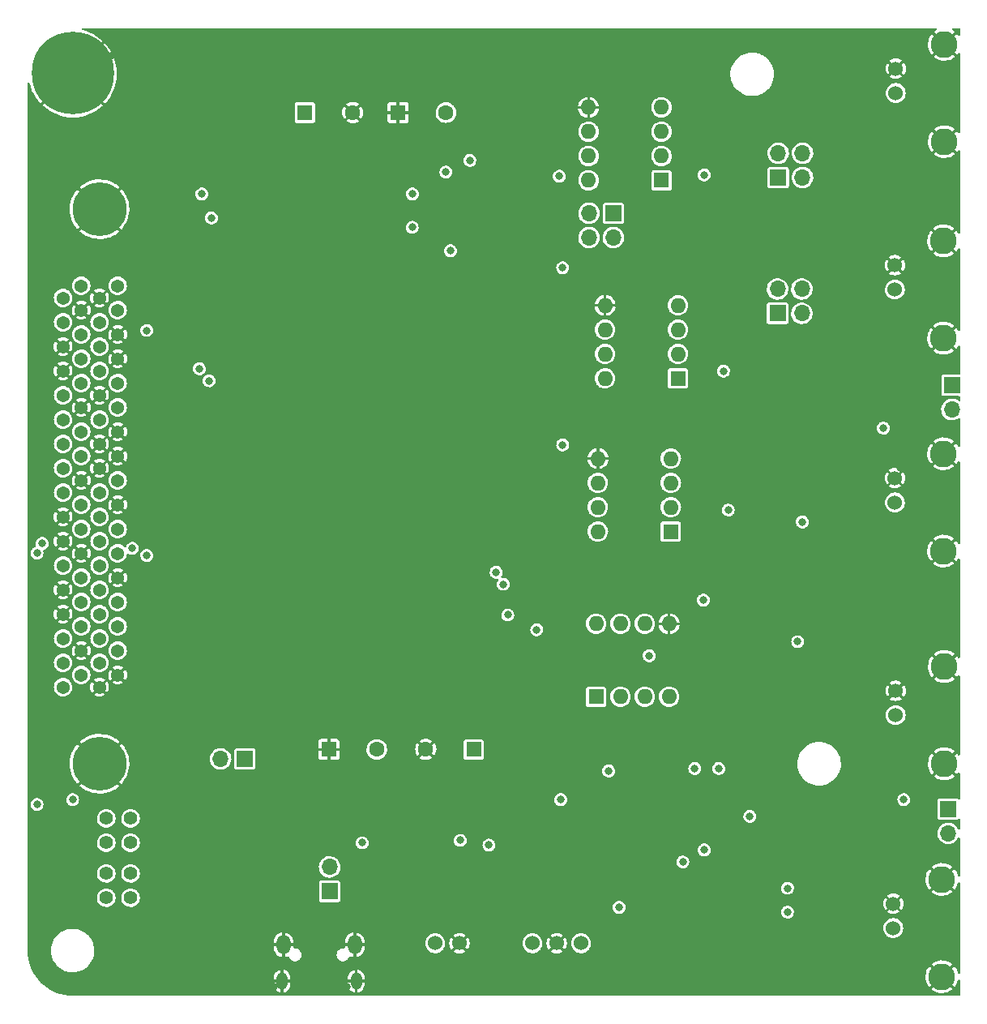
<source format=gbr>
%TF.GenerationSoftware,KiCad,Pcbnew,(6.0.0)*%
%TF.CreationDate,2024-05-04T22:15:15-04:00*%
%TF.ProjectId,Impedance_Analyzer_V4,496d7065-6461-46e6-9365-5f416e616c79,rev?*%
%TF.SameCoordinates,Original*%
%TF.FileFunction,Copper,L2,Inr*%
%TF.FilePolarity,Positive*%
%FSLAX46Y46*%
G04 Gerber Fmt 4.6, Leading zero omitted, Abs format (unit mm)*
G04 Created by KiCad (PCBNEW (6.0.0)) date 2024-05-04 22:15:15*
%MOMM*%
%LPD*%
G01*
G04 APERTURE LIST*
%TA.AperFunction,ComponentPad*%
%ADD10R,1.700000X1.700000*%
%TD*%
%TA.AperFunction,ComponentPad*%
%ADD11O,1.700000X1.700000*%
%TD*%
%TA.AperFunction,ComponentPad*%
%ADD12O,1.150000X1.800000*%
%TD*%
%TA.AperFunction,ComponentPad*%
%ADD13O,1.450000X2.000000*%
%TD*%
%TA.AperFunction,ComponentPad*%
%ADD14R,1.600000X1.600000*%
%TD*%
%TA.AperFunction,ComponentPad*%
%ADD15O,1.600000X1.600000*%
%TD*%
%TA.AperFunction,ComponentPad*%
%ADD16C,1.371600*%
%TD*%
%TA.AperFunction,ComponentPad*%
%ADD17C,5.613400*%
%TD*%
%TA.AperFunction,ComponentPad*%
%ADD18C,1.397000*%
%TD*%
%TA.AperFunction,ComponentPad*%
%ADD19C,1.524000*%
%TD*%
%TA.AperFunction,ComponentPad*%
%ADD20C,2.800000*%
%TD*%
%TA.AperFunction,ComponentPad*%
%ADD21C,1.600000*%
%TD*%
%TA.AperFunction,ComponentPad*%
%ADD22C,8.600000*%
%TD*%
%TA.AperFunction,ViaPad*%
%ADD23C,0.800000*%
%TD*%
G04 APERTURE END LIST*
D10*
%TO.N,Net-(F1-Pad1)*%
%TO.C,J8*%
X93000000Y-117500000D03*
D11*
%TO.N,+5V-3*%
X90460000Y-117500000D03*
%TD*%
D10*
%TO.N,Net-(J2-Pad1)*%
%TO.C,J3*%
X101850000Y-131320000D03*
D11*
%TO.N,Net-(F1-Pad1)*%
X101850000Y-128780000D03*
%TD*%
D12*
%TO.N,GND*%
%TO.C,J2*%
X104625000Y-140700000D03*
X96875000Y-140700000D03*
D13*
X104475000Y-136900000D03*
X97025000Y-136900000D03*
%TD*%
D14*
%TO.N,Net-(R7-Pad2)*%
%TO.C,U3*%
X129700000Y-111000000D03*
D15*
%TO.N,IMon-*%
X132240000Y-111000000D03*
%TO.N,IMon+*%
X134780000Y-111000000D03*
%TO.N,-12V*%
X137320000Y-111000000D03*
%TO.N,GND*%
X137320000Y-103380000D03*
%TO.N,AI1+*%
X134780000Y-103380000D03*
%TO.N,+12V*%
X132240000Y-103380000D03*
%TO.N,Net-(U3-Pad8)*%
X129700000Y-103380000D03*
%TD*%
D16*
%TO.N,PFI 14*%
%TO.C,J1*%
X74000000Y-110000000D03*
%TO.N,PFI 12*%
X75905000Y-108730000D03*
%TO.N,PFI 9*%
X74000000Y-107460000D03*
%TO.N,GND*%
X75905000Y-106190000D03*
%TO.N,PFI 6*%
X74000000Y-104920000D03*
%TO.N,PFI 5*%
X75905000Y-103650000D03*
%TO.N,GND*%
X74000000Y-102380000D03*
%TO.N,+5V-3*%
X75905000Y-101110000D03*
%TO.N,GND*%
X74000000Y-99840000D03*
%TO.N,PFI 1*%
X75905000Y-98570000D03*
%TO.N,PFI 0*%
X74000000Y-97300000D03*
%TO.N,GND*%
X75905000Y-96030000D03*
X74000000Y-94760000D03*
%TO.N,+5V-2*%
X75905000Y-93490000D03*
%TO.N,GND*%
X74000000Y-92220000D03*
%TO.N,P0.6*%
X75905000Y-90950000D03*
%TO.N,P0.1*%
X74000000Y-89680000D03*
%TO.N,GND*%
X75905000Y-88410000D03*
%TO.N,P0.4*%
X74000000Y-87140000D03*
%TO.N,APFI 0*%
X75905000Y-85870000D03*
%TO.N,BaseGateSig*%
X74000000Y-84600000D03*
%TO.N,InputSig*%
X75905000Y-83330000D03*
%TO.N,AI 15 (AI7-)*%
X74000000Y-82060000D03*
%TO.N,GND*%
X75905000Y-80790000D03*
%TO.N,AI 6 (AI6+)*%
X74000000Y-79520000D03*
%TO.N,AI 13 (AI5-)*%
X75905000Y-78250000D03*
%TO.N,GND*%
X74000000Y-76980000D03*
%TO.N,AI 4 (AI4+)*%
X75905000Y-75710000D03*
%TO.N,GND*%
X74000000Y-74440000D03*
%TO.N,AI 3 (AI3+)*%
X75905000Y-73170000D03*
%TO.N,AI 10 (AI2-)*%
X74000000Y-71900000D03*
%TO.N,GND*%
X75905000Y-70630000D03*
%TO.N,AI1+*%
X74000000Y-69360000D03*
%TO.N,AI0-*%
X75905000Y-68090000D03*
%TO.N,GND*%
X77810000Y-110000000D03*
X79715000Y-108730000D03*
%TO.N,PFI 8*%
X77810000Y-107460000D03*
%TO.N,PFI 7*%
X79715000Y-106190000D03*
%TO.N,PFI 15*%
X77810000Y-104920000D03*
%TO.N,PFI 13*%
X79715000Y-103650000D03*
%TO.N,PFI 4*%
X77810000Y-102380000D03*
%TO.N,PFI 3*%
X79715000Y-101110000D03*
%TO.N,PFI 2*%
X77810000Y-99840000D03*
%TO.N,GND*%
X79715000Y-98570000D03*
%TO.N,PFI 10*%
X77810000Y-97300000D03*
%TO.N,PFI 11*%
X79715000Y-96030000D03*
%TO.N,P0.3*%
X77810000Y-94760000D03*
%TO.N,P0.7*%
X79715000Y-93490000D03*
%TO.N,P0.2*%
X77810000Y-92220000D03*
%TO.N,GND*%
X79715000Y-90950000D03*
%TO.N,P0.5*%
X77810000Y-89680000D03*
%TO.N,P0.0*%
X79715000Y-88410000D03*
%TO.N,GND*%
X77810000Y-87140000D03*
X79715000Y-85870000D03*
X77810000Y-84600000D03*
X79715000Y-83330000D03*
%TO.N,AI 7 (AI7+)*%
X77810000Y-82060000D03*
%TO.N,AI 14 (AI6-)*%
X79715000Y-80790000D03*
%TO.N,GND*%
X77810000Y-79520000D03*
%TO.N,AI 5 (AI5+)*%
X79715000Y-78250000D03*
%TO.N,AI 12 (AI 4-)*%
X77810000Y-76980000D03*
%TO.N,GND*%
X79715000Y-75710000D03*
%TO.N,AI 11 (AI 3-)*%
X77810000Y-74440000D03*
%TO.N,GND*%
X79715000Y-73170000D03*
%TO.N,AI 2 (AI2+)*%
X77810000Y-71900000D03*
%TO.N,AI1-*%
X79715000Y-70630000D03*
%TO.N,GND*%
X77810000Y-69360000D03*
%TO.N,AI0+*%
X79715000Y-68090000D03*
D17*
%TO.N,GND*%
X77810000Y-118001000D03*
X77810000Y-60089000D03*
%TD*%
D18*
%TO.N,Net-(D15-Pad1)*%
%TO.C,D15*%
X81055300Y-126236600D03*
%TO.N,+5V*%
X81055300Y-123696600D03*
%TO.N,Net-(D15-Pad3)*%
X78515300Y-126236600D03*
%TO.N,+5V*%
X78515300Y-123696600D03*
%TD*%
%TO.N,+5V*%
%TO.C,D14*%
X78515300Y-129446600D03*
%TO.N,Net-(D14-Pad3)*%
X78515300Y-131986600D03*
%TO.N,+5V*%
X81055300Y-129446600D03*
%TO.N,Net-(D14-Pad1)*%
X81055300Y-131986600D03*
%TD*%
D19*
%TO.N,IOut*%
%TO.C,J6*%
X160924991Y-68475000D03*
%TO.N,GND*%
X160924991Y-65935000D03*
D20*
X166004991Y-63395000D03*
X166004991Y-73555000D03*
%TD*%
D19*
%TO.N,IMon+*%
%TO.C,J7*%
X160750000Y-135150000D03*
D20*
%TO.N,GND*%
X165830000Y-140230000D03*
X165830000Y-130070000D03*
D19*
X160750000Y-132610000D03*
%TD*%
%TO.N,LPot1*%
%TO.C,J5*%
X161000000Y-112925000D03*
%TO.N,GND*%
X161000000Y-110385000D03*
D20*
X166080000Y-107845000D03*
X166080000Y-118005000D03*
%TD*%
D19*
%TO.N,HPot1*%
%TO.C,J4*%
X160924991Y-90699991D03*
D20*
%TO.N,GND*%
X166004991Y-95779991D03*
D19*
X160924991Y-88159991D03*
D20*
X166004991Y-85619991D03*
%TD*%
D14*
%TO.N,Net-(R8-Pad1)*%
%TO.C,U4*%
X137500000Y-93750000D03*
D15*
%TO.N,LPot1*%
X137500000Y-91210000D03*
%TO.N,HPot1*%
X137500000Y-88670000D03*
%TO.N,-12V*%
X137500000Y-86130000D03*
%TO.N,GND*%
X129880000Y-86130000D03*
%TO.N,AI0+*%
X129880000Y-88670000D03*
%TO.N,+12V*%
X129880000Y-91210000D03*
%TO.N,Net-(U4-Pad8)*%
X129880000Y-93750000D03*
%TD*%
D14*
%TO.N,GND*%
%TO.C,C7*%
X101778792Y-116500000D03*
D21*
%TO.N,-12V*%
X106778792Y-116500000D03*
%TD*%
D14*
%TO.N,+12V*%
%TO.C,C9*%
X116902651Y-116500000D03*
D21*
%TO.N,GND*%
X111902651Y-116500000D03*
%TD*%
D22*
%TO.N,GND*%
%TO.C,H1*%
X75000000Y-45900000D03*
%TD*%
D19*
%TO.N,+5V*%
%TO.C,Reg1*%
X112880000Y-136750000D03*
%TO.N,GND*%
X115420000Y-136750000D03*
%TO.N,Net-(L2-Pad2)*%
X123040000Y-136750000D03*
%TO.N,GND*%
X125580000Y-136750000D03*
%TO.N,Net-(L1-Pad2)*%
X128120000Y-136750000D03*
%TD*%
D10*
%TO.N,LPot1*%
%TO.C,J18*%
X166475000Y-122725000D03*
D11*
%TO.N,IMon+*%
X166475000Y-125265000D03*
%TD*%
D14*
%TO.N,Net-(R30-Pad1)*%
%TO.C,U7*%
X136525000Y-57075000D03*
D15*
%TO.N,BaseGateOutput*%
X136525000Y-54535000D03*
%TO.N,Net-(R28-Pad2)*%
X136525000Y-51995000D03*
%TO.N,-12V*%
X136525000Y-49455000D03*
%TO.N,GND*%
X128905000Y-49455000D03*
%TO.N,AI 3 (AI3+)*%
X128905000Y-51995000D03*
%TO.N,+12V*%
X128905000Y-54535000D03*
%TO.N,Net-(J21-Pad3)*%
X128905000Y-57075000D03*
%TD*%
D14*
%TO.N,GND*%
%TO.C,C16*%
X109000000Y-50000000D03*
D21*
%TO.N,-12V*%
X114000000Y-50000000D03*
%TD*%
D14*
%TO.N,+12V*%
%TO.C,C25*%
X99260000Y-50000000D03*
D21*
%TO.N,GND*%
X104260000Y-50000000D03*
%TD*%
D10*
%TO.N,IOut*%
%TO.C,J15*%
X166875000Y-78475000D03*
D11*
%TO.N,HPot1*%
X166875000Y-81015000D03*
%TD*%
D19*
%TO.N,BaseGateOutput*%
%TO.C,J20*%
X161000000Y-47950000D03*
D20*
%TO.N,GND*%
X166080000Y-53030000D03*
X166080000Y-42870000D03*
D19*
X161000000Y-45410000D03*
%TD*%
D15*
%TO.N,Net-(U6-Pad8)*%
%TO.C,U6*%
X130630000Y-77750000D03*
%TO.N,+12V*%
X130630000Y-75210000D03*
%TO.N,AI 2 (AI2+)*%
X130630000Y-72670000D03*
%TO.N,GND*%
X130630000Y-70130000D03*
%TO.N,-12V*%
X138250000Y-70130000D03*
%TO.N,IMon+*%
X138250000Y-72670000D03*
%TO.N,IOut*%
X138250000Y-75210000D03*
D14*
%TO.N,Net-(R26-Pad2)*%
X138250000Y-77750000D03*
%TD*%
D10*
%TO.N,Net-(J19-Pad1)*%
%TO.C,J19*%
X148725000Y-56775000D03*
D11*
%TO.N,Net-(J19-Pad2)*%
X148725000Y-54235000D03*
%TO.N,BaseGateOutput*%
X151265000Y-56775000D03*
X151265000Y-54235000D03*
%TD*%
D10*
%TO.N,Net-(J17-Pad1)*%
%TO.C,J17*%
X148653750Y-70960000D03*
D11*
%TO.N,Net-(J17-Pad2)*%
X148653750Y-68420000D03*
%TO.N,IOut*%
X151193750Y-70960000D03*
X151193750Y-68420000D03*
%TD*%
D10*
%TO.N,Net-(J21-Pad1)*%
%TO.C,J21*%
X131500000Y-60500000D03*
D11*
%TO.N,Net-(J21-Pad2)*%
X131500000Y-63040000D03*
%TO.N,Net-(J21-Pad3)*%
X128960000Y-60500000D03*
X128960000Y-63040000D03*
%TD*%
D23*
%TO.N,+5V*%
X105250000Y-126250000D03*
%TO.N,GND*%
X142500000Y-85250000D03*
X145500000Y-90250000D03*
%TO.N,P0.0*%
X119250000Y-98000000D03*
X135250000Y-106724500D03*
%TO.N,P0.2*%
X81250000Y-95500000D03*
%TO.N,-12V*%
X123500000Y-104000000D03*
%TO.N,P0.3*%
X143500000Y-91500000D03*
%TO.N,+12V*%
X140905000Y-100905000D03*
X150750000Y-105250000D03*
X151250000Y-92750000D03*
X131000000Y-118750000D03*
X132100000Y-133000000D03*
X126000000Y-121750000D03*
%TO.N,P0.1*%
X82750000Y-96250000D03*
%TO.N,IMon-*%
X140000000Y-118500000D03*
X142500000Y-118500000D03*
%TO.N,Net-(R14-Pad2)*%
X138750000Y-128250000D03*
X141000000Y-127000000D03*
%TO.N,P0.3*%
X120000000Y-99250000D03*
%TO.N,InputSig*%
X89500000Y-61000000D03*
X89250000Y-78000000D03*
%TO.N,BaseGateSig*%
X88500000Y-58500000D03*
%TO.N,AI1+*%
X88250000Y-76750000D03*
%TO.N,AI0+*%
X82750000Y-72750000D03*
%TO.N,P0.6*%
X75000000Y-121750000D03*
X71275500Y-122250000D03*
X71275500Y-96000000D03*
%TO.N,P0.7*%
X71815669Y-95000000D03*
%TO.N,GND*%
X95250000Y-122500000D03*
X95250000Y-126000000D03*
X95250000Y-129500000D03*
X95000000Y-133000000D03*
X86397500Y-115750000D03*
X140790000Y-80000000D03*
X124455000Y-111730000D03*
X132800000Y-88050000D03*
X128000000Y-139250000D03*
X119050000Y-123500000D03*
X119000000Y-141250000D03*
X116750000Y-139250000D03*
X114500000Y-123500000D03*
X111750000Y-139250000D03*
X71500000Y-67330000D03*
X71500000Y-69870000D03*
X71500000Y-72410000D03*
X71500000Y-74950000D03*
X71500000Y-77490000D03*
X71500000Y-80030000D03*
X71500000Y-82570000D03*
X71500000Y-85110000D03*
X71500000Y-87650000D03*
X71500000Y-90190000D03*
X71500000Y-133370000D03*
X71500000Y-135910000D03*
X104440000Y-44075000D03*
X81580000Y-44075000D03*
X89200000Y-44075000D03*
X91740000Y-44075000D03*
X106980000Y-44075000D03*
X101900000Y-44075000D03*
X84120000Y-44075000D03*
X99360000Y-44075000D03*
X109520000Y-44075000D03*
X112060000Y-44075000D03*
X86660000Y-44075000D03*
X96820000Y-44075000D03*
X79040000Y-44075000D03*
X94280000Y-44075000D03*
X142153750Y-66960000D03*
X142690000Y-135000000D03*
X139000000Y-132000000D03*
X114500000Y-139250000D03*
X88500000Y-72500000D03*
X155750000Y-62250000D03*
X161000000Y-83850000D03*
X161500000Y-87100000D03*
X161000000Y-117100000D03*
X161000000Y-120100000D03*
X157250000Y-127750000D03*
X129750000Y-140440000D03*
X106230000Y-141250000D03*
X145520000Y-113050000D03*
X124500000Y-78000000D03*
X95880000Y-60000000D03*
X100460000Y-100250000D03*
X108770000Y-141250000D03*
X78290000Y-141250000D03*
X93530000Y-141250000D03*
X85910000Y-141250000D03*
X124500000Y-67000000D03*
X136500000Y-107500000D03*
X110750000Y-79500000D03*
X104750000Y-57500000D03*
X116830000Y-44075000D03*
X146653750Y-66960000D03*
X97670000Y-103250000D03*
X106420000Y-100250000D03*
X124000000Y-94540000D03*
X99670000Y-57500000D03*
X88450000Y-141250000D03*
X96070000Y-141250000D03*
X97920000Y-100250000D03*
X71500000Y-62250000D03*
X117000000Y-82250000D03*
X124000000Y-97080000D03*
X116500000Y-60500000D03*
X114460000Y-85250000D03*
X113250000Y-109040000D03*
X113500000Y-65500000D03*
X111500000Y-100250000D03*
X121500000Y-106000000D03*
X106420000Y-103000000D03*
X124500000Y-83080000D03*
X114290000Y-44075000D03*
X108960000Y-103000000D03*
X98420000Y-60000000D03*
X80830000Y-141250000D03*
X131000000Y-109500000D03*
X105320000Y-111500000D03*
X133050000Y-91800000D03*
X114460000Y-82250000D03*
X145595000Y-131075000D03*
X111500000Y-103000000D03*
X135050000Y-90300000D03*
X96460000Y-112000000D03*
X101150000Y-141250000D03*
X103690000Y-141250000D03*
X105250000Y-62250000D03*
X110400000Y-111500000D03*
X145095000Y-137075000D03*
X124500000Y-69540000D03*
X93920000Y-112000000D03*
X98610000Y-141250000D03*
X107860000Y-111500000D03*
X100210000Y-103250000D03*
X102210000Y-57500000D03*
X114460000Y-79250000D03*
X102710000Y-62250000D03*
X103000000Y-100250000D03*
X113250000Y-106500000D03*
X102750000Y-103250000D03*
X134800000Y-86550000D03*
X133050000Y-94050000D03*
X100170000Y-62250000D03*
X99000000Y-112000000D03*
X123500000Y-73750000D03*
X124500000Y-80540000D03*
X108960000Y-100250000D03*
X103500000Y-60000000D03*
X116475000Y-62935000D03*
X117000000Y-85250000D03*
X100960000Y-60000000D03*
%TO.N,-12V*%
X145750000Y-123500000D03*
X115500000Y-126000000D03*
X126205000Y-66205000D03*
X126205000Y-84705000D03*
X120461154Y-102461154D03*
X114000000Y-56200000D03*
X125852500Y-56647500D03*
%TO.N,+12V*%
X118500000Y-126500000D03*
X149690000Y-131000000D03*
X149690000Y-133500000D03*
X116500000Y-55000000D03*
%TO.N,IMon+*%
X143000000Y-77000000D03*
%TO.N,LPot1*%
X161850000Y-121750000D03*
%TO.N,Net-(C1-Pad1)*%
X114475000Y-64435000D03*
X110475000Y-61984500D03*
%TO.N,Net-(R28-Pad2)*%
X110500000Y-58500000D03*
X141000000Y-56500000D03*
%TO.N,HPot1*%
X159700000Y-82950000D03*
%TD*%
%TA.AperFunction,Conductor*%
%TO.N,GND*%
G36*
X165218391Y-41190002D02*
G01*
X165264884Y-41243658D01*
X165274988Y-41313932D01*
X165245494Y-41378512D01*
X165219355Y-41401372D01*
X165046113Y-41514954D01*
X165038719Y-41520627D01*
X165001530Y-41553820D01*
X164993161Y-41567273D01*
X164998875Y-41576743D01*
X166067188Y-42645056D01*
X166081132Y-42652670D01*
X166082965Y-42652539D01*
X166089580Y-42648288D01*
X167160580Y-41577288D01*
X167168194Y-41563344D01*
X167168137Y-41562535D01*
X167162815Y-41554526D01*
X167156252Y-41548352D01*
X167149004Y-41542483D01*
X166945235Y-41401123D01*
X166946059Y-41399935D01*
X166901856Y-41352761D01*
X166889026Y-41282933D01*
X166915985Y-41217254D01*
X166974173Y-41176576D01*
X167014347Y-41170000D01*
X167604000Y-41170000D01*
X167672121Y-41190002D01*
X167718614Y-41243658D01*
X167730000Y-41296000D01*
X167730000Y-41856442D01*
X167709998Y-41924563D01*
X167656342Y-41971056D01*
X167586068Y-41981160D01*
X167521488Y-41951666D01*
X167498907Y-41924195D01*
X167498249Y-41924639D01*
X167490424Y-41913038D01*
X167395257Y-41792319D01*
X167383332Y-41783848D01*
X167371798Y-41790334D01*
X166304944Y-42857188D01*
X166297330Y-42871132D01*
X166297461Y-42872965D01*
X166301712Y-42879580D01*
X167371019Y-43948887D01*
X167384780Y-43956401D01*
X167394141Y-43949943D01*
X167438406Y-43899468D01*
X167444014Y-43892026D01*
X167498029Y-43808050D01*
X167551703Y-43761579D01*
X167621981Y-43751503D01*
X167686550Y-43781021D01*
X167724910Y-43840763D01*
X167730000Y-43876213D01*
X167730000Y-52016442D01*
X167709998Y-52084563D01*
X167656342Y-52131056D01*
X167586068Y-52141160D01*
X167521488Y-52111666D01*
X167498907Y-52084195D01*
X167498249Y-52084639D01*
X167490424Y-52073038D01*
X167395257Y-51952319D01*
X167383332Y-51943848D01*
X167371798Y-51950334D01*
X166304944Y-53017188D01*
X166297330Y-53031132D01*
X166297461Y-53032965D01*
X166301712Y-53039580D01*
X167371019Y-54108887D01*
X167384780Y-54116401D01*
X167394141Y-54109943D01*
X167438406Y-54059468D01*
X167444014Y-54052026D01*
X167498029Y-53968050D01*
X167551703Y-53921579D01*
X167621981Y-53911503D01*
X167686550Y-53941021D01*
X167724910Y-54000763D01*
X167730000Y-54036213D01*
X167730000Y-62512680D01*
X167709998Y-62580801D01*
X167656342Y-62627294D01*
X167586068Y-62637398D01*
X167521488Y-62607904D01*
X167494607Y-62575203D01*
X167420626Y-62445764D01*
X167415415Y-62438038D01*
X167320248Y-62317319D01*
X167308323Y-62308848D01*
X167296789Y-62315334D01*
X166229935Y-63382188D01*
X166222321Y-63396132D01*
X166222452Y-63397965D01*
X166226703Y-63404580D01*
X167296010Y-64473887D01*
X167309771Y-64481401D01*
X167319132Y-64474943D01*
X167363397Y-64424468D01*
X167369005Y-64417026D01*
X167498029Y-64216436D01*
X167551703Y-64169965D01*
X167621981Y-64159889D01*
X167686550Y-64189407D01*
X167724910Y-64249149D01*
X167730000Y-64284599D01*
X167730000Y-72672680D01*
X167709998Y-72740801D01*
X167656342Y-72787294D01*
X167586068Y-72797398D01*
X167521488Y-72767904D01*
X167494607Y-72735203D01*
X167420626Y-72605764D01*
X167415415Y-72598038D01*
X167320248Y-72477319D01*
X167308323Y-72468848D01*
X167296789Y-72475334D01*
X166229935Y-73542188D01*
X166222321Y-73556132D01*
X166222452Y-73557965D01*
X166226703Y-73564580D01*
X167296010Y-74633887D01*
X167309771Y-74641401D01*
X167319132Y-74634943D01*
X167363397Y-74584468D01*
X167369005Y-74577026D01*
X167498029Y-74376436D01*
X167551703Y-74329965D01*
X167621981Y-74319889D01*
X167686550Y-74349407D01*
X167724910Y-74409149D01*
X167730000Y-74444599D01*
X167730000Y-77228500D01*
X167709998Y-77296621D01*
X167656342Y-77343114D01*
X167604000Y-77354500D01*
X165998360Y-77354500D01*
X165919456Y-77370195D01*
X165829981Y-77429981D01*
X165770195Y-77519456D01*
X165754500Y-77598360D01*
X165754500Y-79351640D01*
X165770195Y-79430544D01*
X165829981Y-79520019D01*
X165919456Y-79579805D01*
X165998360Y-79595500D01*
X167604000Y-79595500D01*
X167672121Y-79615502D01*
X167718614Y-79669158D01*
X167730000Y-79721500D01*
X167730000Y-80000992D01*
X167709998Y-80069113D01*
X167656342Y-80115606D01*
X167586068Y-80125710D01*
X167536764Y-80107553D01*
X167390764Y-80015433D01*
X167390755Y-80015428D01*
X167385876Y-80012350D01*
X167194602Y-79936040D01*
X167188945Y-79934915D01*
X167188939Y-79934913D01*
X166998294Y-79896992D01*
X166998290Y-79896992D01*
X166992626Y-79895865D01*
X166986851Y-79895789D01*
X166986847Y-79895789D01*
X166883659Y-79894438D01*
X166786710Y-79893169D01*
X166781013Y-79894148D01*
X166781012Y-79894148D01*
X166647743Y-79917048D01*
X166583751Y-79928044D01*
X166390546Y-79999321D01*
X166213565Y-80104613D01*
X166209225Y-80108419D01*
X166209221Y-80108422D01*
X166082368Y-80219670D01*
X166058736Y-80240395D01*
X166055161Y-80244930D01*
X166055160Y-80244931D01*
X166048440Y-80253455D01*
X165931244Y-80402118D01*
X165928555Y-80407229D01*
X165928553Y-80407232D01*
X165897461Y-80466328D01*
X165835358Y-80584366D01*
X165774291Y-80781037D01*
X165750086Y-80985543D01*
X165763554Y-81191036D01*
X165814246Y-81390633D01*
X165900462Y-81577650D01*
X165903795Y-81582366D01*
X166014786Y-81739415D01*
X166019315Y-81745824D01*
X166166826Y-81889522D01*
X166338053Y-82003933D01*
X166343356Y-82006211D01*
X166343359Y-82006213D01*
X166476750Y-82063522D01*
X166527263Y-82085224D01*
X166601385Y-82101996D01*
X166722482Y-82129398D01*
X166722488Y-82129399D01*
X166728119Y-82130673D01*
X166733890Y-82130900D01*
X166733892Y-82130900D01*
X166796224Y-82133349D01*
X166933894Y-82138758D01*
X167035795Y-82123983D01*
X167131982Y-82110037D01*
X167131987Y-82110036D01*
X167137696Y-82109208D01*
X167143160Y-82107353D01*
X167143165Y-82107352D01*
X167327229Y-82044871D01*
X167327234Y-82044869D01*
X167332701Y-82043013D01*
X167408215Y-82000723D01*
X167507339Y-81945211D01*
X167507343Y-81945208D01*
X167512377Y-81942389D01*
X167523430Y-81933196D01*
X167588592Y-81905015D01*
X167658647Y-81916536D01*
X167711353Y-81964104D01*
X167730000Y-82030069D01*
X167730000Y-84737671D01*
X167709998Y-84805792D01*
X167656342Y-84852285D01*
X167586068Y-84862389D01*
X167521488Y-84832895D01*
X167494607Y-84800194D01*
X167420626Y-84670755D01*
X167415415Y-84663029D01*
X167320248Y-84542310D01*
X167308323Y-84533839D01*
X167296789Y-84540325D01*
X166229935Y-85607179D01*
X166222321Y-85621123D01*
X166222452Y-85622956D01*
X166226703Y-85629571D01*
X167296010Y-86698878D01*
X167309771Y-86706392D01*
X167319132Y-86699934D01*
X167363397Y-86649459D01*
X167369005Y-86642017D01*
X167498029Y-86441427D01*
X167551703Y-86394956D01*
X167621981Y-86384880D01*
X167686550Y-86414398D01*
X167724910Y-86474140D01*
X167730000Y-86509590D01*
X167730000Y-94897671D01*
X167709998Y-94965792D01*
X167656342Y-95012285D01*
X167586068Y-95022389D01*
X167521488Y-94992895D01*
X167494607Y-94960194D01*
X167420626Y-94830755D01*
X167415415Y-94823029D01*
X167320248Y-94702310D01*
X167308323Y-94693839D01*
X167296789Y-94700325D01*
X166229935Y-95767179D01*
X166222321Y-95781123D01*
X166222452Y-95782956D01*
X166226703Y-95789571D01*
X167296010Y-96858878D01*
X167309771Y-96866392D01*
X167319132Y-96859934D01*
X167363397Y-96809459D01*
X167369005Y-96802017D01*
X167498029Y-96601427D01*
X167551703Y-96554956D01*
X167621981Y-96544880D01*
X167686550Y-96574398D01*
X167724910Y-96634140D01*
X167730000Y-96669590D01*
X167730000Y-106831442D01*
X167709998Y-106899563D01*
X167656342Y-106946056D01*
X167586068Y-106956160D01*
X167521488Y-106926666D01*
X167498907Y-106899195D01*
X167498249Y-106899639D01*
X167490424Y-106888038D01*
X167395257Y-106767319D01*
X167383332Y-106758848D01*
X167371798Y-106765334D01*
X166304944Y-107832188D01*
X166297330Y-107846132D01*
X166297461Y-107847965D01*
X166301712Y-107854580D01*
X167371019Y-108923887D01*
X167384780Y-108931401D01*
X167394141Y-108924943D01*
X167438406Y-108874468D01*
X167444014Y-108867026D01*
X167498029Y-108783050D01*
X167551703Y-108736579D01*
X167621981Y-108726503D01*
X167686550Y-108756021D01*
X167724910Y-108815763D01*
X167730000Y-108851213D01*
X167730000Y-116991442D01*
X167709998Y-117059563D01*
X167656342Y-117106056D01*
X167586068Y-117116160D01*
X167521488Y-117086666D01*
X167498907Y-117059195D01*
X167498249Y-117059639D01*
X167490424Y-117048038D01*
X167395257Y-116927319D01*
X167383332Y-116918848D01*
X167371798Y-116925334D01*
X166304944Y-117992188D01*
X166297330Y-118006132D01*
X166297461Y-118007965D01*
X166301712Y-118014580D01*
X167371019Y-119083887D01*
X167384780Y-119091401D01*
X167394141Y-119084943D01*
X167438406Y-119034468D01*
X167444014Y-119027026D01*
X167498029Y-118943050D01*
X167551703Y-118896579D01*
X167621981Y-118886503D01*
X167686550Y-118916021D01*
X167724910Y-118975763D01*
X167730000Y-119011213D01*
X167730000Y-121589195D01*
X167709998Y-121657316D01*
X167656342Y-121703809D01*
X167586068Y-121713913D01*
X167523642Y-121685403D01*
X167520019Y-121679981D01*
X167430544Y-121620195D01*
X167351640Y-121604500D01*
X165598360Y-121604500D01*
X165519456Y-121620195D01*
X165429981Y-121679981D01*
X165370195Y-121769456D01*
X165354500Y-121848360D01*
X165354500Y-123601640D01*
X165370195Y-123680544D01*
X165429981Y-123770019D01*
X165519456Y-123829805D01*
X165598360Y-123845500D01*
X167351640Y-123845500D01*
X167430544Y-123829805D01*
X167520019Y-123770019D01*
X167521178Y-123768285D01*
X167577217Y-123737684D01*
X167648032Y-123742749D01*
X167704868Y-123785296D01*
X167729679Y-123851816D01*
X167730000Y-123860805D01*
X167730000Y-124735912D01*
X167709998Y-124804033D01*
X167656342Y-124850526D01*
X167586068Y-124860630D01*
X167521488Y-124831136D01*
X167490994Y-124791640D01*
X167437031Y-124682213D01*
X167434476Y-124677032D01*
X167412480Y-124647575D01*
X167314714Y-124516651D01*
X167314713Y-124516650D01*
X167311261Y-124512027D01*
X167186881Y-124397051D01*
X167164280Y-124376159D01*
X167164278Y-124376157D01*
X167160039Y-124372239D01*
X167153558Y-124368150D01*
X166990756Y-124265429D01*
X166985876Y-124262350D01*
X166794602Y-124186040D01*
X166788945Y-124184915D01*
X166788939Y-124184913D01*
X166598294Y-124146992D01*
X166598290Y-124146992D01*
X166592626Y-124145865D01*
X166586851Y-124145789D01*
X166586847Y-124145789D01*
X166483659Y-124144438D01*
X166386710Y-124143169D01*
X166381013Y-124144148D01*
X166381012Y-124144148D01*
X166220525Y-124171725D01*
X166183751Y-124178044D01*
X165990546Y-124249321D01*
X165813565Y-124354613D01*
X165809225Y-124358419D01*
X165809221Y-124358422D01*
X165759852Y-124401718D01*
X165658736Y-124490395D01*
X165531244Y-124652118D01*
X165528555Y-124657229D01*
X165528553Y-124657232D01*
X165479913Y-124749681D01*
X165435358Y-124834366D01*
X165374291Y-125031037D01*
X165350086Y-125235543D01*
X165363554Y-125441036D01*
X165414246Y-125640633D01*
X165500462Y-125827650D01*
X165503795Y-125832366D01*
X165553274Y-125902377D01*
X165619315Y-125995824D01*
X165766826Y-126139522D01*
X165938053Y-126253933D01*
X165943356Y-126256211D01*
X165943359Y-126256213D01*
X166119826Y-126332029D01*
X166127263Y-126335224D01*
X166201385Y-126351996D01*
X166322482Y-126379398D01*
X166322488Y-126379399D01*
X166328119Y-126380673D01*
X166333890Y-126380900D01*
X166333892Y-126380900D01*
X166396224Y-126383349D01*
X166533894Y-126388758D01*
X166642644Y-126372990D01*
X166731982Y-126360037D01*
X166731987Y-126360036D01*
X166737696Y-126359208D01*
X166743160Y-126357353D01*
X166743165Y-126357352D01*
X166927229Y-126294871D01*
X166927234Y-126294869D01*
X166932701Y-126293013D01*
X166978631Y-126267291D01*
X167107339Y-126195211D01*
X167107343Y-126195208D01*
X167112377Y-126192389D01*
X167270707Y-126060707D01*
X167402389Y-125902377D01*
X167405208Y-125897343D01*
X167405211Y-125897339D01*
X167494066Y-125738677D01*
X167544803Y-125689016D01*
X167614335Y-125674669D01*
X167680585Y-125700190D01*
X167722521Y-125757479D01*
X167730000Y-125800244D01*
X167730000Y-129635821D01*
X167709998Y-129703942D01*
X167656342Y-129750435D01*
X167586068Y-129760539D01*
X167521488Y-129731045D01*
X167483104Y-129671319D01*
X167481107Y-129663629D01*
X167461308Y-129576131D01*
X167458584Y-129567220D01*
X167370391Y-129340432D01*
X167366380Y-129332023D01*
X167245635Y-129120764D01*
X167240424Y-129113038D01*
X167145257Y-128992319D01*
X167133332Y-128983848D01*
X167121798Y-128990334D01*
X166054944Y-130057188D01*
X166047330Y-130071132D01*
X166047461Y-130072965D01*
X166051712Y-130079580D01*
X167121019Y-131148887D01*
X167134780Y-131156401D01*
X167144141Y-131149943D01*
X167188406Y-131099468D01*
X167194014Y-131092026D01*
X167325650Y-130887375D01*
X167330097Y-130879184D01*
X167430034Y-130657333D01*
X167433229Y-130648555D01*
X167482731Y-130473033D01*
X167520472Y-130412899D01*
X167584733Y-130382716D01*
X167655112Y-130392066D01*
X167709262Y-130437982D01*
X167730000Y-130507234D01*
X167730000Y-139795821D01*
X167709998Y-139863942D01*
X167656342Y-139910435D01*
X167586068Y-139920539D01*
X167521488Y-139891045D01*
X167483104Y-139831319D01*
X167481107Y-139823629D01*
X167461308Y-139736131D01*
X167458584Y-139727220D01*
X167370391Y-139500432D01*
X167366380Y-139492023D01*
X167245635Y-139280764D01*
X167240424Y-139273038D01*
X167145257Y-139152319D01*
X167133332Y-139143848D01*
X167121798Y-139150334D01*
X166054944Y-140217188D01*
X166047330Y-140231132D01*
X166047461Y-140232965D01*
X166051712Y-140239580D01*
X167121019Y-141308887D01*
X167134780Y-141316401D01*
X167144141Y-141309943D01*
X167188406Y-141259468D01*
X167194014Y-141252026D01*
X167325650Y-141047375D01*
X167330097Y-141039184D01*
X167430034Y-140817333D01*
X167433229Y-140808555D01*
X167482731Y-140633033D01*
X167520472Y-140572899D01*
X167584733Y-140542716D01*
X167655112Y-140552066D01*
X167709262Y-140597982D01*
X167730000Y-140667234D01*
X167730000Y-142104000D01*
X167709998Y-142172121D01*
X167656342Y-142218614D01*
X167604000Y-142230000D01*
X75039005Y-142230000D01*
X75014425Y-142227579D01*
X75012173Y-142227131D01*
X75012171Y-142227131D01*
X75000000Y-142224710D01*
X74987829Y-142227131D01*
X74979409Y-142227131D01*
X74963013Y-142228385D01*
X74639737Y-142214271D01*
X74593248Y-142212241D01*
X74582299Y-142211283D01*
X74184098Y-142158859D01*
X74173272Y-142156950D01*
X73781155Y-142070019D01*
X73770538Y-142067174D01*
X73594299Y-142011606D01*
X73387488Y-141946399D01*
X73377174Y-141942646D01*
X73006083Y-141788935D01*
X72996139Y-141784297D01*
X72639882Y-141598841D01*
X72630363Y-141593346D01*
X72564352Y-141551292D01*
X72291620Y-141377543D01*
X72282616Y-141371238D01*
X71963981Y-141126740D01*
X71955561Y-141119675D01*
X71900348Y-141069082D01*
X96000000Y-141069082D01*
X96000369Y-141075896D01*
X96014635Y-141207216D01*
X96017549Y-141220468D01*
X96073833Y-141387714D01*
X96079529Y-141400040D01*
X96170410Y-141551292D01*
X96178616Y-141562104D01*
X96299860Y-141690315D01*
X96310198Y-141699114D01*
X96456147Y-141798300D01*
X96468124Y-141804669D01*
X96631971Y-141870203D01*
X96645040Y-141873852D01*
X96707126Y-141884130D01*
X96720670Y-141882476D01*
X96723511Y-141873167D01*
X97025000Y-141873167D01*
X97028973Y-141886698D01*
X97037298Y-141887895D01*
X97192427Y-141845165D01*
X97205048Y-141840168D01*
X97361138Y-141757871D01*
X97372396Y-141750277D01*
X97507173Y-141636382D01*
X97516535Y-141626551D01*
X97623713Y-141486368D01*
X97630740Y-141474765D01*
X97705323Y-141314822D01*
X97709690Y-141301994D01*
X97748549Y-141128148D01*
X97749925Y-141118229D01*
X97750000Y-141115546D01*
X97750000Y-141069082D01*
X103750000Y-141069082D01*
X103750369Y-141075896D01*
X103764635Y-141207216D01*
X103767549Y-141220468D01*
X103823833Y-141387714D01*
X103829529Y-141400040D01*
X103920410Y-141551292D01*
X103928616Y-141562104D01*
X104049860Y-141690315D01*
X104060198Y-141699114D01*
X104206147Y-141798300D01*
X104218124Y-141804669D01*
X104381971Y-141870203D01*
X104395040Y-141873852D01*
X104457126Y-141884130D01*
X104470670Y-141882476D01*
X104473511Y-141873167D01*
X104775000Y-141873167D01*
X104778973Y-141886698D01*
X104787298Y-141887895D01*
X104942427Y-141845165D01*
X104955048Y-141840168D01*
X105111138Y-141757871D01*
X105122396Y-141750277D01*
X105257173Y-141636382D01*
X105266535Y-141626551D01*
X105336214Y-141535415D01*
X164742252Y-141535415D01*
X164750966Y-141546935D01*
X164922840Y-141672959D01*
X164930750Y-141677902D01*
X165146083Y-141791194D01*
X165154645Y-141794917D01*
X165384357Y-141875136D01*
X165393367Y-141877550D01*
X165632427Y-141922938D01*
X165641682Y-141923992D01*
X165884828Y-141933546D01*
X165894142Y-141933220D01*
X166136016Y-141906731D01*
X166145193Y-141905030D01*
X166380495Y-141843080D01*
X166389315Y-141840043D01*
X166612880Y-141743992D01*
X166621152Y-141739685D01*
X166828054Y-141611650D01*
X166835614Y-141606157D01*
X166907574Y-141545238D01*
X166916012Y-141532435D01*
X166909949Y-141522081D01*
X165842812Y-140454944D01*
X165828868Y-140447330D01*
X165827035Y-140447461D01*
X165820420Y-140451712D01*
X164748910Y-141523222D01*
X164742252Y-141535415D01*
X105336214Y-141535415D01*
X105373713Y-141486368D01*
X105380740Y-141474765D01*
X105455323Y-141314822D01*
X105459690Y-141301994D01*
X105498549Y-141128148D01*
X105499925Y-141118229D01*
X105500000Y-141115546D01*
X105500000Y-140868115D01*
X105495525Y-140852876D01*
X105494135Y-140851671D01*
X105486452Y-140850000D01*
X104793115Y-140850000D01*
X104777876Y-140854475D01*
X104776671Y-140855865D01*
X104775000Y-140863548D01*
X104775000Y-141873167D01*
X104473511Y-141873167D01*
X104475000Y-141868289D01*
X104475000Y-140868115D01*
X104470525Y-140852876D01*
X104469135Y-140851671D01*
X104461452Y-140850000D01*
X103768115Y-140850000D01*
X103752876Y-140854475D01*
X103751671Y-140855865D01*
X103750000Y-140863548D01*
X103750000Y-141069082D01*
X97750000Y-141069082D01*
X97750000Y-140868115D01*
X97745525Y-140852876D01*
X97744135Y-140851671D01*
X97736452Y-140850000D01*
X97043115Y-140850000D01*
X97027876Y-140854475D01*
X97026671Y-140855865D01*
X97025000Y-140863548D01*
X97025000Y-141873167D01*
X96723511Y-141873167D01*
X96725000Y-141868289D01*
X96725000Y-140868115D01*
X96720525Y-140852876D01*
X96719135Y-140851671D01*
X96711452Y-140850000D01*
X96018115Y-140850000D01*
X96002876Y-140854475D01*
X96001671Y-140855865D01*
X96000000Y-140863548D01*
X96000000Y-141069082D01*
X71900348Y-141069082D01*
X71736542Y-140918982D01*
X71659437Y-140848328D01*
X71651668Y-140840559D01*
X71630386Y-140817333D01*
X71385421Y-140550000D01*
X71380325Y-140544439D01*
X71373260Y-140536019D01*
X71370088Y-140531885D01*
X96000000Y-140531885D01*
X96004475Y-140547124D01*
X96005865Y-140548329D01*
X96013548Y-140550000D01*
X96706885Y-140550000D01*
X96722124Y-140545525D01*
X96723329Y-140544135D01*
X96725000Y-140536452D01*
X96725000Y-140531885D01*
X97025000Y-140531885D01*
X97029475Y-140547124D01*
X97030865Y-140548329D01*
X97038548Y-140550000D01*
X97731885Y-140550000D01*
X97747124Y-140545525D01*
X97748329Y-140544135D01*
X97750000Y-140536452D01*
X97750000Y-140531885D01*
X103750000Y-140531885D01*
X103754475Y-140547124D01*
X103755865Y-140548329D01*
X103763548Y-140550000D01*
X104456885Y-140550000D01*
X104472124Y-140545525D01*
X104473329Y-140544135D01*
X104475000Y-140536452D01*
X104475000Y-140531885D01*
X104775000Y-140531885D01*
X104779475Y-140547124D01*
X104780865Y-140548329D01*
X104788548Y-140550000D01*
X105481885Y-140550000D01*
X105497124Y-140545525D01*
X105498329Y-140544135D01*
X105500000Y-140536452D01*
X105500000Y-140330918D01*
X105499631Y-140324104D01*
X105485365Y-140192784D01*
X105484763Y-140190045D01*
X164126041Y-140190045D01*
X164137716Y-140433089D01*
X164138852Y-140442344D01*
X164186325Y-140681002D01*
X164188813Y-140689974D01*
X164271035Y-140918982D01*
X164274835Y-140927517D01*
X164390000Y-141141851D01*
X164395011Y-141149717D01*
X164513766Y-141308748D01*
X164525024Y-141317197D01*
X164537443Y-141310425D01*
X165605056Y-140242812D01*
X165612670Y-140228868D01*
X165612539Y-140227035D01*
X165608288Y-140220420D01*
X164539290Y-139151422D01*
X164525981Y-139144155D01*
X164515946Y-139151274D01*
X164445108Y-139236447D01*
X164439700Y-139244029D01*
X164313463Y-139452061D01*
X164309234Y-139460361D01*
X164215138Y-139684754D01*
X164212177Y-139693604D01*
X164152285Y-139929431D01*
X164150663Y-139938628D01*
X164126286Y-140180720D01*
X164126041Y-140190045D01*
X105484763Y-140190045D01*
X105482451Y-140179532D01*
X105426167Y-140012286D01*
X105420471Y-139999960D01*
X105329590Y-139848708D01*
X105321384Y-139837896D01*
X105200140Y-139709685D01*
X105189802Y-139700886D01*
X105043853Y-139601700D01*
X105031876Y-139595331D01*
X104868029Y-139529797D01*
X104854960Y-139526148D01*
X104792874Y-139515870D01*
X104779330Y-139517524D01*
X104775000Y-139531711D01*
X104775000Y-140531885D01*
X104475000Y-140531885D01*
X104475000Y-139526833D01*
X104471027Y-139513302D01*
X104462702Y-139512105D01*
X104307573Y-139554835D01*
X104294952Y-139559832D01*
X104138862Y-139642129D01*
X104127604Y-139649723D01*
X103992827Y-139763618D01*
X103983465Y-139773449D01*
X103876287Y-139913632D01*
X103869260Y-139925235D01*
X103794677Y-140085178D01*
X103790310Y-140098006D01*
X103751451Y-140271852D01*
X103750075Y-140281771D01*
X103750000Y-140284455D01*
X103750000Y-140531885D01*
X97750000Y-140531885D01*
X97750000Y-140330918D01*
X97749631Y-140324104D01*
X97735365Y-140192784D01*
X97732451Y-140179532D01*
X97676167Y-140012286D01*
X97670471Y-139999960D01*
X97579590Y-139848708D01*
X97571384Y-139837896D01*
X97450140Y-139709685D01*
X97439802Y-139700886D01*
X97293853Y-139601700D01*
X97281876Y-139595331D01*
X97118029Y-139529797D01*
X97104960Y-139526148D01*
X97042874Y-139515870D01*
X97029330Y-139517524D01*
X97025000Y-139531711D01*
X97025000Y-140531885D01*
X96725000Y-140531885D01*
X96725000Y-139526833D01*
X96721027Y-139513302D01*
X96712702Y-139512105D01*
X96557573Y-139554835D01*
X96544952Y-139559832D01*
X96388862Y-139642129D01*
X96377604Y-139649723D01*
X96242827Y-139763618D01*
X96233465Y-139773449D01*
X96126287Y-139913632D01*
X96119260Y-139925235D01*
X96044677Y-140085178D01*
X96040310Y-140098006D01*
X96001451Y-140271852D01*
X96000075Y-140281771D01*
X96000000Y-140284455D01*
X96000000Y-140531885D01*
X71370088Y-140531885D01*
X71128762Y-140217384D01*
X71122457Y-140208380D01*
X70906654Y-139869637D01*
X70901158Y-139860117D01*
X70895219Y-139848708D01*
X70715703Y-139503861D01*
X70711061Y-139493908D01*
X70710281Y-139492023D01*
X70557354Y-139122826D01*
X70553598Y-139112504D01*
X70432826Y-138729462D01*
X70429981Y-138718845D01*
X70343050Y-138326728D01*
X70341141Y-138315902D01*
X70288717Y-137917701D01*
X70287759Y-137906751D01*
X70272081Y-137547656D01*
X72724917Y-137547656D01*
X72725280Y-137551804D01*
X72725280Y-137551808D01*
X72742751Y-137751497D01*
X72751205Y-137848132D01*
X72752115Y-137852204D01*
X72752116Y-137852209D01*
X72814591Y-138131704D01*
X72817002Y-138142491D01*
X72818443Y-138146409D01*
X72818445Y-138146414D01*
X72858999Y-138256637D01*
X72921152Y-138425563D01*
X72923103Y-138429263D01*
X72923105Y-138429268D01*
X73024577Y-138621725D01*
X73061826Y-138692373D01*
X73236550Y-138938235D01*
X73239394Y-138941284D01*
X73239399Y-138941291D01*
X73367191Y-139078329D01*
X73442257Y-139158828D01*
X73445486Y-139161481D01*
X73445491Y-139161485D01*
X73672103Y-139347626D01*
X73672108Y-139347629D01*
X73675331Y-139350277D01*
X73931679Y-139509220D01*
X73935496Y-139510936D01*
X73935499Y-139510937D01*
X73970870Y-139526833D01*
X74206796Y-139632862D01*
X74380865Y-139684754D01*
X74491849Y-139717840D01*
X74491851Y-139717840D01*
X74495848Y-139719032D01*
X74499968Y-139719685D01*
X74499970Y-139719685D01*
X74790277Y-139765666D01*
X74790283Y-139765667D01*
X74793758Y-139766217D01*
X74818953Y-139767361D01*
X74886661Y-139770436D01*
X74886682Y-139770436D01*
X74888081Y-139770500D01*
X75076512Y-139770500D01*
X75300960Y-139755592D01*
X75596633Y-139695974D01*
X75881823Y-139597775D01*
X75885554Y-139595907D01*
X75885558Y-139595905D01*
X76147777Y-139464596D01*
X76147779Y-139464595D01*
X76151521Y-139462721D01*
X76400988Y-139293183D01*
X76625841Y-139092141D01*
X76628559Y-139088970D01*
X76767151Y-138927273D01*
X164743161Y-138927273D01*
X164748875Y-138936743D01*
X165817188Y-140005056D01*
X165831132Y-140012670D01*
X165832965Y-140012539D01*
X165839580Y-140008288D01*
X166910580Y-138937288D01*
X166918194Y-138923344D01*
X166918137Y-138922535D01*
X166912815Y-138914526D01*
X166906252Y-138908352D01*
X166899004Y-138902483D01*
X166699071Y-138763784D01*
X166691044Y-138759056D01*
X166472805Y-138651433D01*
X166464172Y-138647945D01*
X166232420Y-138573761D01*
X166223360Y-138571585D01*
X165983191Y-138532471D01*
X165973904Y-138531659D01*
X165730603Y-138528474D01*
X165721291Y-138529044D01*
X165480189Y-138561856D01*
X165471071Y-138563794D01*
X165237477Y-138631881D01*
X165228724Y-138635153D01*
X165007759Y-138737020D01*
X164999604Y-138741540D01*
X164796113Y-138874954D01*
X164788719Y-138880627D01*
X164751530Y-138913820D01*
X164743161Y-138927273D01*
X76767151Y-138927273D01*
X76819410Y-138866301D01*
X76819413Y-138866297D01*
X76822130Y-138863127D01*
X76824404Y-138859625D01*
X76824408Y-138859620D01*
X76984127Y-138613675D01*
X76984130Y-138613670D01*
X76986406Y-138610165D01*
X77115783Y-138337698D01*
X77207987Y-138050513D01*
X77261400Y-137753657D01*
X77271984Y-137520591D01*
X77274894Y-137456514D01*
X77274894Y-137456508D01*
X77275083Y-137452344D01*
X77269749Y-137391369D01*
X77254975Y-137222504D01*
X96000000Y-137222504D01*
X96000301Y-137228652D01*
X96014054Y-137368924D01*
X96016436Y-137380952D01*
X96070975Y-137561591D01*
X96075646Y-137572924D01*
X96164231Y-137739530D01*
X96171019Y-137749747D01*
X96290276Y-137895970D01*
X96298920Y-137904674D01*
X96444305Y-138024947D01*
X96454473Y-138031806D01*
X96620456Y-138121552D01*
X96631761Y-138126304D01*
X96812011Y-138182101D01*
X96824025Y-138184567D01*
X96856985Y-138188031D01*
X96871635Y-138185352D01*
X96875000Y-138173031D01*
X96875000Y-138172515D01*
X97175000Y-138172515D01*
X97179276Y-138187077D01*
X97191379Y-138189139D01*
X97211854Y-138187276D01*
X97223911Y-138184976D01*
X97404911Y-138131704D01*
X97416295Y-138127105D01*
X97443836Y-138112707D01*
X97513472Y-138098873D01*
X97579532Y-138124883D01*
X97620537Y-138181067D01*
X97648192Y-138256637D01*
X97652429Y-138262943D01*
X97652431Y-138262946D01*
X97688017Y-138315902D01*
X97738707Y-138391337D01*
X97744325Y-138396449D01*
X97853118Y-138495444D01*
X97853122Y-138495447D01*
X97858739Y-138500558D01*
X97865412Y-138504181D01*
X97865416Y-138504184D01*
X97989555Y-138571585D01*
X98001359Y-138577994D01*
X98158334Y-138619176D01*
X98244250Y-138620526D01*
X98313004Y-138621606D01*
X98313007Y-138621606D01*
X98320601Y-138621725D01*
X98387578Y-138606385D01*
X98471389Y-138587190D01*
X98471393Y-138587189D01*
X98478792Y-138585494D01*
X98623774Y-138512576D01*
X98650060Y-138490126D01*
X98741404Y-138412111D01*
X98741406Y-138412108D01*
X98747178Y-138407179D01*
X98841879Y-138275388D01*
X98876551Y-138189139D01*
X98899577Y-138131861D01*
X98899578Y-138131859D01*
X98902410Y-138124813D01*
X98925277Y-137964145D01*
X98925425Y-137950000D01*
X98924569Y-137942927D01*
X102574612Y-137942927D01*
X102592420Y-138104234D01*
X102606420Y-138142491D01*
X102645580Y-138249501D01*
X102645581Y-138249503D01*
X102648192Y-138256637D01*
X102652429Y-138262943D01*
X102652431Y-138262946D01*
X102688017Y-138315902D01*
X102738707Y-138391337D01*
X102744325Y-138396449D01*
X102853118Y-138495444D01*
X102853122Y-138495447D01*
X102858739Y-138500558D01*
X102865412Y-138504181D01*
X102865416Y-138504184D01*
X102989555Y-138571585D01*
X103001359Y-138577994D01*
X103158334Y-138619176D01*
X103244250Y-138620526D01*
X103313004Y-138621606D01*
X103313007Y-138621606D01*
X103320601Y-138621725D01*
X103387578Y-138606385D01*
X103471389Y-138587190D01*
X103471393Y-138587189D01*
X103478792Y-138585494D01*
X103623774Y-138512576D01*
X103650060Y-138490126D01*
X103741404Y-138412111D01*
X103741406Y-138412108D01*
X103747178Y-138407179D01*
X103841879Y-138275388D01*
X103876997Y-138188031D01*
X103880836Y-138178480D01*
X103924802Y-138122735D01*
X103991927Y-138099610D01*
X104057673Y-138114641D01*
X104070452Y-138121551D01*
X104081761Y-138126304D01*
X104262011Y-138182101D01*
X104274025Y-138184567D01*
X104306985Y-138188031D01*
X104321635Y-138185352D01*
X104325000Y-138173031D01*
X104325000Y-138172515D01*
X104625000Y-138172515D01*
X104629276Y-138187077D01*
X104641379Y-138189139D01*
X104661854Y-138187276D01*
X104673911Y-138184976D01*
X104854911Y-138131704D01*
X104866295Y-138127105D01*
X105033509Y-138039688D01*
X105043771Y-138032972D01*
X105190820Y-137914741D01*
X105199586Y-137906157D01*
X105320875Y-137761611D01*
X105327801Y-137751497D01*
X105418707Y-137586139D01*
X105423535Y-137574875D01*
X105480591Y-137395011D01*
X105483139Y-137383022D01*
X105499607Y-137236207D01*
X105500000Y-137229183D01*
X105500000Y-137068115D01*
X105495525Y-137052876D01*
X105494135Y-137051671D01*
X105486452Y-137050000D01*
X104643115Y-137050000D01*
X104627876Y-137054475D01*
X104626671Y-137055865D01*
X104625000Y-137063548D01*
X104625000Y-138172515D01*
X104325000Y-138172515D01*
X104325000Y-137068115D01*
X104320525Y-137052876D01*
X104319135Y-137051671D01*
X104311452Y-137050000D01*
X103468115Y-137050000D01*
X103452876Y-137054475D01*
X103451671Y-137055865D01*
X103450000Y-137063548D01*
X103450000Y-137153844D01*
X103429998Y-137221965D01*
X103376342Y-137268458D01*
X103323341Y-137279842D01*
X103172369Y-137279051D01*
X103164989Y-137280823D01*
X103164987Y-137280823D01*
X103021945Y-137315164D01*
X103021941Y-137315165D01*
X103014566Y-137316936D01*
X102954292Y-137348046D01*
X102890538Y-137380952D01*
X102870355Y-137391369D01*
X102864633Y-137396361D01*
X102864631Y-137396362D01*
X102774830Y-137474700D01*
X102748061Y-137498052D01*
X102654746Y-137630827D01*
X102595795Y-137782029D01*
X102594804Y-137789556D01*
X102578323Y-137914741D01*
X102574612Y-137942927D01*
X98924569Y-137942927D01*
X98913098Y-137848132D01*
X98906841Y-137796432D01*
X98906841Y-137796431D01*
X98905928Y-137788889D01*
X98854879Y-137653791D01*
X98851249Y-137644183D01*
X98851248Y-137644181D01*
X98848564Y-137637078D01*
X98779774Y-137536987D01*
X98760946Y-137509592D01*
X98760945Y-137509590D01*
X98756644Y-137503333D01*
X98749156Y-137496661D01*
X98641145Y-137400428D01*
X98635474Y-137395375D01*
X98492051Y-137319436D01*
X98482098Y-137316936D01*
X98342024Y-137281752D01*
X98342021Y-137281752D01*
X98334653Y-137279901D01*
X98327054Y-137279861D01*
X98327052Y-137279861D01*
X98281540Y-137279623D01*
X98175339Y-137279067D01*
X98107325Y-137258709D01*
X98061114Y-137204811D01*
X98050000Y-137153069D01*
X98050000Y-137068115D01*
X98045525Y-137052876D01*
X98044135Y-137051671D01*
X98036452Y-137050000D01*
X97193115Y-137050000D01*
X97177876Y-137054475D01*
X97176671Y-137055865D01*
X97175000Y-137063548D01*
X97175000Y-138172515D01*
X96875000Y-138172515D01*
X96875000Y-137068115D01*
X96870525Y-137052876D01*
X96869135Y-137051671D01*
X96861452Y-137050000D01*
X96018115Y-137050000D01*
X96002876Y-137054475D01*
X96001671Y-137055865D01*
X96000000Y-137063548D01*
X96000000Y-137222504D01*
X77254975Y-137222504D01*
X77249159Y-137156029D01*
X77248795Y-137151868D01*
X77244338Y-137131928D01*
X77183909Y-136861583D01*
X77183908Y-136861578D01*
X77182998Y-136857509D01*
X77155695Y-136783300D01*
X77136778Y-136731885D01*
X96000000Y-136731885D01*
X96004475Y-136747124D01*
X96005865Y-136748329D01*
X96013548Y-136750000D01*
X96856885Y-136750000D01*
X96872124Y-136745525D01*
X96873329Y-136744135D01*
X96875000Y-136736452D01*
X96875000Y-136731885D01*
X97175000Y-136731885D01*
X97179475Y-136747124D01*
X97180865Y-136748329D01*
X97188548Y-136750000D01*
X98031885Y-136750000D01*
X98047124Y-136745525D01*
X98048329Y-136744135D01*
X98050000Y-136736452D01*
X98050000Y-136731885D01*
X103450000Y-136731885D01*
X103454475Y-136747124D01*
X103455865Y-136748329D01*
X103463548Y-136750000D01*
X104306885Y-136750000D01*
X104322124Y-136745525D01*
X104323329Y-136744135D01*
X104325000Y-136736452D01*
X104325000Y-136731885D01*
X104625000Y-136731885D01*
X104629475Y-136747124D01*
X104630865Y-136748329D01*
X104638548Y-136750000D01*
X105481885Y-136750000D01*
X105497124Y-136745525D01*
X105498329Y-136744135D01*
X105500000Y-136736452D01*
X105500000Y-136735514D01*
X111842605Y-136735514D01*
X111844116Y-136753505D01*
X111852850Y-136857509D01*
X111859549Y-136937288D01*
X111915361Y-137131928D01*
X111918179Y-137137410D01*
X111918180Y-137137414D01*
X112005096Y-137306534D01*
X112005099Y-137306538D01*
X112007916Y-137312020D01*
X112133688Y-137470705D01*
X112138382Y-137474700D01*
X112270709Y-137587319D01*
X112287887Y-137601939D01*
X112464639Y-137700723D01*
X112538984Y-137724879D01*
X112651355Y-137761391D01*
X112651359Y-137761392D01*
X112657213Y-137763294D01*
X112858272Y-137787268D01*
X112864407Y-137786796D01*
X112864409Y-137786796D01*
X113054017Y-137772207D01*
X113054021Y-137772206D01*
X113060159Y-137771734D01*
X113066091Y-137770078D01*
X113066095Y-137770077D01*
X113135337Y-137750744D01*
X113255184Y-137717282D01*
X113260688Y-137714502D01*
X113260690Y-137714501D01*
X113430417Y-137628766D01*
X113430419Y-137628765D01*
X113435918Y-137625987D01*
X113467090Y-137601633D01*
X114786630Y-137601633D01*
X114793464Y-137611382D01*
X114806272Y-137622283D01*
X114816351Y-137629288D01*
X114987392Y-137724879D01*
X114998633Y-137729790D01*
X115184989Y-137790341D01*
X115196963Y-137792974D01*
X115391540Y-137816176D01*
X115403789Y-137816433D01*
X115599165Y-137801400D01*
X115611243Y-137799270D01*
X115799968Y-137746576D01*
X115811401Y-137742142D01*
X115986305Y-137653791D01*
X115996656Y-137647223D01*
X116043255Y-137610815D01*
X116051724Y-137599002D01*
X116045187Y-137587319D01*
X115432812Y-136974944D01*
X115418868Y-136967330D01*
X115417035Y-136967461D01*
X115410420Y-136971712D01*
X114794005Y-137588127D01*
X114786630Y-137601633D01*
X113467090Y-137601633D01*
X113595478Y-137501325D01*
X113619578Y-137473405D01*
X113723756Y-137352714D01*
X113723757Y-137352712D01*
X113727785Y-137348046D01*
X113743481Y-137320417D01*
X113766497Y-137279901D01*
X113827800Y-137171988D01*
X113866429Y-137055865D01*
X113889769Y-136985703D01*
X113891714Y-136979856D01*
X113917091Y-136778969D01*
X113917496Y-136750000D01*
X113916637Y-136741243D01*
X114353481Y-136741243D01*
X114369877Y-136936497D01*
X114372092Y-136948564D01*
X114426099Y-137136913D01*
X114430618Y-137148325D01*
X114520183Y-137322599D01*
X114526825Y-137332906D01*
X114558964Y-137373456D01*
X114570954Y-137381925D01*
X114582399Y-137375469D01*
X115195056Y-136762812D01*
X115201434Y-136751132D01*
X115637330Y-136751132D01*
X115637461Y-136752965D01*
X115641712Y-136759580D01*
X116258467Y-137376335D01*
X116272093Y-137383776D01*
X116281660Y-137377120D01*
X116287983Y-137369795D01*
X116295049Y-137359778D01*
X116391833Y-137189408D01*
X116396827Y-137178192D01*
X116458673Y-136992275D01*
X116461393Y-136980303D01*
X116486280Y-136783300D01*
X116486772Y-136776271D01*
X116487090Y-136753505D01*
X116486797Y-136746512D01*
X116485719Y-136735514D01*
X122002605Y-136735514D01*
X122004116Y-136753505D01*
X122012850Y-136857509D01*
X122019549Y-136937288D01*
X122075361Y-137131928D01*
X122078179Y-137137410D01*
X122078180Y-137137414D01*
X122165096Y-137306534D01*
X122165099Y-137306538D01*
X122167916Y-137312020D01*
X122293688Y-137470705D01*
X122298382Y-137474700D01*
X122430709Y-137587319D01*
X122447887Y-137601939D01*
X122624639Y-137700723D01*
X122698984Y-137724879D01*
X122811355Y-137761391D01*
X122811359Y-137761392D01*
X122817213Y-137763294D01*
X123018272Y-137787268D01*
X123024407Y-137786796D01*
X123024409Y-137786796D01*
X123214017Y-137772207D01*
X123214021Y-137772206D01*
X123220159Y-137771734D01*
X123226091Y-137770078D01*
X123226095Y-137770077D01*
X123295337Y-137750744D01*
X123415184Y-137717282D01*
X123420688Y-137714502D01*
X123420690Y-137714501D01*
X123590417Y-137628766D01*
X123590419Y-137628765D01*
X123595918Y-137625987D01*
X123627090Y-137601633D01*
X124946630Y-137601633D01*
X124953464Y-137611382D01*
X124966272Y-137622283D01*
X124976351Y-137629288D01*
X125147392Y-137724879D01*
X125158633Y-137729790D01*
X125344989Y-137790341D01*
X125356963Y-137792974D01*
X125551540Y-137816176D01*
X125563789Y-137816433D01*
X125759165Y-137801400D01*
X125771243Y-137799270D01*
X125959968Y-137746576D01*
X125971401Y-137742142D01*
X126146305Y-137653791D01*
X126156656Y-137647223D01*
X126203255Y-137610815D01*
X126211724Y-137599002D01*
X126205187Y-137587319D01*
X125592812Y-136974944D01*
X125578868Y-136967330D01*
X125577035Y-136967461D01*
X125570420Y-136971712D01*
X124954005Y-137588127D01*
X124946630Y-137601633D01*
X123627090Y-137601633D01*
X123755478Y-137501325D01*
X123779578Y-137473405D01*
X123883756Y-137352714D01*
X123883757Y-137352712D01*
X123887785Y-137348046D01*
X123903481Y-137320417D01*
X123926497Y-137279901D01*
X123987800Y-137171988D01*
X124026429Y-137055865D01*
X124049769Y-136985703D01*
X124051714Y-136979856D01*
X124077091Y-136778969D01*
X124077496Y-136750000D01*
X124076637Y-136741243D01*
X124513481Y-136741243D01*
X124529877Y-136936497D01*
X124532092Y-136948564D01*
X124586099Y-137136913D01*
X124590618Y-137148325D01*
X124680183Y-137322599D01*
X124686825Y-137332906D01*
X124718964Y-137373456D01*
X124730954Y-137381925D01*
X124742399Y-137375469D01*
X125355056Y-136762812D01*
X125361434Y-136751132D01*
X125797330Y-136751132D01*
X125797461Y-136752965D01*
X125801712Y-136759580D01*
X126418467Y-137376335D01*
X126432093Y-137383776D01*
X126441660Y-137377120D01*
X126447983Y-137369795D01*
X126455049Y-137359778D01*
X126551833Y-137189408D01*
X126556827Y-137178192D01*
X126618673Y-136992275D01*
X126621393Y-136980303D01*
X126646280Y-136783300D01*
X126646772Y-136776271D01*
X126647090Y-136753505D01*
X126646797Y-136746512D01*
X126645719Y-136735514D01*
X127082605Y-136735514D01*
X127084116Y-136753505D01*
X127092850Y-136857509D01*
X127099549Y-136937288D01*
X127155361Y-137131928D01*
X127158179Y-137137410D01*
X127158180Y-137137414D01*
X127245096Y-137306534D01*
X127245099Y-137306538D01*
X127247916Y-137312020D01*
X127373688Y-137470705D01*
X127378382Y-137474700D01*
X127510709Y-137587319D01*
X127527887Y-137601939D01*
X127704639Y-137700723D01*
X127778984Y-137724879D01*
X127891355Y-137761391D01*
X127891359Y-137761392D01*
X127897213Y-137763294D01*
X128098272Y-137787268D01*
X128104407Y-137786796D01*
X128104409Y-137786796D01*
X128294017Y-137772207D01*
X128294021Y-137772206D01*
X128300159Y-137771734D01*
X128306091Y-137770078D01*
X128306095Y-137770077D01*
X128375337Y-137750744D01*
X128495184Y-137717282D01*
X128500688Y-137714502D01*
X128500690Y-137714501D01*
X128670417Y-137628766D01*
X128670419Y-137628765D01*
X128675918Y-137625987D01*
X128835478Y-137501325D01*
X128859578Y-137473405D01*
X128963756Y-137352714D01*
X128963757Y-137352712D01*
X128967785Y-137348046D01*
X128983481Y-137320417D01*
X129006497Y-137279901D01*
X129067800Y-137171988D01*
X129106429Y-137055865D01*
X129129769Y-136985703D01*
X129131714Y-136979856D01*
X129157091Y-136778969D01*
X129157496Y-136750000D01*
X129137737Y-136548483D01*
X129079213Y-136354641D01*
X128989968Y-136186796D01*
X128987048Y-136181304D01*
X128987047Y-136181302D01*
X128984152Y-136175858D01*
X128936149Y-136117000D01*
X128860072Y-136023720D01*
X128860069Y-136023717D01*
X128856177Y-136018945D01*
X128839173Y-136004878D01*
X128704910Y-135893806D01*
X128704907Y-135893804D01*
X128700160Y-135889877D01*
X128522046Y-135793571D01*
X128414604Y-135760312D01*
X128334505Y-135735517D01*
X128334502Y-135735516D01*
X128328618Y-135733695D01*
X128322493Y-135733051D01*
X128322492Y-135733051D01*
X128133371Y-135713173D01*
X128133370Y-135713173D01*
X128127243Y-135712529D01*
X128043709Y-135720131D01*
X127931732Y-135730322D01*
X127931729Y-135730323D01*
X127925593Y-135730881D01*
X127919687Y-135732619D01*
X127919683Y-135732620D01*
X127795483Y-135769174D01*
X127731347Y-135788050D01*
X127551905Y-135881860D01*
X127394102Y-136008737D01*
X127263948Y-136163849D01*
X127260984Y-136169241D01*
X127260981Y-136169245D01*
X127222958Y-136238409D01*
X127166401Y-136341287D01*
X127164540Y-136347154D01*
X127164539Y-136347156D01*
X127137918Y-136431076D01*
X127105176Y-136534292D01*
X127082605Y-136735514D01*
X126645719Y-136735514D01*
X126627417Y-136548858D01*
X126625034Y-136536823D01*
X126568400Y-136349246D01*
X126563727Y-136337906D01*
X126471737Y-136164897D01*
X126464947Y-136154677D01*
X126441587Y-136126034D01*
X126429243Y-136117571D01*
X126418270Y-136123862D01*
X125804944Y-136737188D01*
X125797330Y-136751132D01*
X125361434Y-136751132D01*
X125362670Y-136748868D01*
X125362539Y-136747035D01*
X125358288Y-136740420D01*
X124742177Y-136124309D01*
X124728792Y-136117000D01*
X124718866Y-136124009D01*
X124703448Y-136142384D01*
X124696522Y-136152498D01*
X124602122Y-136324212D01*
X124597292Y-136335482D01*
X124538044Y-136522256D01*
X124535494Y-136534250D01*
X124513652Y-136728975D01*
X124513481Y-136741243D01*
X124076637Y-136741243D01*
X124057737Y-136548483D01*
X123999213Y-136354641D01*
X123909968Y-136186796D01*
X123907048Y-136181304D01*
X123907047Y-136181302D01*
X123904152Y-136175858D01*
X123856149Y-136117000D01*
X123780072Y-136023720D01*
X123780069Y-136023717D01*
X123776177Y-136018945D01*
X123759173Y-136004878D01*
X123633454Y-135900874D01*
X124947840Y-135900874D01*
X124954215Y-135912083D01*
X125567188Y-136525056D01*
X125581132Y-136532670D01*
X125582965Y-136532539D01*
X125589580Y-136528288D01*
X126205424Y-135912444D01*
X126212666Y-135899182D01*
X126205477Y-135889077D01*
X126181482Y-135869227D01*
X126171322Y-135862374D01*
X125998951Y-135769174D01*
X125987646Y-135764422D01*
X125800465Y-135706479D01*
X125788452Y-135704013D01*
X125593578Y-135683531D01*
X125581310Y-135683446D01*
X125386177Y-135701204D01*
X125374128Y-135703502D01*
X125186152Y-135758827D01*
X125174784Y-135763420D01*
X125001134Y-135854202D01*
X124990873Y-135860916D01*
X124956308Y-135888707D01*
X124947840Y-135900874D01*
X123633454Y-135900874D01*
X123624910Y-135893806D01*
X123624907Y-135893804D01*
X123620160Y-135889877D01*
X123442046Y-135793571D01*
X123334604Y-135760312D01*
X123254505Y-135735517D01*
X123254502Y-135735516D01*
X123248618Y-135733695D01*
X123242493Y-135733051D01*
X123242492Y-135733051D01*
X123053371Y-135713173D01*
X123053370Y-135713173D01*
X123047243Y-135712529D01*
X122963709Y-135720131D01*
X122851732Y-135730322D01*
X122851729Y-135730323D01*
X122845593Y-135730881D01*
X122839687Y-135732619D01*
X122839683Y-135732620D01*
X122715483Y-135769174D01*
X122651347Y-135788050D01*
X122471905Y-135881860D01*
X122314102Y-136008737D01*
X122183948Y-136163849D01*
X122180984Y-136169241D01*
X122180981Y-136169245D01*
X122142958Y-136238409D01*
X122086401Y-136341287D01*
X122084540Y-136347154D01*
X122084539Y-136347156D01*
X122057918Y-136431076D01*
X122025176Y-136534292D01*
X122002605Y-136735514D01*
X116485719Y-136735514D01*
X116467417Y-136548858D01*
X116465034Y-136536823D01*
X116408400Y-136349246D01*
X116403727Y-136337906D01*
X116311737Y-136164897D01*
X116304947Y-136154677D01*
X116281587Y-136126034D01*
X116269243Y-136117571D01*
X116258270Y-136123862D01*
X115644944Y-136737188D01*
X115637330Y-136751132D01*
X115201434Y-136751132D01*
X115202670Y-136748868D01*
X115202539Y-136747035D01*
X115198288Y-136740420D01*
X114582177Y-136124309D01*
X114568792Y-136117000D01*
X114558866Y-136124009D01*
X114543448Y-136142384D01*
X114536522Y-136152498D01*
X114442122Y-136324212D01*
X114437292Y-136335482D01*
X114378044Y-136522256D01*
X114375494Y-136534250D01*
X114353652Y-136728975D01*
X114353481Y-136741243D01*
X113916637Y-136741243D01*
X113897737Y-136548483D01*
X113839213Y-136354641D01*
X113749968Y-136186796D01*
X113747048Y-136181304D01*
X113747047Y-136181302D01*
X113744152Y-136175858D01*
X113696149Y-136117000D01*
X113620072Y-136023720D01*
X113620069Y-136023717D01*
X113616177Y-136018945D01*
X113599173Y-136004878D01*
X113473454Y-135900874D01*
X114787840Y-135900874D01*
X114794215Y-135912083D01*
X115407188Y-136525056D01*
X115421132Y-136532670D01*
X115422965Y-136532539D01*
X115429580Y-136528288D01*
X116045424Y-135912444D01*
X116052666Y-135899182D01*
X116045477Y-135889077D01*
X116021482Y-135869227D01*
X116011322Y-135862374D01*
X115838951Y-135769174D01*
X115827646Y-135764422D01*
X115640465Y-135706479D01*
X115628452Y-135704013D01*
X115433578Y-135683531D01*
X115421310Y-135683446D01*
X115226177Y-135701204D01*
X115214128Y-135703502D01*
X115026152Y-135758827D01*
X115014784Y-135763420D01*
X114841134Y-135854202D01*
X114830873Y-135860916D01*
X114796308Y-135888707D01*
X114787840Y-135900874D01*
X113473454Y-135900874D01*
X113464910Y-135893806D01*
X113464907Y-135893804D01*
X113460160Y-135889877D01*
X113282046Y-135793571D01*
X113174604Y-135760312D01*
X113094505Y-135735517D01*
X113094502Y-135735516D01*
X113088618Y-135733695D01*
X113082493Y-135733051D01*
X113082492Y-135733051D01*
X112893371Y-135713173D01*
X112893370Y-135713173D01*
X112887243Y-135712529D01*
X112803709Y-135720131D01*
X112691732Y-135730322D01*
X112691729Y-135730323D01*
X112685593Y-135730881D01*
X112679687Y-135732619D01*
X112679683Y-135732620D01*
X112555483Y-135769174D01*
X112491347Y-135788050D01*
X112311905Y-135881860D01*
X112154102Y-136008737D01*
X112023948Y-136163849D01*
X112020984Y-136169241D01*
X112020981Y-136169245D01*
X111982958Y-136238409D01*
X111926401Y-136341287D01*
X111924540Y-136347154D01*
X111924539Y-136347156D01*
X111897918Y-136431076D01*
X111865176Y-136534292D01*
X111842605Y-136735514D01*
X105500000Y-136735514D01*
X105500000Y-136577496D01*
X105499699Y-136571348D01*
X105485946Y-136431076D01*
X105483564Y-136419048D01*
X105429025Y-136238409D01*
X105424354Y-136227076D01*
X105335769Y-136060470D01*
X105328981Y-136050253D01*
X105209724Y-135904030D01*
X105201080Y-135895326D01*
X105055695Y-135775053D01*
X105045527Y-135768194D01*
X104879544Y-135678448D01*
X104868239Y-135673696D01*
X104687989Y-135617899D01*
X104675975Y-135615433D01*
X104643015Y-135611969D01*
X104628365Y-135614648D01*
X104625000Y-135626969D01*
X104625000Y-136731885D01*
X104325000Y-136731885D01*
X104325000Y-135627485D01*
X104320724Y-135612923D01*
X104308621Y-135610861D01*
X104288146Y-135612724D01*
X104276089Y-135615024D01*
X104095089Y-135668296D01*
X104083705Y-135672895D01*
X103916491Y-135760312D01*
X103906229Y-135767028D01*
X103759180Y-135885259D01*
X103750414Y-135893843D01*
X103629125Y-136038389D01*
X103622199Y-136048503D01*
X103531293Y-136213861D01*
X103526465Y-136225125D01*
X103469409Y-136404989D01*
X103466861Y-136416978D01*
X103450393Y-136563793D01*
X103450000Y-136570817D01*
X103450000Y-136731885D01*
X98050000Y-136731885D01*
X98050000Y-136577496D01*
X98049699Y-136571348D01*
X98035946Y-136431076D01*
X98033564Y-136419048D01*
X97979025Y-136238409D01*
X97974354Y-136227076D01*
X97885769Y-136060470D01*
X97878981Y-136050253D01*
X97759724Y-135904030D01*
X97751080Y-135895326D01*
X97605695Y-135775053D01*
X97595527Y-135768194D01*
X97429544Y-135678448D01*
X97418239Y-135673696D01*
X97237989Y-135617899D01*
X97225975Y-135615433D01*
X97193015Y-135611969D01*
X97178365Y-135614648D01*
X97175000Y-135626969D01*
X97175000Y-136731885D01*
X96875000Y-136731885D01*
X96875000Y-135627485D01*
X96870724Y-135612923D01*
X96858621Y-135610861D01*
X96838146Y-135612724D01*
X96826089Y-135615024D01*
X96645089Y-135668296D01*
X96633705Y-135672895D01*
X96466491Y-135760312D01*
X96456229Y-135767028D01*
X96309180Y-135885259D01*
X96300414Y-135893843D01*
X96179125Y-136038389D01*
X96172199Y-136048503D01*
X96081293Y-136213861D01*
X96076465Y-136225125D01*
X96019409Y-136404989D01*
X96016861Y-136416978D01*
X96000393Y-136563793D01*
X96000000Y-136570817D01*
X96000000Y-136731885D01*
X77136778Y-136731885D01*
X77080295Y-136578370D01*
X77078848Y-136574437D01*
X77068398Y-136554616D01*
X76954138Y-136337906D01*
X76938174Y-136307627D01*
X76763450Y-136061765D01*
X76760606Y-136058716D01*
X76760601Y-136058709D01*
X76611838Y-135899182D01*
X76557743Y-135841172D01*
X76554514Y-135838519D01*
X76554509Y-135838515D01*
X76327897Y-135652374D01*
X76327892Y-135652371D01*
X76324669Y-135649723D01*
X76068321Y-135490780D01*
X76064504Y-135489064D01*
X76064501Y-135489063D01*
X75871276Y-135402225D01*
X75793204Y-135367138D01*
X75578725Y-135303199D01*
X75508151Y-135282160D01*
X75508149Y-135282160D01*
X75504152Y-135280968D01*
X75500032Y-135280315D01*
X75500030Y-135280315D01*
X75209723Y-135234334D01*
X75209717Y-135234333D01*
X75206242Y-135233783D01*
X75181047Y-135232639D01*
X75113339Y-135229564D01*
X75113318Y-135229564D01*
X75111919Y-135229500D01*
X74923488Y-135229500D01*
X74699040Y-135244408D01*
X74403367Y-135304026D01*
X74118177Y-135402225D01*
X74114446Y-135404093D01*
X74114442Y-135404095D01*
X73852223Y-135535404D01*
X73848479Y-135537279D01*
X73599012Y-135706817D01*
X73374159Y-135907859D01*
X73371442Y-135911029D01*
X73371441Y-135911030D01*
X73188639Y-136124309D01*
X73177870Y-136136873D01*
X73175596Y-136140375D01*
X73175592Y-136140380D01*
X73015873Y-136386325D01*
X73013594Y-136389835D01*
X73011800Y-136393614D01*
X73011799Y-136393615D01*
X72999723Y-136419048D01*
X72884217Y-136662302D01*
X72792013Y-136949487D01*
X72738600Y-137246343D01*
X72732994Y-137369795D01*
X72726091Y-137521808D01*
X72724917Y-137547656D01*
X70272081Y-137547656D01*
X70271615Y-137536987D01*
X70272869Y-137520591D01*
X70272869Y-137512171D01*
X70275290Y-137500000D01*
X70272421Y-137485575D01*
X70270000Y-137460995D01*
X70270000Y-135135514D01*
X159712605Y-135135514D01*
X159714117Y-135153522D01*
X159724920Y-135282160D01*
X159729549Y-135337288D01*
X159785361Y-135531928D01*
X159788179Y-135537410D01*
X159788180Y-135537414D01*
X159875096Y-135706534D01*
X159875099Y-135706538D01*
X159877916Y-135712020D01*
X160003688Y-135870705D01*
X160008382Y-135874700D01*
X160051070Y-135911030D01*
X160157887Y-136001939D01*
X160334639Y-136100723D01*
X160427795Y-136130991D01*
X160521355Y-136161391D01*
X160521359Y-136161392D01*
X160527213Y-136163294D01*
X160728272Y-136187268D01*
X160734407Y-136186796D01*
X160734409Y-136186796D01*
X160924017Y-136172207D01*
X160924021Y-136172206D01*
X160930159Y-136171734D01*
X160936091Y-136170078D01*
X160936095Y-136170077D01*
X161005337Y-136150744D01*
X161125184Y-136117282D01*
X161130688Y-136114502D01*
X161130690Y-136114501D01*
X161300417Y-136028766D01*
X161300419Y-136028765D01*
X161305918Y-136025987D01*
X161465478Y-135901325D01*
X161488460Y-135874700D01*
X161593756Y-135752714D01*
X161593757Y-135752712D01*
X161597785Y-135748046D01*
X161604903Y-135735517D01*
X161671719Y-135617899D01*
X161697800Y-135571988D01*
X161761714Y-135379856D01*
X161763472Y-135365944D01*
X161786651Y-135182451D01*
X161787091Y-135178969D01*
X161787496Y-135150000D01*
X161767737Y-134948483D01*
X161709213Y-134754641D01*
X161614152Y-134575858D01*
X161566668Y-134517637D01*
X161490072Y-134423720D01*
X161490069Y-134423717D01*
X161486177Y-134418945D01*
X161469173Y-134404878D01*
X161334910Y-134293806D01*
X161334907Y-134293804D01*
X161330160Y-134289877D01*
X161152046Y-134193571D01*
X161055332Y-134163633D01*
X160964505Y-134135517D01*
X160964502Y-134135516D01*
X160958618Y-134133695D01*
X160952493Y-134133051D01*
X160952492Y-134133051D01*
X160763371Y-134113173D01*
X160763370Y-134113173D01*
X160757243Y-134112529D01*
X160673709Y-134120131D01*
X160561732Y-134130322D01*
X160561729Y-134130323D01*
X160555593Y-134130881D01*
X160549687Y-134132619D01*
X160549683Y-134132620D01*
X160416815Y-134171725D01*
X160361347Y-134188050D01*
X160181905Y-134281860D01*
X160024102Y-134408737D01*
X159893948Y-134563849D01*
X159890984Y-134569241D01*
X159890981Y-134569245D01*
X159889973Y-134571079D01*
X159796401Y-134741287D01*
X159735176Y-134934292D01*
X159712605Y-135135514D01*
X70270000Y-135135514D01*
X70270000Y-132992927D01*
X131424612Y-132992927D01*
X131442420Y-133154234D01*
X131465914Y-133218433D01*
X131495580Y-133299501D01*
X131495582Y-133299505D01*
X131498192Y-133306637D01*
X131502429Y-133312943D01*
X131502431Y-133312946D01*
X131524933Y-133346432D01*
X131588707Y-133441337D01*
X131594325Y-133446449D01*
X131703118Y-133545444D01*
X131703122Y-133545447D01*
X131708739Y-133550558D01*
X131715412Y-133554181D01*
X131715416Y-133554184D01*
X131844686Y-133624371D01*
X131851359Y-133627994D01*
X132008334Y-133669176D01*
X132094250Y-133670526D01*
X132163004Y-133671606D01*
X132163007Y-133671606D01*
X132170601Y-133671725D01*
X132246970Y-133654234D01*
X132321389Y-133637190D01*
X132321393Y-133637189D01*
X132328792Y-133635494D01*
X132473774Y-133562576D01*
X132525701Y-133518226D01*
X132555323Y-133492927D01*
X149014612Y-133492927D01*
X149032420Y-133654234D01*
X149038821Y-133671725D01*
X149085580Y-133799501D01*
X149085582Y-133799505D01*
X149088192Y-133806637D01*
X149092429Y-133812943D01*
X149092431Y-133812946D01*
X149134130Y-133874999D01*
X149178707Y-133941337D01*
X149184325Y-133946449D01*
X149293118Y-134045444D01*
X149293122Y-134045447D01*
X149298739Y-134050558D01*
X149305412Y-134054181D01*
X149305416Y-134054184D01*
X149413905Y-134113088D01*
X149441359Y-134127994D01*
X149598334Y-134169176D01*
X149684250Y-134170526D01*
X149753004Y-134171606D01*
X149753007Y-134171606D01*
X149760601Y-134171725D01*
X149816392Y-134158947D01*
X149911389Y-134137190D01*
X149911393Y-134137189D01*
X149918792Y-134135494D01*
X150063774Y-134062576D01*
X150090060Y-134040126D01*
X150181404Y-133962111D01*
X150181406Y-133962108D01*
X150187178Y-133957179D01*
X150281879Y-133825388D01*
X150342410Y-133674813D01*
X150365277Y-133514145D01*
X150365425Y-133500000D01*
X150360782Y-133461633D01*
X160116630Y-133461633D01*
X160123464Y-133471382D01*
X160136272Y-133482283D01*
X160146351Y-133489288D01*
X160317392Y-133584879D01*
X160328633Y-133589790D01*
X160514989Y-133650341D01*
X160526963Y-133652974D01*
X160721540Y-133676176D01*
X160733789Y-133676433D01*
X160929165Y-133661400D01*
X160941243Y-133659270D01*
X161129968Y-133606576D01*
X161141401Y-133602142D01*
X161316305Y-133513791D01*
X161326656Y-133507223D01*
X161373255Y-133470815D01*
X161381724Y-133459002D01*
X161375187Y-133447319D01*
X160762812Y-132834944D01*
X160748868Y-132827330D01*
X160747035Y-132827461D01*
X160740420Y-132831712D01*
X160124005Y-133448127D01*
X160116630Y-133461633D01*
X150360782Y-133461633D01*
X150358945Y-133446449D01*
X150346841Y-133346432D01*
X150346841Y-133346431D01*
X150345928Y-133338889D01*
X150307473Y-133237120D01*
X150291249Y-133194183D01*
X150291248Y-133194181D01*
X150288564Y-133187078D01*
X150196644Y-133053333D01*
X150075474Y-132945375D01*
X150060743Y-132937575D01*
X149979186Y-132894393D01*
X149932051Y-132869436D01*
X149922098Y-132866936D01*
X149782024Y-132831752D01*
X149782021Y-132831752D01*
X149774653Y-132829901D01*
X149767054Y-132829861D01*
X149767052Y-132829861D01*
X149700042Y-132829510D01*
X149612369Y-132829051D01*
X149604989Y-132830823D01*
X149604987Y-132830823D01*
X149461945Y-132865164D01*
X149461941Y-132865165D01*
X149454566Y-132866936D01*
X149401369Y-132894393D01*
X149321395Y-132935671D01*
X149310355Y-132941369D01*
X149304633Y-132946361D01*
X149304631Y-132946362D01*
X149222251Y-133018226D01*
X149188061Y-133048052D01*
X149094746Y-133180827D01*
X149035795Y-133332029D01*
X149034804Y-133339556D01*
X149017449Y-133471382D01*
X149014612Y-133492927D01*
X132555323Y-133492927D01*
X132591404Y-133462111D01*
X132591406Y-133462108D01*
X132597178Y-133457179D01*
X132603683Y-133448127D01*
X132681698Y-133339556D01*
X132691879Y-133325388D01*
X132727678Y-133236335D01*
X132749577Y-133181861D01*
X132749578Y-133181859D01*
X132752410Y-133174813D01*
X132775277Y-133014145D01*
X132775425Y-133000000D01*
X132770594Y-132960075D01*
X132756841Y-132846432D01*
X132756841Y-132846431D01*
X132755928Y-132838889D01*
X132698564Y-132687078D01*
X132643193Y-132606512D01*
X132639572Y-132601243D01*
X159683481Y-132601243D01*
X159699877Y-132796497D01*
X159702092Y-132808564D01*
X159756099Y-132996913D01*
X159760618Y-133008325D01*
X159850183Y-133182599D01*
X159856825Y-133192906D01*
X159888964Y-133233456D01*
X159900954Y-133241925D01*
X159912399Y-133235469D01*
X160525056Y-132622812D01*
X160531434Y-132611132D01*
X160967330Y-132611132D01*
X160967461Y-132612965D01*
X160971712Y-132619580D01*
X161588467Y-133236335D01*
X161602093Y-133243776D01*
X161611660Y-133237120D01*
X161617983Y-133229795D01*
X161625049Y-133219778D01*
X161721833Y-133049408D01*
X161726827Y-133038192D01*
X161788673Y-132852275D01*
X161791393Y-132840303D01*
X161816280Y-132643300D01*
X161816772Y-132636271D01*
X161817090Y-132613505D01*
X161816797Y-132606512D01*
X161797417Y-132408858D01*
X161795034Y-132396823D01*
X161738400Y-132209246D01*
X161733727Y-132197906D01*
X161641737Y-132024897D01*
X161634947Y-132014677D01*
X161611587Y-131986034D01*
X161599243Y-131977571D01*
X161588270Y-131983862D01*
X160974944Y-132597188D01*
X160967330Y-132611132D01*
X160531434Y-132611132D01*
X160532670Y-132608868D01*
X160532539Y-132607035D01*
X160528288Y-132600420D01*
X159912177Y-131984309D01*
X159898792Y-131977000D01*
X159888866Y-131984009D01*
X159873448Y-132002384D01*
X159866522Y-132012498D01*
X159772122Y-132184212D01*
X159767292Y-132195482D01*
X159708044Y-132382256D01*
X159705494Y-132394250D01*
X159683652Y-132588975D01*
X159683481Y-132601243D01*
X132639572Y-132601243D01*
X132610946Y-132559592D01*
X132610945Y-132559590D01*
X132606644Y-132553333D01*
X132485474Y-132445375D01*
X132342051Y-132369436D01*
X132332098Y-132366936D01*
X132192024Y-132331752D01*
X132192021Y-132331752D01*
X132184653Y-132329901D01*
X132177054Y-132329861D01*
X132177052Y-132329861D01*
X132110042Y-132329510D01*
X132022369Y-132329051D01*
X132014989Y-132330823D01*
X132014987Y-132330823D01*
X131871945Y-132365164D01*
X131871941Y-132365165D01*
X131864566Y-132366936D01*
X131811646Y-132394250D01*
X131747757Y-132427226D01*
X131720355Y-132441369D01*
X131714633Y-132446361D01*
X131714631Y-132446362D01*
X131603788Y-132543056D01*
X131598061Y-132548052D01*
X131504746Y-132680827D01*
X131445795Y-132832029D01*
X131444804Y-132839556D01*
X131430743Y-132946362D01*
X131424612Y-132992927D01*
X70270000Y-132992927D01*
X70270000Y-131973005D01*
X77541706Y-131973005D01*
X77557607Y-132162370D01*
X77609987Y-132345039D01*
X77612803Y-132350518D01*
X77612804Y-132350521D01*
X77694032Y-132508573D01*
X77694035Y-132508578D01*
X77696850Y-132514055D01*
X77814887Y-132662981D01*
X77819581Y-132666976D01*
X77853111Y-132695512D01*
X77959602Y-132786144D01*
X77964980Y-132789150D01*
X77964982Y-132789151D01*
X77993196Y-132804919D01*
X78125485Y-132878852D01*
X78306215Y-132937575D01*
X78494909Y-132960075D01*
X78501044Y-132959603D01*
X78501046Y-132959603D01*
X78678238Y-132945969D01*
X78678243Y-132945968D01*
X78684379Y-132945496D01*
X78690309Y-132943840D01*
X78690311Y-132943840D01*
X78775894Y-132919945D01*
X78867410Y-132894393D01*
X78872905Y-132891617D01*
X78872911Y-132891615D01*
X79031528Y-132811492D01*
X79031530Y-132811491D01*
X79037029Y-132808713D01*
X79186775Y-132691718D01*
X79190801Y-132687054D01*
X79190804Y-132687051D01*
X79306916Y-132552534D01*
X79306917Y-132552532D01*
X79310945Y-132547866D01*
X79404809Y-132382635D01*
X79464792Y-132202319D01*
X79488609Y-132013787D01*
X79488989Y-131986600D01*
X79487656Y-131973005D01*
X80081706Y-131973005D01*
X80097607Y-132162370D01*
X80149987Y-132345039D01*
X80152803Y-132350518D01*
X80152804Y-132350521D01*
X80234032Y-132508573D01*
X80234035Y-132508578D01*
X80236850Y-132514055D01*
X80354887Y-132662981D01*
X80359581Y-132666976D01*
X80393111Y-132695512D01*
X80499602Y-132786144D01*
X80504980Y-132789150D01*
X80504982Y-132789151D01*
X80533196Y-132804919D01*
X80665485Y-132878852D01*
X80846215Y-132937575D01*
X81034909Y-132960075D01*
X81041044Y-132959603D01*
X81041046Y-132959603D01*
X81218238Y-132945969D01*
X81218243Y-132945968D01*
X81224379Y-132945496D01*
X81230309Y-132943840D01*
X81230311Y-132943840D01*
X81315894Y-132919945D01*
X81407410Y-132894393D01*
X81412905Y-132891617D01*
X81412911Y-132891615D01*
X81571528Y-132811492D01*
X81571530Y-132811491D01*
X81577029Y-132808713D01*
X81726775Y-132691718D01*
X81730801Y-132687054D01*
X81730804Y-132687051D01*
X81846916Y-132552534D01*
X81846917Y-132552532D01*
X81850945Y-132547866D01*
X81944809Y-132382635D01*
X82004792Y-132202319D01*
X82005509Y-132196640D01*
X100729500Y-132196640D01*
X100745195Y-132275544D01*
X100804981Y-132365019D01*
X100894456Y-132424805D01*
X100973360Y-132440500D01*
X102726640Y-132440500D01*
X102805544Y-132424805D01*
X102895019Y-132365019D01*
X102954805Y-132275544D01*
X102970500Y-132196640D01*
X102970500Y-131760874D01*
X160117840Y-131760874D01*
X160124215Y-131772083D01*
X160737188Y-132385056D01*
X160751132Y-132392670D01*
X160752965Y-132392539D01*
X160759580Y-132388288D01*
X161375424Y-131772444D01*
X161382666Y-131759182D01*
X161375477Y-131749077D01*
X161351482Y-131729227D01*
X161341322Y-131722374D01*
X161168951Y-131629174D01*
X161157646Y-131624422D01*
X160970465Y-131566479D01*
X160958452Y-131564013D01*
X160763578Y-131543531D01*
X160751310Y-131543446D01*
X160556177Y-131561204D01*
X160544128Y-131563502D01*
X160356152Y-131618827D01*
X160344784Y-131623420D01*
X160171134Y-131714202D01*
X160160873Y-131720916D01*
X160126308Y-131748707D01*
X160117840Y-131760874D01*
X102970500Y-131760874D01*
X102970500Y-130992927D01*
X149014612Y-130992927D01*
X149032420Y-131154234D01*
X149042530Y-131181861D01*
X149085580Y-131299501D01*
X149085582Y-131299505D01*
X149088192Y-131306637D01*
X149092429Y-131312943D01*
X149092431Y-131312946D01*
X149125449Y-131362081D01*
X149178707Y-131441337D01*
X149184325Y-131446449D01*
X149293118Y-131545444D01*
X149293122Y-131545447D01*
X149298739Y-131550558D01*
X149305412Y-131554181D01*
X149305416Y-131554184D01*
X149434686Y-131624371D01*
X149441359Y-131627994D01*
X149598334Y-131669176D01*
X149684250Y-131670526D01*
X149753004Y-131671606D01*
X149753007Y-131671606D01*
X149760601Y-131671725D01*
X149816392Y-131658947D01*
X149911389Y-131637190D01*
X149911393Y-131637189D01*
X149918792Y-131635494D01*
X150063774Y-131562576D01*
X150121868Y-131512959D01*
X150181404Y-131462111D01*
X150181406Y-131462108D01*
X150187178Y-131457179D01*
X150245931Y-131375415D01*
X164742252Y-131375415D01*
X164750966Y-131386935D01*
X164922840Y-131512959D01*
X164930750Y-131517902D01*
X165146083Y-131631194D01*
X165154645Y-131634917D01*
X165384357Y-131715136D01*
X165393367Y-131717550D01*
X165632427Y-131762938D01*
X165641682Y-131763992D01*
X165884828Y-131773546D01*
X165894142Y-131773220D01*
X166136016Y-131746731D01*
X166145193Y-131745030D01*
X166380495Y-131683080D01*
X166389315Y-131680043D01*
X166612880Y-131583992D01*
X166621152Y-131579685D01*
X166828054Y-131451650D01*
X166835614Y-131446157D01*
X166907574Y-131385238D01*
X166916012Y-131372435D01*
X166909949Y-131362081D01*
X165842812Y-130294944D01*
X165828868Y-130287330D01*
X165827035Y-130287461D01*
X165820420Y-130291712D01*
X164748910Y-131363222D01*
X164742252Y-131375415D01*
X150245931Y-131375415D01*
X150281879Y-131325388D01*
X150295733Y-131290926D01*
X150339577Y-131181861D01*
X150339578Y-131181859D01*
X150342410Y-131174813D01*
X150365277Y-131014145D01*
X150365425Y-131000000D01*
X150350805Y-130879184D01*
X150346841Y-130846432D01*
X150346841Y-130846431D01*
X150345928Y-130838889D01*
X150288564Y-130687078D01*
X150196644Y-130553333D01*
X150075474Y-130445375D01*
X149932051Y-130369436D01*
X149922098Y-130366936D01*
X149782024Y-130331752D01*
X149782021Y-130331752D01*
X149774653Y-130329901D01*
X149767054Y-130329861D01*
X149767052Y-130329861D01*
X149700042Y-130329510D01*
X149612369Y-130329051D01*
X149604989Y-130330823D01*
X149604987Y-130330823D01*
X149461945Y-130365164D01*
X149461941Y-130365165D01*
X149454566Y-130366936D01*
X149310355Y-130441369D01*
X149304633Y-130446361D01*
X149304631Y-130446362D01*
X149234852Y-130507234D01*
X149188061Y-130548052D01*
X149094746Y-130680827D01*
X149035795Y-130832029D01*
X149014612Y-130992927D01*
X102970500Y-130992927D01*
X102970500Y-130443360D01*
X102954805Y-130364456D01*
X102895019Y-130274981D01*
X102805544Y-130215195D01*
X102726640Y-130199500D01*
X100973360Y-130199500D01*
X100894456Y-130215195D01*
X100804981Y-130274981D01*
X100745195Y-130364456D01*
X100729500Y-130443360D01*
X100729500Y-132196640D01*
X82005509Y-132196640D01*
X82028609Y-132013787D01*
X82028989Y-131986600D01*
X82010445Y-131797476D01*
X82008272Y-131790277D01*
X81957301Y-131621455D01*
X81955520Y-131615556D01*
X81866306Y-131447769D01*
X81862408Y-131442990D01*
X81862405Y-131442985D01*
X81750095Y-131305279D01*
X81750093Y-131305277D01*
X81746201Y-131300505D01*
X81682840Y-131248088D01*
X81604530Y-131183304D01*
X81604526Y-131183302D01*
X81599780Y-131179375D01*
X81432620Y-131088992D01*
X81251087Y-131032798D01*
X81244965Y-131032155D01*
X81244962Y-131032154D01*
X81068227Y-131013579D01*
X81068225Y-131013579D01*
X81062098Y-131012935D01*
X81003960Y-131018226D01*
X80878988Y-131029599D01*
X80878985Y-131029600D01*
X80872849Y-131030158D01*
X80866943Y-131031896D01*
X80866939Y-131031897D01*
X80766693Y-131061401D01*
X80690550Y-131083811D01*
X80685092Y-131086664D01*
X80685088Y-131086666D01*
X80593261Y-131134673D01*
X80522144Y-131171852D01*
X80517346Y-131175710D01*
X80517344Y-131175711D01*
X80378853Y-131287061D01*
X80374046Y-131290926D01*
X80251896Y-131436498D01*
X80248926Y-131441901D01*
X80248925Y-131441902D01*
X80237815Y-131462111D01*
X80160348Y-131603023D01*
X80158487Y-131608890D01*
X80158486Y-131608892D01*
X80139363Y-131669176D01*
X80102888Y-131784159D01*
X80081706Y-131973005D01*
X79487656Y-131973005D01*
X79470445Y-131797476D01*
X79468272Y-131790277D01*
X79417301Y-131621455D01*
X79415520Y-131615556D01*
X79326306Y-131447769D01*
X79322408Y-131442990D01*
X79322405Y-131442985D01*
X79210095Y-131305279D01*
X79210093Y-131305277D01*
X79206201Y-131300505D01*
X79142840Y-131248088D01*
X79064530Y-131183304D01*
X79064526Y-131183302D01*
X79059780Y-131179375D01*
X78892620Y-131088992D01*
X78711087Y-131032798D01*
X78704965Y-131032155D01*
X78704962Y-131032154D01*
X78528227Y-131013579D01*
X78528225Y-131013579D01*
X78522098Y-131012935D01*
X78463960Y-131018226D01*
X78338988Y-131029599D01*
X78338985Y-131029600D01*
X78332849Y-131030158D01*
X78326943Y-131031896D01*
X78326939Y-131031897D01*
X78226693Y-131061401D01*
X78150550Y-131083811D01*
X78145092Y-131086664D01*
X78145088Y-131086666D01*
X78053261Y-131134673D01*
X77982144Y-131171852D01*
X77977346Y-131175710D01*
X77977344Y-131175711D01*
X77838853Y-131287061D01*
X77834046Y-131290926D01*
X77711896Y-131436498D01*
X77708926Y-131441901D01*
X77708925Y-131441902D01*
X77697815Y-131462111D01*
X77620348Y-131603023D01*
X77618487Y-131608890D01*
X77618486Y-131608892D01*
X77599363Y-131669176D01*
X77562888Y-131784159D01*
X77541706Y-131973005D01*
X70270000Y-131973005D01*
X70270000Y-129433005D01*
X77541706Y-129433005D01*
X77557607Y-129622370D01*
X77609987Y-129805039D01*
X77612803Y-129810518D01*
X77612804Y-129810521D01*
X77694032Y-129968573D01*
X77694035Y-129968578D01*
X77696850Y-129974055D01*
X77814887Y-130122981D01*
X77819581Y-130126976D01*
X77920393Y-130212774D01*
X77959602Y-130246144D01*
X77964980Y-130249150D01*
X77964982Y-130249151D01*
X77999985Y-130268713D01*
X78125485Y-130338852D01*
X78306215Y-130397575D01*
X78494909Y-130420075D01*
X78501044Y-130419603D01*
X78501046Y-130419603D01*
X78678238Y-130405969D01*
X78678243Y-130405968D01*
X78684379Y-130405496D01*
X78690309Y-130403840D01*
X78690311Y-130403840D01*
X78810018Y-130370417D01*
X78867410Y-130354393D01*
X78872905Y-130351617D01*
X78872911Y-130351615D01*
X79031528Y-130271492D01*
X79031530Y-130271491D01*
X79037029Y-130268713D01*
X79186775Y-130151718D01*
X79190801Y-130147054D01*
X79190804Y-130147051D01*
X79306916Y-130012534D01*
X79306917Y-130012532D01*
X79310945Y-130007866D01*
X79404809Y-129842635D01*
X79464792Y-129662319D01*
X79488609Y-129473787D01*
X79488989Y-129446600D01*
X79487656Y-129433005D01*
X80081706Y-129433005D01*
X80097607Y-129622370D01*
X80149987Y-129805039D01*
X80152803Y-129810518D01*
X80152804Y-129810521D01*
X80234032Y-129968573D01*
X80234035Y-129968578D01*
X80236850Y-129974055D01*
X80354887Y-130122981D01*
X80359581Y-130126976D01*
X80460393Y-130212774D01*
X80499602Y-130246144D01*
X80504980Y-130249150D01*
X80504982Y-130249151D01*
X80539985Y-130268713D01*
X80665485Y-130338852D01*
X80846215Y-130397575D01*
X81034909Y-130420075D01*
X81041044Y-130419603D01*
X81041046Y-130419603D01*
X81218238Y-130405969D01*
X81218243Y-130405968D01*
X81224379Y-130405496D01*
X81230309Y-130403840D01*
X81230311Y-130403840D01*
X81350018Y-130370417D01*
X81407410Y-130354393D01*
X81412905Y-130351617D01*
X81412911Y-130351615D01*
X81571528Y-130271492D01*
X81571530Y-130271491D01*
X81577029Y-130268713D01*
X81726775Y-130151718D01*
X81730801Y-130147054D01*
X81730804Y-130147051D01*
X81831801Y-130030045D01*
X164126041Y-130030045D01*
X164137716Y-130273089D01*
X164138852Y-130282344D01*
X164186325Y-130521002D01*
X164188813Y-130529974D01*
X164271035Y-130758982D01*
X164274835Y-130767517D01*
X164390000Y-130981851D01*
X164395011Y-130989717D01*
X164513766Y-131148748D01*
X164525024Y-131157197D01*
X164537443Y-131150425D01*
X165605056Y-130082812D01*
X165612670Y-130068868D01*
X165612539Y-130067035D01*
X165608288Y-130060420D01*
X164539290Y-128991422D01*
X164525981Y-128984155D01*
X164515946Y-128991274D01*
X164445108Y-129076447D01*
X164439700Y-129084029D01*
X164313463Y-129292061D01*
X164309234Y-129300361D01*
X164215138Y-129524754D01*
X164212177Y-129533604D01*
X164152285Y-129769431D01*
X164150663Y-129778628D01*
X164126286Y-130020720D01*
X164126041Y-130030045D01*
X81831801Y-130030045D01*
X81846916Y-130012534D01*
X81846917Y-130012532D01*
X81850945Y-130007866D01*
X81944809Y-129842635D01*
X82004792Y-129662319D01*
X82028609Y-129473787D01*
X82028989Y-129446600D01*
X82010445Y-129257476D01*
X82008272Y-129250277D01*
X81957301Y-129081455D01*
X81955520Y-129075556D01*
X81866306Y-128907769D01*
X81862408Y-128902990D01*
X81862405Y-128902985D01*
X81750095Y-128765279D01*
X81750093Y-128765277D01*
X81746201Y-128760505D01*
X81734159Y-128750543D01*
X100725086Y-128750543D01*
X100738554Y-128956036D01*
X100789246Y-129155633D01*
X100791663Y-129160875D01*
X100791663Y-129160876D01*
X100870563Y-129332023D01*
X100875462Y-129342650D01*
X100878795Y-129347366D01*
X100934990Y-129426880D01*
X100994315Y-129510824D01*
X101141826Y-129654522D01*
X101313053Y-129768933D01*
X101318356Y-129771211D01*
X101318359Y-129771213D01*
X101470976Y-129836782D01*
X101502263Y-129850224D01*
X101576385Y-129866996D01*
X101697482Y-129894398D01*
X101697488Y-129894399D01*
X101703119Y-129895673D01*
X101708890Y-129895900D01*
X101708892Y-129895900D01*
X101771224Y-129898349D01*
X101908894Y-129903758D01*
X102010795Y-129888983D01*
X102106982Y-129875037D01*
X102106987Y-129875036D01*
X102112696Y-129874208D01*
X102118160Y-129872353D01*
X102118165Y-129872352D01*
X102302229Y-129809871D01*
X102302234Y-129809869D01*
X102307701Y-129808013D01*
X102312742Y-129805190D01*
X102482339Y-129710211D01*
X102482343Y-129710208D01*
X102487377Y-129707389D01*
X102645707Y-129575707D01*
X102777389Y-129417377D01*
X102780208Y-129412343D01*
X102780211Y-129412339D01*
X102875190Y-129242742D01*
X102875190Y-129242741D01*
X102878013Y-129237701D01*
X102879869Y-129232234D01*
X102879871Y-129232229D01*
X102942352Y-129048165D01*
X102942353Y-129048160D01*
X102944208Y-129042696D01*
X102945036Y-129036987D01*
X102945037Y-129036982D01*
X102973225Y-128842568D01*
X102973758Y-128838894D01*
X102975300Y-128780000D01*
X102957066Y-128581554D01*
X102956986Y-128580684D01*
X102956985Y-128580681D01*
X102956457Y-128574930D01*
X102948308Y-128546037D01*
X102902126Y-128382288D01*
X102902125Y-128382286D01*
X102900558Y-128376729D01*
X102896769Y-128369044D01*
X102834575Y-128242927D01*
X138074612Y-128242927D01*
X138092420Y-128404234D01*
X138099951Y-128424813D01*
X138145580Y-128549501D01*
X138145582Y-128549505D01*
X138148192Y-128556637D01*
X138152429Y-128562943D01*
X138152431Y-128562946D01*
X138194130Y-128624999D01*
X138238707Y-128691337D01*
X138244325Y-128696449D01*
X138353118Y-128795444D01*
X138353122Y-128795447D01*
X138358739Y-128800558D01*
X138365412Y-128804181D01*
X138365416Y-128804184D01*
X138494686Y-128874371D01*
X138501359Y-128877994D01*
X138658334Y-128919176D01*
X138744250Y-128920526D01*
X138813004Y-128921606D01*
X138813007Y-128921606D01*
X138820601Y-128921725D01*
X138881535Y-128907769D01*
X138971389Y-128887190D01*
X138971393Y-128887189D01*
X138978792Y-128885494D01*
X139123774Y-128812576D01*
X139176817Y-128767273D01*
X164743161Y-128767273D01*
X164748875Y-128776743D01*
X165817188Y-129845056D01*
X165831132Y-129852670D01*
X165832965Y-129852539D01*
X165839580Y-129848288D01*
X166910580Y-128777288D01*
X166918194Y-128763344D01*
X166918137Y-128762535D01*
X166912815Y-128754526D01*
X166906252Y-128748352D01*
X166899004Y-128742483D01*
X166699071Y-128603784D01*
X166691044Y-128599056D01*
X166472805Y-128491433D01*
X166464172Y-128487945D01*
X166232420Y-128413761D01*
X166223360Y-128411585D01*
X165983191Y-128372471D01*
X165973904Y-128371659D01*
X165730603Y-128368474D01*
X165721291Y-128369044D01*
X165480189Y-128401856D01*
X165471071Y-128403794D01*
X165237477Y-128471881D01*
X165228724Y-128475153D01*
X165007759Y-128577020D01*
X164999604Y-128581540D01*
X164796113Y-128714954D01*
X164788719Y-128720627D01*
X164751530Y-128753820D01*
X164743161Y-128767273D01*
X139176817Y-128767273D01*
X139181417Y-128763344D01*
X139241404Y-128712111D01*
X139241406Y-128712108D01*
X139247178Y-128707179D01*
X139341879Y-128575388D01*
X139354573Y-128543811D01*
X139399577Y-128431861D01*
X139399578Y-128431859D01*
X139402410Y-128424813D01*
X139425277Y-128264145D01*
X139425425Y-128250000D01*
X139405928Y-128088889D01*
X139348564Y-127937078D01*
X139256644Y-127803333D01*
X139135474Y-127695375D01*
X138992051Y-127619436D01*
X138982098Y-127616936D01*
X138842024Y-127581752D01*
X138842021Y-127581752D01*
X138834653Y-127579901D01*
X138827054Y-127579861D01*
X138827052Y-127579861D01*
X138760042Y-127579510D01*
X138672369Y-127579051D01*
X138664989Y-127580823D01*
X138664987Y-127580823D01*
X138521945Y-127615164D01*
X138521941Y-127615165D01*
X138514566Y-127616936D01*
X138507821Y-127620417D01*
X138507822Y-127620417D01*
X138413123Y-127669295D01*
X138370355Y-127691369D01*
X138364633Y-127696361D01*
X138364631Y-127696362D01*
X138289018Y-127762323D01*
X138248061Y-127798052D01*
X138154746Y-127930827D01*
X138095795Y-128082029D01*
X138094804Y-128089556D01*
X138081313Y-128192032D01*
X138074612Y-128242927D01*
X102834575Y-128242927D01*
X102812031Y-128197213D01*
X102809476Y-128192032D01*
X102727149Y-128081782D01*
X102689714Y-128031651D01*
X102689713Y-128031650D01*
X102686261Y-128027027D01*
X102535039Y-127887239D01*
X102530156Y-127884158D01*
X102365756Y-127780429D01*
X102360876Y-127777350D01*
X102169602Y-127701040D01*
X102163945Y-127699915D01*
X102163939Y-127699913D01*
X101973294Y-127661992D01*
X101973290Y-127661992D01*
X101967626Y-127660865D01*
X101961851Y-127660789D01*
X101961847Y-127660789D01*
X101858659Y-127659438D01*
X101761710Y-127658169D01*
X101756013Y-127659148D01*
X101756012Y-127659148D01*
X101565880Y-127691819D01*
X101558751Y-127693044D01*
X101365546Y-127764321D01*
X101188565Y-127869613D01*
X101184225Y-127873419D01*
X101184221Y-127873422D01*
X101038077Y-128001588D01*
X101033736Y-128005395D01*
X100906244Y-128167118D01*
X100810358Y-128349366D01*
X100749291Y-128546037D01*
X100725086Y-128750543D01*
X81734159Y-128750543D01*
X81654969Y-128685031D01*
X81604530Y-128643304D01*
X81604526Y-128643302D01*
X81599780Y-128639375D01*
X81432620Y-128548992D01*
X81251087Y-128492798D01*
X81244965Y-128492155D01*
X81244962Y-128492154D01*
X81068227Y-128473579D01*
X81068225Y-128473579D01*
X81062098Y-128472935D01*
X80982841Y-128480148D01*
X80878988Y-128489599D01*
X80878985Y-128489600D01*
X80872849Y-128490158D01*
X80866943Y-128491896D01*
X80866939Y-128491897D01*
X80766693Y-128521401D01*
X80690550Y-128543811D01*
X80685092Y-128546664D01*
X80685088Y-128546666D01*
X80593261Y-128594673D01*
X80522144Y-128631852D01*
X80517346Y-128635710D01*
X80517344Y-128635711D01*
X80436124Y-128701014D01*
X80374046Y-128750926D01*
X80251896Y-128896498D01*
X80248926Y-128901901D01*
X80248925Y-128901902D01*
X80239429Y-128919176D01*
X80160348Y-129063023D01*
X80158487Y-129068890D01*
X80158486Y-129068892D01*
X80154501Y-129081455D01*
X80102888Y-129244159D01*
X80081706Y-129433005D01*
X79487656Y-129433005D01*
X79470445Y-129257476D01*
X79468272Y-129250277D01*
X79417301Y-129081455D01*
X79415520Y-129075556D01*
X79326306Y-128907769D01*
X79322408Y-128902990D01*
X79322405Y-128902985D01*
X79210095Y-128765279D01*
X79210093Y-128765277D01*
X79206201Y-128760505D01*
X79114969Y-128685031D01*
X79064530Y-128643304D01*
X79064526Y-128643302D01*
X79059780Y-128639375D01*
X78892620Y-128548992D01*
X78711087Y-128492798D01*
X78704965Y-128492155D01*
X78704962Y-128492154D01*
X78528227Y-128473579D01*
X78528225Y-128473579D01*
X78522098Y-128472935D01*
X78442841Y-128480148D01*
X78338988Y-128489599D01*
X78338985Y-128489600D01*
X78332849Y-128490158D01*
X78326943Y-128491896D01*
X78326939Y-128491897D01*
X78226693Y-128521401D01*
X78150550Y-128543811D01*
X78145092Y-128546664D01*
X78145088Y-128546666D01*
X78053261Y-128594673D01*
X77982144Y-128631852D01*
X77977346Y-128635710D01*
X77977344Y-128635711D01*
X77896124Y-128701014D01*
X77834046Y-128750926D01*
X77711896Y-128896498D01*
X77708926Y-128901901D01*
X77708925Y-128901902D01*
X77699429Y-128919176D01*
X77620348Y-129063023D01*
X77618487Y-129068890D01*
X77618486Y-129068892D01*
X77614501Y-129081455D01*
X77562888Y-129244159D01*
X77541706Y-129433005D01*
X70270000Y-129433005D01*
X70270000Y-126223005D01*
X77541706Y-126223005D01*
X77557607Y-126412370D01*
X77609987Y-126595039D01*
X77612803Y-126600518D01*
X77612804Y-126600521D01*
X77694032Y-126758573D01*
X77694035Y-126758578D01*
X77696850Y-126764055D01*
X77814887Y-126912981D01*
X77819581Y-126916976D01*
X77938549Y-127018226D01*
X77959602Y-127036144D01*
X77964980Y-127039150D01*
X77964982Y-127039151D01*
X77999985Y-127058713D01*
X78125485Y-127128852D01*
X78306215Y-127187575D01*
X78494909Y-127210075D01*
X78501044Y-127209603D01*
X78501046Y-127209603D01*
X78678238Y-127195969D01*
X78678243Y-127195968D01*
X78684379Y-127195496D01*
X78690309Y-127193840D01*
X78690311Y-127193840D01*
X78778647Y-127169176D01*
X78867410Y-127144393D01*
X78872905Y-127141617D01*
X78872911Y-127141615D01*
X79031528Y-127061492D01*
X79031530Y-127061491D01*
X79037029Y-127058713D01*
X79186775Y-126941718D01*
X79190801Y-126937054D01*
X79190804Y-126937051D01*
X79306916Y-126802534D01*
X79306917Y-126802532D01*
X79310945Y-126797866D01*
X79404809Y-126632635D01*
X79464792Y-126452319D01*
X79488609Y-126263787D01*
X79488989Y-126236600D01*
X79487656Y-126223005D01*
X80081706Y-126223005D01*
X80097607Y-126412370D01*
X80149987Y-126595039D01*
X80152803Y-126600518D01*
X80152804Y-126600521D01*
X80234032Y-126758573D01*
X80234035Y-126758578D01*
X80236850Y-126764055D01*
X80354887Y-126912981D01*
X80359581Y-126916976D01*
X80478549Y-127018226D01*
X80499602Y-127036144D01*
X80504980Y-127039150D01*
X80504982Y-127039151D01*
X80539985Y-127058713D01*
X80665485Y-127128852D01*
X80846215Y-127187575D01*
X81034909Y-127210075D01*
X81041044Y-127209603D01*
X81041046Y-127209603D01*
X81218238Y-127195969D01*
X81218243Y-127195968D01*
X81224379Y-127195496D01*
X81230309Y-127193840D01*
X81230311Y-127193840D01*
X81318647Y-127169176D01*
X81407410Y-127144393D01*
X81412905Y-127141617D01*
X81412911Y-127141615D01*
X81571528Y-127061492D01*
X81571530Y-127061491D01*
X81577029Y-127058713D01*
X81726775Y-126941718D01*
X81730801Y-126937054D01*
X81730804Y-126937051D01*
X81846916Y-126802534D01*
X81846917Y-126802532D01*
X81850945Y-126797866D01*
X81944809Y-126632635D01*
X82004792Y-126452319D01*
X82028609Y-126263787D01*
X82028901Y-126242927D01*
X104574612Y-126242927D01*
X104592420Y-126404234D01*
X104607837Y-126446362D01*
X104645580Y-126549501D01*
X104645582Y-126549505D01*
X104648192Y-126556637D01*
X104652429Y-126562943D01*
X104652431Y-126562946D01*
X104670017Y-126589116D01*
X104738707Y-126691337D01*
X104744325Y-126696449D01*
X104853118Y-126795444D01*
X104853122Y-126795447D01*
X104858739Y-126800558D01*
X104865412Y-126804181D01*
X104865416Y-126804184D01*
X104994686Y-126874371D01*
X105001359Y-126877994D01*
X105158334Y-126919176D01*
X105244250Y-126920526D01*
X105313004Y-126921606D01*
X105313007Y-126921606D01*
X105320601Y-126921725D01*
X105379872Y-126908150D01*
X105471389Y-126887190D01*
X105471393Y-126887189D01*
X105478792Y-126885494D01*
X105623774Y-126812576D01*
X105650060Y-126790126D01*
X105741404Y-126712111D01*
X105741406Y-126712108D01*
X105747178Y-126707179D01*
X105841879Y-126575388D01*
X105844712Y-126568341D01*
X105899577Y-126431861D01*
X105899578Y-126431859D01*
X105902410Y-126424813D01*
X105925277Y-126264145D01*
X105925425Y-126250000D01*
X105923804Y-126236600D01*
X105906841Y-126096432D01*
X105906841Y-126096431D01*
X105905928Y-126088889D01*
X105869668Y-125992927D01*
X114824612Y-125992927D01*
X114842420Y-126154234D01*
X114857416Y-126195211D01*
X114895580Y-126299501D01*
X114895582Y-126299505D01*
X114898192Y-126306637D01*
X114902429Y-126312943D01*
X114902431Y-126312946D01*
X114924933Y-126346432D01*
X114988707Y-126441337D01*
X114994325Y-126446449D01*
X115103118Y-126545444D01*
X115103122Y-126545447D01*
X115108739Y-126550558D01*
X115115412Y-126554181D01*
X115115416Y-126554184D01*
X115244686Y-126624371D01*
X115251359Y-126627994D01*
X115408334Y-126669176D01*
X115494250Y-126670526D01*
X115563004Y-126671606D01*
X115563007Y-126671606D01*
X115570601Y-126671725D01*
X115646970Y-126654234D01*
X115721389Y-126637190D01*
X115721393Y-126637189D01*
X115728792Y-126635494D01*
X115873774Y-126562576D01*
X115925701Y-126518226D01*
X115955323Y-126492927D01*
X117824612Y-126492927D01*
X117842420Y-126654234D01*
X117857869Y-126696449D01*
X117895580Y-126799501D01*
X117895582Y-126799505D01*
X117898192Y-126806637D01*
X117902429Y-126812943D01*
X117902431Y-126812946D01*
X117924933Y-126846432D01*
X117988707Y-126941337D01*
X117994325Y-126946449D01*
X118103118Y-127045444D01*
X118103122Y-127045447D01*
X118108739Y-127050558D01*
X118115412Y-127054181D01*
X118115416Y-127054184D01*
X118244686Y-127124371D01*
X118251359Y-127127994D01*
X118408334Y-127169176D01*
X118494250Y-127170526D01*
X118563004Y-127171606D01*
X118563007Y-127171606D01*
X118570601Y-127171725D01*
X118646970Y-127154234D01*
X118721389Y-127137190D01*
X118721393Y-127137189D01*
X118728792Y-127135494D01*
X118873774Y-127062576D01*
X118925701Y-127018226D01*
X118955323Y-126992927D01*
X140324612Y-126992927D01*
X140342420Y-127154234D01*
X140354621Y-127187575D01*
X140395580Y-127299501D01*
X140395582Y-127299505D01*
X140398192Y-127306637D01*
X140402429Y-127312943D01*
X140402431Y-127312946D01*
X140444130Y-127374999D01*
X140488707Y-127441337D01*
X140494325Y-127446449D01*
X140603118Y-127545444D01*
X140603122Y-127545447D01*
X140608739Y-127550558D01*
X140615412Y-127554181D01*
X140615416Y-127554184D01*
X140744686Y-127624371D01*
X140751359Y-127627994D01*
X140908334Y-127669176D01*
X140994250Y-127670526D01*
X141063004Y-127671606D01*
X141063007Y-127671606D01*
X141070601Y-127671725D01*
X141129789Y-127658169D01*
X141221389Y-127637190D01*
X141221393Y-127637189D01*
X141228792Y-127635494D01*
X141373774Y-127562576D01*
X141400060Y-127540126D01*
X141491404Y-127462111D01*
X141491406Y-127462108D01*
X141497178Y-127457179D01*
X141591879Y-127325388D01*
X141638235Y-127210075D01*
X141649577Y-127181861D01*
X141649578Y-127181859D01*
X141652410Y-127174813D01*
X141675277Y-127014145D01*
X141675425Y-127000000D01*
X141668945Y-126946449D01*
X141656841Y-126846432D01*
X141656841Y-126846431D01*
X141655928Y-126838889D01*
X141608023Y-126712111D01*
X141601249Y-126694183D01*
X141601248Y-126694181D01*
X141598564Y-126687078D01*
X141506644Y-126553333D01*
X141385474Y-126445375D01*
X141242051Y-126369436D01*
X141232098Y-126366936D01*
X141092024Y-126331752D01*
X141092021Y-126331752D01*
X141084653Y-126329901D01*
X141077054Y-126329861D01*
X141077052Y-126329861D01*
X141010042Y-126329510D01*
X140922369Y-126329051D01*
X140914989Y-126330823D01*
X140914987Y-126330823D01*
X140771945Y-126365164D01*
X140771941Y-126365165D01*
X140764566Y-126366936D01*
X140678487Y-126411365D01*
X140632635Y-126435031D01*
X140620355Y-126441369D01*
X140614633Y-126446361D01*
X140614631Y-126446362D01*
X140532251Y-126518226D01*
X140498061Y-126548052D01*
X140404746Y-126680827D01*
X140345795Y-126832029D01*
X140344804Y-126839556D01*
X140334002Y-126921606D01*
X140324612Y-126992927D01*
X118955323Y-126992927D01*
X118991404Y-126962111D01*
X118991406Y-126962108D01*
X118997178Y-126957179D01*
X119091879Y-126825388D01*
X119094712Y-126818341D01*
X119149577Y-126681861D01*
X119149578Y-126681859D01*
X119152410Y-126674813D01*
X119175277Y-126514145D01*
X119175425Y-126500000D01*
X119168945Y-126446449D01*
X119156841Y-126346432D01*
X119156841Y-126346431D01*
X119155928Y-126338889D01*
X119098564Y-126187078D01*
X119026366Y-126082029D01*
X119010946Y-126059592D01*
X119010945Y-126059590D01*
X119006644Y-126053333D01*
X118985124Y-126034159D01*
X118962660Y-126014145D01*
X118885474Y-125945375D01*
X118742051Y-125869436D01*
X118726604Y-125865556D01*
X118592024Y-125831752D01*
X118592021Y-125831752D01*
X118584653Y-125829901D01*
X118577054Y-125829861D01*
X118577052Y-125829861D01*
X118510042Y-125829510D01*
X118422369Y-125829051D01*
X118414989Y-125830823D01*
X118414987Y-125830823D01*
X118271945Y-125865164D01*
X118271941Y-125865165D01*
X118264566Y-125866936D01*
X118187298Y-125906817D01*
X118128669Y-125937078D01*
X118120355Y-125941369D01*
X118114633Y-125946361D01*
X118114631Y-125946362D01*
X118032251Y-126018226D01*
X117998061Y-126048052D01*
X117904746Y-126180827D01*
X117845795Y-126332029D01*
X117844804Y-126339556D01*
X117829188Y-126458171D01*
X117824612Y-126492927D01*
X115955323Y-126492927D01*
X115991404Y-126462111D01*
X115991406Y-126462108D01*
X115997178Y-126457179D01*
X116091879Y-126325388D01*
X116144210Y-126195211D01*
X116149577Y-126181861D01*
X116149578Y-126181859D01*
X116152410Y-126174813D01*
X116175277Y-126014145D01*
X116175425Y-126000000D01*
X116174349Y-125991104D01*
X116156841Y-125846432D01*
X116156841Y-125846431D01*
X116155928Y-125838889D01*
X116112025Y-125722701D01*
X116101249Y-125694183D01*
X116101248Y-125694181D01*
X116098564Y-125687078D01*
X116024347Y-125579091D01*
X116010946Y-125559592D01*
X116010945Y-125559590D01*
X116006644Y-125553333D01*
X115885474Y-125445375D01*
X115742051Y-125369436D01*
X115732098Y-125366936D01*
X115592024Y-125331752D01*
X115592021Y-125331752D01*
X115584653Y-125329901D01*
X115577054Y-125329861D01*
X115577052Y-125329861D01*
X115510042Y-125329510D01*
X115422369Y-125329051D01*
X115414989Y-125330823D01*
X115414987Y-125330823D01*
X115271945Y-125365164D01*
X115271941Y-125365165D01*
X115264566Y-125366936D01*
X115257821Y-125370417D01*
X115257822Y-125370417D01*
X115132174Y-125435269D01*
X115120355Y-125441369D01*
X114998061Y-125548052D01*
X114904746Y-125680827D01*
X114845795Y-125832029D01*
X114844804Y-125839556D01*
X114830743Y-125946362D01*
X114824612Y-125992927D01*
X105869668Y-125992927D01*
X105866822Y-125985396D01*
X105851249Y-125944183D01*
X105851248Y-125944181D01*
X105848564Y-125937078D01*
X105795668Y-125860114D01*
X105760946Y-125809592D01*
X105760945Y-125809590D01*
X105756644Y-125803333D01*
X105635474Y-125695375D01*
X105492051Y-125619436D01*
X105482098Y-125616936D01*
X105342024Y-125581752D01*
X105342021Y-125581752D01*
X105334653Y-125579901D01*
X105327054Y-125579861D01*
X105327052Y-125579861D01*
X105260042Y-125579510D01*
X105172369Y-125579051D01*
X105164989Y-125580823D01*
X105164987Y-125580823D01*
X105021945Y-125615164D01*
X105021941Y-125615165D01*
X105014566Y-125616936D01*
X105007821Y-125620417D01*
X105007822Y-125620417D01*
X104878669Y-125687078D01*
X104870355Y-125691369D01*
X104864633Y-125696361D01*
X104864631Y-125696362D01*
X104834438Y-125722701D01*
X104748061Y-125798052D01*
X104654746Y-125930827D01*
X104595795Y-126082029D01*
X104594804Y-126089556D01*
X104576426Y-126229149D01*
X104574612Y-126242927D01*
X82028901Y-126242927D01*
X82028989Y-126236600D01*
X82010445Y-126047476D01*
X82008272Y-126040277D01*
X81957301Y-125871455D01*
X81955520Y-125865556D01*
X81866306Y-125697769D01*
X81862408Y-125692990D01*
X81862405Y-125692985D01*
X81750095Y-125555279D01*
X81750093Y-125555277D01*
X81746201Y-125550505D01*
X81619121Y-125445375D01*
X81604530Y-125433304D01*
X81604526Y-125433302D01*
X81599780Y-125429375D01*
X81432620Y-125338992D01*
X81251087Y-125282798D01*
X81244965Y-125282155D01*
X81244962Y-125282154D01*
X81068227Y-125263579D01*
X81068225Y-125263579D01*
X81062098Y-125262935D01*
X80982841Y-125270148D01*
X80878988Y-125279599D01*
X80878985Y-125279600D01*
X80872849Y-125280158D01*
X80866943Y-125281896D01*
X80866939Y-125281897D01*
X80766693Y-125311401D01*
X80690550Y-125333811D01*
X80685092Y-125336664D01*
X80685088Y-125336666D01*
X80615608Y-125372990D01*
X80522144Y-125421852D01*
X80517346Y-125425710D01*
X80517344Y-125425711D01*
X80390501Y-125527696D01*
X80374046Y-125540926D01*
X80251896Y-125686498D01*
X80160348Y-125853023D01*
X80158487Y-125858890D01*
X80158486Y-125858892D01*
X80155728Y-125867586D01*
X80102888Y-126034159D01*
X80081706Y-126223005D01*
X79487656Y-126223005D01*
X79470445Y-126047476D01*
X79468272Y-126040277D01*
X79417301Y-125871455D01*
X79415520Y-125865556D01*
X79326306Y-125697769D01*
X79322408Y-125692990D01*
X79322405Y-125692985D01*
X79210095Y-125555279D01*
X79210093Y-125555277D01*
X79206201Y-125550505D01*
X79079121Y-125445375D01*
X79064530Y-125433304D01*
X79064526Y-125433302D01*
X79059780Y-125429375D01*
X78892620Y-125338992D01*
X78711087Y-125282798D01*
X78704965Y-125282155D01*
X78704962Y-125282154D01*
X78528227Y-125263579D01*
X78528225Y-125263579D01*
X78522098Y-125262935D01*
X78442841Y-125270148D01*
X78338988Y-125279599D01*
X78338985Y-125279600D01*
X78332849Y-125280158D01*
X78326943Y-125281896D01*
X78326939Y-125281897D01*
X78226693Y-125311401D01*
X78150550Y-125333811D01*
X78145092Y-125336664D01*
X78145088Y-125336666D01*
X78075608Y-125372990D01*
X77982144Y-125421852D01*
X77977346Y-125425710D01*
X77977344Y-125425711D01*
X77850501Y-125527696D01*
X77834046Y-125540926D01*
X77711896Y-125686498D01*
X77620348Y-125853023D01*
X77618487Y-125858890D01*
X77618486Y-125858892D01*
X77615728Y-125867586D01*
X77562888Y-126034159D01*
X77541706Y-126223005D01*
X70270000Y-126223005D01*
X70270000Y-123683005D01*
X77541706Y-123683005D01*
X77557607Y-123872370D01*
X77609987Y-124055039D01*
X77612803Y-124060518D01*
X77612804Y-124060521D01*
X77694032Y-124218573D01*
X77694035Y-124218578D01*
X77696850Y-124224055D01*
X77814887Y-124372981D01*
X77819581Y-124376976D01*
X77853111Y-124405512D01*
X77959602Y-124496144D01*
X77964980Y-124499150D01*
X77964982Y-124499151D01*
X77993196Y-124514919D01*
X78125485Y-124588852D01*
X78306215Y-124647575D01*
X78494909Y-124670075D01*
X78501044Y-124669603D01*
X78501046Y-124669603D01*
X78678238Y-124655969D01*
X78678243Y-124655968D01*
X78684379Y-124655496D01*
X78690309Y-124653840D01*
X78690311Y-124653840D01*
X78775894Y-124629945D01*
X78867410Y-124604393D01*
X78872905Y-124601617D01*
X78872911Y-124601615D01*
X79031528Y-124521492D01*
X79031530Y-124521491D01*
X79037029Y-124518713D01*
X79186775Y-124401718D01*
X79190801Y-124397054D01*
X79190804Y-124397051D01*
X79306916Y-124262534D01*
X79306917Y-124262532D01*
X79310945Y-124257866D01*
X79404809Y-124092635D01*
X79464792Y-123912319D01*
X79488609Y-123723787D01*
X79488989Y-123696600D01*
X79487656Y-123683005D01*
X80081706Y-123683005D01*
X80097607Y-123872370D01*
X80149987Y-124055039D01*
X80152803Y-124060518D01*
X80152804Y-124060521D01*
X80234032Y-124218573D01*
X80234035Y-124218578D01*
X80236850Y-124224055D01*
X80354887Y-124372981D01*
X80359581Y-124376976D01*
X80393111Y-124405512D01*
X80499602Y-124496144D01*
X80504980Y-124499150D01*
X80504982Y-124499151D01*
X80533196Y-124514919D01*
X80665485Y-124588852D01*
X80846215Y-124647575D01*
X81034909Y-124670075D01*
X81041044Y-124669603D01*
X81041046Y-124669603D01*
X81218238Y-124655969D01*
X81218243Y-124655968D01*
X81224379Y-124655496D01*
X81230309Y-124653840D01*
X81230311Y-124653840D01*
X81315894Y-124629945D01*
X81407410Y-124604393D01*
X81412905Y-124601617D01*
X81412911Y-124601615D01*
X81571528Y-124521492D01*
X81571530Y-124521491D01*
X81577029Y-124518713D01*
X81726775Y-124401718D01*
X81730801Y-124397054D01*
X81730804Y-124397051D01*
X81846916Y-124262534D01*
X81846917Y-124262532D01*
X81850945Y-124257866D01*
X81944809Y-124092635D01*
X82004792Y-123912319D01*
X82028609Y-123723787D01*
X82028989Y-123696600D01*
X82010445Y-123507476D01*
X82008272Y-123500277D01*
X82006053Y-123492927D01*
X145074612Y-123492927D01*
X145092420Y-123654234D01*
X145106641Y-123693095D01*
X145145580Y-123799501D01*
X145145582Y-123799505D01*
X145148192Y-123806637D01*
X145152429Y-123812943D01*
X145152431Y-123812946D01*
X145188238Y-123866231D01*
X145238707Y-123941337D01*
X145244325Y-123946449D01*
X145353118Y-124045444D01*
X145353122Y-124045447D01*
X145358739Y-124050558D01*
X145365412Y-124054181D01*
X145365416Y-124054184D01*
X145494686Y-124124371D01*
X145501359Y-124127994D01*
X145658334Y-124169176D01*
X145744250Y-124170526D01*
X145813004Y-124171606D01*
X145813007Y-124171606D01*
X145820601Y-124171725D01*
X145876392Y-124158947D01*
X145971389Y-124137190D01*
X145971393Y-124137189D01*
X145978792Y-124135494D01*
X146123774Y-124062576D01*
X146150060Y-124040126D01*
X146241404Y-123962111D01*
X146241406Y-123962108D01*
X146247178Y-123957179D01*
X146341879Y-123825388D01*
X146402410Y-123674813D01*
X146425277Y-123514145D01*
X146425425Y-123500000D01*
X146405928Y-123338889D01*
X146348564Y-123187078D01*
X146256644Y-123053333D01*
X146135474Y-122945375D01*
X145992051Y-122869436D01*
X145982098Y-122866936D01*
X145842024Y-122831752D01*
X145842021Y-122831752D01*
X145834653Y-122829901D01*
X145827054Y-122829861D01*
X145827052Y-122829861D01*
X145760042Y-122829510D01*
X145672369Y-122829051D01*
X145664989Y-122830823D01*
X145664987Y-122830823D01*
X145521945Y-122865164D01*
X145521941Y-122865165D01*
X145514566Y-122866936D01*
X145489410Y-122879920D01*
X145413123Y-122919295D01*
X145370355Y-122941369D01*
X145364633Y-122946361D01*
X145364631Y-122946362D01*
X145291102Y-123010505D01*
X145248061Y-123048052D01*
X145154746Y-123180827D01*
X145095795Y-123332029D01*
X145074612Y-123492927D01*
X82006053Y-123492927D01*
X81957301Y-123331455D01*
X81955520Y-123325556D01*
X81866306Y-123157769D01*
X81862408Y-123152990D01*
X81862405Y-123152985D01*
X81750095Y-123015279D01*
X81750093Y-123015277D01*
X81746201Y-123010505D01*
X81673580Y-122950428D01*
X81604530Y-122893304D01*
X81604526Y-122893302D01*
X81599780Y-122889375D01*
X81432620Y-122798992D01*
X81251087Y-122742798D01*
X81244965Y-122742155D01*
X81244962Y-122742154D01*
X81068227Y-122723579D01*
X81068225Y-122723579D01*
X81062098Y-122722935D01*
X80982841Y-122730148D01*
X80878988Y-122739599D01*
X80878985Y-122739600D01*
X80872849Y-122740158D01*
X80866943Y-122741896D01*
X80866939Y-122741897D01*
X80766693Y-122771401D01*
X80690550Y-122793811D01*
X80685092Y-122796664D01*
X80685088Y-122796666D01*
X80619753Y-122830823D01*
X80522144Y-122881852D01*
X80517346Y-122885710D01*
X80517344Y-122885711D01*
X80478120Y-122917248D01*
X80374046Y-123000926D01*
X80251896Y-123146498D01*
X80160348Y-123313023D01*
X80158487Y-123318890D01*
X80158486Y-123318892D01*
X80156563Y-123324955D01*
X80102888Y-123494159D01*
X80081706Y-123683005D01*
X79487656Y-123683005D01*
X79470445Y-123507476D01*
X79468272Y-123500277D01*
X79417301Y-123331455D01*
X79415520Y-123325556D01*
X79326306Y-123157769D01*
X79322408Y-123152990D01*
X79322405Y-123152985D01*
X79210095Y-123015279D01*
X79210093Y-123015277D01*
X79206201Y-123010505D01*
X79133580Y-122950428D01*
X79064530Y-122893304D01*
X79064526Y-122893302D01*
X79059780Y-122889375D01*
X78892620Y-122798992D01*
X78711087Y-122742798D01*
X78704965Y-122742155D01*
X78704962Y-122742154D01*
X78528227Y-122723579D01*
X78528225Y-122723579D01*
X78522098Y-122722935D01*
X78442841Y-122730148D01*
X78338988Y-122739599D01*
X78338985Y-122739600D01*
X78332849Y-122740158D01*
X78326943Y-122741896D01*
X78326939Y-122741897D01*
X78226693Y-122771401D01*
X78150550Y-122793811D01*
X78145092Y-122796664D01*
X78145088Y-122796666D01*
X78079753Y-122830823D01*
X77982144Y-122881852D01*
X77977346Y-122885710D01*
X77977344Y-122885711D01*
X77938120Y-122917248D01*
X77834046Y-123000926D01*
X77711896Y-123146498D01*
X77620348Y-123313023D01*
X77618487Y-123318890D01*
X77618486Y-123318892D01*
X77616563Y-123324955D01*
X77562888Y-123494159D01*
X77541706Y-123683005D01*
X70270000Y-123683005D01*
X70270000Y-122242927D01*
X70600112Y-122242927D01*
X70617920Y-122404234D01*
X70624321Y-122421725D01*
X70671080Y-122549501D01*
X70671082Y-122549505D01*
X70673692Y-122556637D01*
X70677929Y-122562943D01*
X70677931Y-122562946D01*
X70719630Y-122624999D01*
X70764207Y-122691337D01*
X70769825Y-122696449D01*
X70878618Y-122795444D01*
X70878622Y-122795447D01*
X70884239Y-122800558D01*
X70890912Y-122804181D01*
X70890916Y-122804184D01*
X71020186Y-122874371D01*
X71026859Y-122877994D01*
X71183834Y-122919176D01*
X71269750Y-122920526D01*
X71338504Y-122921606D01*
X71338507Y-122921606D01*
X71346101Y-122921725D01*
X71401892Y-122908947D01*
X71496889Y-122887190D01*
X71496893Y-122887189D01*
X71504292Y-122885494D01*
X71649274Y-122812576D01*
X71675560Y-122790126D01*
X71766904Y-122712111D01*
X71766906Y-122712108D01*
X71772678Y-122707179D01*
X71867379Y-122575388D01*
X71927910Y-122424813D01*
X71950777Y-122264145D01*
X71950925Y-122250000D01*
X71944445Y-122196449D01*
X71932341Y-122096432D01*
X71932341Y-122096431D01*
X71931428Y-122088889D01*
X71874064Y-121937078D01*
X71782144Y-121803333D01*
X71714345Y-121742927D01*
X74324612Y-121742927D01*
X74342420Y-121904234D01*
X74365914Y-121968433D01*
X74395580Y-122049501D01*
X74395582Y-122049505D01*
X74398192Y-122056637D01*
X74402429Y-122062943D01*
X74402431Y-122062946D01*
X74424933Y-122096432D01*
X74488707Y-122191337D01*
X74494325Y-122196449D01*
X74603118Y-122295444D01*
X74603122Y-122295447D01*
X74608739Y-122300558D01*
X74615412Y-122304181D01*
X74615416Y-122304184D01*
X74744686Y-122374371D01*
X74751359Y-122377994D01*
X74908334Y-122419176D01*
X74994250Y-122420526D01*
X75063004Y-122421606D01*
X75063007Y-122421606D01*
X75070601Y-122421725D01*
X75146970Y-122404234D01*
X75221389Y-122387190D01*
X75221393Y-122387189D01*
X75228792Y-122385494D01*
X75373774Y-122312576D01*
X75425701Y-122268226D01*
X75491404Y-122212111D01*
X75491406Y-122212108D01*
X75497178Y-122207179D01*
X75591879Y-122075388D01*
X75602286Y-122049501D01*
X75649577Y-121931861D01*
X75649578Y-121931859D01*
X75652410Y-121924813D01*
X75675277Y-121764145D01*
X75675425Y-121750000D01*
X75674569Y-121742927D01*
X125324612Y-121742927D01*
X125342420Y-121904234D01*
X125365914Y-121968433D01*
X125395580Y-122049501D01*
X125395582Y-122049505D01*
X125398192Y-122056637D01*
X125402429Y-122062943D01*
X125402431Y-122062946D01*
X125424933Y-122096432D01*
X125488707Y-122191337D01*
X125494325Y-122196449D01*
X125603118Y-122295444D01*
X125603122Y-122295447D01*
X125608739Y-122300558D01*
X125615412Y-122304181D01*
X125615416Y-122304184D01*
X125744686Y-122374371D01*
X125751359Y-122377994D01*
X125908334Y-122419176D01*
X125994250Y-122420526D01*
X126063004Y-122421606D01*
X126063007Y-122421606D01*
X126070601Y-122421725D01*
X126146970Y-122404234D01*
X126221389Y-122387190D01*
X126221393Y-122387189D01*
X126228792Y-122385494D01*
X126373774Y-122312576D01*
X126425701Y-122268226D01*
X126491404Y-122212111D01*
X126491406Y-122212108D01*
X126497178Y-122207179D01*
X126591879Y-122075388D01*
X126602286Y-122049501D01*
X126649577Y-121931861D01*
X126649578Y-121931859D01*
X126652410Y-121924813D01*
X126675277Y-121764145D01*
X126675425Y-121750000D01*
X126674569Y-121742927D01*
X161174612Y-121742927D01*
X161192420Y-121904234D01*
X161215914Y-121968433D01*
X161245580Y-122049501D01*
X161245582Y-122049505D01*
X161248192Y-122056637D01*
X161252429Y-122062943D01*
X161252431Y-122062946D01*
X161274933Y-122096432D01*
X161338707Y-122191337D01*
X161344325Y-122196449D01*
X161453118Y-122295444D01*
X161453122Y-122295447D01*
X161458739Y-122300558D01*
X161465412Y-122304181D01*
X161465416Y-122304184D01*
X161594686Y-122374371D01*
X161601359Y-122377994D01*
X161758334Y-122419176D01*
X161844250Y-122420526D01*
X161913004Y-122421606D01*
X161913007Y-122421606D01*
X161920601Y-122421725D01*
X161996970Y-122404234D01*
X162071389Y-122387190D01*
X162071393Y-122387189D01*
X162078792Y-122385494D01*
X162223774Y-122312576D01*
X162275701Y-122268226D01*
X162341404Y-122212111D01*
X162341406Y-122212108D01*
X162347178Y-122207179D01*
X162441879Y-122075388D01*
X162452286Y-122049501D01*
X162499577Y-121931861D01*
X162499578Y-121931859D01*
X162502410Y-121924813D01*
X162525277Y-121764145D01*
X162525425Y-121750000D01*
X162516118Y-121673088D01*
X162506841Y-121596432D01*
X162506841Y-121596431D01*
X162505928Y-121588889D01*
X162448564Y-121437078D01*
X162356644Y-121303333D01*
X162235474Y-121195375D01*
X162092051Y-121119436D01*
X162082098Y-121116936D01*
X161942024Y-121081752D01*
X161942021Y-121081752D01*
X161934653Y-121079901D01*
X161927054Y-121079861D01*
X161927052Y-121079861D01*
X161860042Y-121079510D01*
X161772369Y-121079051D01*
X161764989Y-121080823D01*
X161764987Y-121080823D01*
X161621945Y-121115164D01*
X161621941Y-121115165D01*
X161614566Y-121116936D01*
X161470355Y-121191369D01*
X161348061Y-121298052D01*
X161254746Y-121430827D01*
X161195795Y-121582029D01*
X161194804Y-121589556D01*
X161178432Y-121713913D01*
X161174612Y-121742927D01*
X126674569Y-121742927D01*
X126666118Y-121673088D01*
X126656841Y-121596432D01*
X126656841Y-121596431D01*
X126655928Y-121588889D01*
X126598564Y-121437078D01*
X126506644Y-121303333D01*
X126385474Y-121195375D01*
X126242051Y-121119436D01*
X126232098Y-121116936D01*
X126092024Y-121081752D01*
X126092021Y-121081752D01*
X126084653Y-121079901D01*
X126077054Y-121079861D01*
X126077052Y-121079861D01*
X126010042Y-121079510D01*
X125922369Y-121079051D01*
X125914989Y-121080823D01*
X125914987Y-121080823D01*
X125771945Y-121115164D01*
X125771941Y-121115165D01*
X125764566Y-121116936D01*
X125620355Y-121191369D01*
X125498061Y-121298052D01*
X125404746Y-121430827D01*
X125345795Y-121582029D01*
X125344804Y-121589556D01*
X125328432Y-121713913D01*
X125324612Y-121742927D01*
X75674569Y-121742927D01*
X75666118Y-121673088D01*
X75656841Y-121596432D01*
X75656841Y-121596431D01*
X75655928Y-121588889D01*
X75598564Y-121437078D01*
X75506644Y-121303333D01*
X75385474Y-121195375D01*
X75242051Y-121119436D01*
X75232098Y-121116936D01*
X75092024Y-121081752D01*
X75092021Y-121081752D01*
X75084653Y-121079901D01*
X75077054Y-121079861D01*
X75077052Y-121079861D01*
X75010042Y-121079510D01*
X74922369Y-121079051D01*
X74914989Y-121080823D01*
X74914987Y-121080823D01*
X74771945Y-121115164D01*
X74771941Y-121115165D01*
X74764566Y-121116936D01*
X74620355Y-121191369D01*
X74498061Y-121298052D01*
X74404746Y-121430827D01*
X74345795Y-121582029D01*
X74344804Y-121589556D01*
X74328432Y-121713913D01*
X74324612Y-121742927D01*
X71714345Y-121742927D01*
X71660974Y-121695375D01*
X71517551Y-121619436D01*
X71507598Y-121616936D01*
X71367524Y-121581752D01*
X71367521Y-121581752D01*
X71360153Y-121579901D01*
X71352554Y-121579861D01*
X71352552Y-121579861D01*
X71285542Y-121579510D01*
X71197869Y-121579051D01*
X71190489Y-121580823D01*
X71190487Y-121580823D01*
X71047445Y-121615164D01*
X71047441Y-121615165D01*
X71040066Y-121616936D01*
X70895855Y-121691369D01*
X70890133Y-121696361D01*
X70890131Y-121696362D01*
X70807751Y-121768226D01*
X70773561Y-121798052D01*
X70680246Y-121930827D01*
X70621295Y-122082029D01*
X70600112Y-122242927D01*
X70270000Y-122242927D01*
X70270000Y-120302543D01*
X75726919Y-120302543D01*
X75726958Y-120303088D01*
X75732560Y-120311448D01*
X75824000Y-120396122D01*
X75829442Y-120400624D01*
X76103367Y-120602580D01*
X76109257Y-120606434D01*
X76404004Y-120776606D01*
X76410273Y-120779773D01*
X76722163Y-120916035D01*
X76728747Y-120918483D01*
X77053877Y-121019127D01*
X77060692Y-121020826D01*
X77395021Y-121084603D01*
X77401970Y-121085530D01*
X77741339Y-121111644D01*
X77748346Y-121111790D01*
X78088497Y-121099912D01*
X78095491Y-121099275D01*
X78432194Y-121049555D01*
X78439069Y-121048144D01*
X78768145Y-120961199D01*
X78774805Y-120959035D01*
X79092141Y-120835949D01*
X79098523Y-120833054D01*
X79400162Y-120675360D01*
X79406182Y-120671771D01*
X79688353Y-120481445D01*
X79693946Y-120477200D01*
X79885504Y-120314172D01*
X79893936Y-120301304D01*
X79887907Y-120291039D01*
X77822812Y-118225944D01*
X77808868Y-118218330D01*
X77807035Y-118218461D01*
X77800420Y-118222712D01*
X75734533Y-120288599D01*
X75726919Y-120302543D01*
X70270000Y-120302543D01*
X70270000Y-117961082D01*
X74698856Y-117961082D01*
X74713108Y-118301121D01*
X74713793Y-118308111D01*
X74765863Y-118644463D01*
X74767323Y-118651331D01*
X74856561Y-118979781D01*
X74858775Y-118986437D01*
X74984073Y-119302904D01*
X74987012Y-119309265D01*
X75146804Y-119609789D01*
X75150438Y-119615789D01*
X75342726Y-119896619D01*
X75347014Y-119902187D01*
X75497172Y-120076148D01*
X75510212Y-120084563D01*
X75520244Y-120078624D01*
X77585056Y-118013812D01*
X77591434Y-118002132D01*
X78027330Y-118002132D01*
X78027461Y-118003965D01*
X78031712Y-118010580D01*
X80097805Y-120076673D01*
X80111749Y-120084287D01*
X80112529Y-120084232D01*
X80120576Y-120078880D01*
X80191208Y-120003663D01*
X80195731Y-119998274D01*
X80399605Y-119725749D01*
X80403495Y-119719895D01*
X80575722Y-119426342D01*
X80578936Y-119420088D01*
X80717367Y-119109166D01*
X80719864Y-119102591D01*
X80822773Y-118778182D01*
X80824525Y-118771359D01*
X80830155Y-118742927D01*
X130324612Y-118742927D01*
X130342420Y-118904234D01*
X130351581Y-118929268D01*
X130395580Y-119049501D01*
X130395582Y-119049505D01*
X130398192Y-119056637D01*
X130402429Y-119062943D01*
X130402431Y-119062946D01*
X130422087Y-119092197D01*
X130488707Y-119191337D01*
X130494325Y-119196449D01*
X130603118Y-119295444D01*
X130603122Y-119295447D01*
X130608739Y-119300558D01*
X130615412Y-119304181D01*
X130615416Y-119304184D01*
X130717518Y-119359620D01*
X130751359Y-119377994D01*
X130908334Y-119419176D01*
X130994250Y-119420526D01*
X131063004Y-119421606D01*
X131063007Y-119421606D01*
X131070601Y-119421725D01*
X131126392Y-119408947D01*
X131221389Y-119387190D01*
X131221393Y-119387189D01*
X131228792Y-119385494D01*
X131373774Y-119312576D01*
X131400060Y-119290126D01*
X131491404Y-119212111D01*
X131491406Y-119212108D01*
X131497178Y-119207179D01*
X131591879Y-119075388D01*
X131594712Y-119068341D01*
X131649577Y-118931861D01*
X131649578Y-118931859D01*
X131652410Y-118924813D01*
X131675277Y-118764145D01*
X131675425Y-118750000D01*
X131663485Y-118651331D01*
X131656841Y-118596432D01*
X131656841Y-118596431D01*
X131655928Y-118588889D01*
X131619667Y-118492927D01*
X139324612Y-118492927D01*
X139342420Y-118654234D01*
X139349951Y-118674813D01*
X139395580Y-118799501D01*
X139395582Y-118799505D01*
X139398192Y-118806637D01*
X139402429Y-118812943D01*
X139402431Y-118812946D01*
X139416385Y-118833711D01*
X139488707Y-118941337D01*
X139494325Y-118946449D01*
X139603118Y-119045444D01*
X139603122Y-119045447D01*
X139608739Y-119050558D01*
X139615412Y-119054181D01*
X139615416Y-119054184D01*
X139744686Y-119124371D01*
X139751359Y-119127994D01*
X139908334Y-119169176D01*
X139994250Y-119170526D01*
X140063004Y-119171606D01*
X140063007Y-119171606D01*
X140070601Y-119171725D01*
X140126392Y-119158947D01*
X140221389Y-119137190D01*
X140221393Y-119137189D01*
X140228792Y-119135494D01*
X140373774Y-119062576D01*
X140415398Y-119027026D01*
X140491404Y-118962111D01*
X140491406Y-118962108D01*
X140497178Y-118957179D01*
X140591879Y-118825388D01*
X140652410Y-118674813D01*
X140675277Y-118514145D01*
X140675425Y-118500000D01*
X140674569Y-118492927D01*
X141824612Y-118492927D01*
X141842420Y-118654234D01*
X141849951Y-118674813D01*
X141895580Y-118799501D01*
X141895582Y-118799505D01*
X141898192Y-118806637D01*
X141902429Y-118812943D01*
X141902431Y-118812946D01*
X141916385Y-118833711D01*
X141988707Y-118941337D01*
X141994325Y-118946449D01*
X142103118Y-119045444D01*
X142103122Y-119045447D01*
X142108739Y-119050558D01*
X142115412Y-119054181D01*
X142115416Y-119054184D01*
X142244686Y-119124371D01*
X142251359Y-119127994D01*
X142408334Y-119169176D01*
X142494250Y-119170526D01*
X142563004Y-119171606D01*
X142563007Y-119171606D01*
X142570601Y-119171725D01*
X142626392Y-119158947D01*
X142721389Y-119137190D01*
X142721393Y-119137189D01*
X142728792Y-119135494D01*
X142873774Y-119062576D01*
X142915398Y-119027026D01*
X142991404Y-118962111D01*
X142991406Y-118962108D01*
X142997178Y-118957179D01*
X143091879Y-118825388D01*
X143152410Y-118674813D01*
X143175277Y-118514145D01*
X143175425Y-118500000D01*
X143167811Y-118437078D01*
X143156841Y-118346432D01*
X143156841Y-118346431D01*
X143155928Y-118338889D01*
X143111934Y-118222461D01*
X143101249Y-118194183D01*
X143101248Y-118194181D01*
X143098564Y-118187078D01*
X143024347Y-118079091D01*
X143010946Y-118059592D01*
X143010945Y-118059590D01*
X143006644Y-118053333D01*
X143000272Y-118047656D01*
X150724917Y-118047656D01*
X150725280Y-118051804D01*
X150725280Y-118051808D01*
X150737736Y-118194183D01*
X150751205Y-118348132D01*
X150752115Y-118352204D01*
X150752116Y-118352209D01*
X150812815Y-118623758D01*
X150817002Y-118642491D01*
X150818443Y-118646409D01*
X150818445Y-118646414D01*
X150856733Y-118750477D01*
X150921152Y-118925563D01*
X150923103Y-118929263D01*
X150923105Y-118929268D01*
X150990260Y-119056637D01*
X151061826Y-119192373D01*
X151236550Y-119438235D01*
X151239394Y-119441284D01*
X151239399Y-119441291D01*
X151250227Y-119452902D01*
X151442257Y-119658828D01*
X151445486Y-119661481D01*
X151445491Y-119661485D01*
X151672103Y-119847626D01*
X151672108Y-119847629D01*
X151675331Y-119850277D01*
X151931679Y-120009220D01*
X151935496Y-120010936D01*
X151935499Y-120010937D01*
X152011704Y-120045184D01*
X152206796Y-120132862D01*
X152382583Y-120185266D01*
X152491849Y-120217840D01*
X152491851Y-120217840D01*
X152495848Y-120219032D01*
X152499968Y-120219685D01*
X152499970Y-120219685D01*
X152790277Y-120265666D01*
X152790283Y-120265667D01*
X152793758Y-120266217D01*
X152818953Y-120267361D01*
X152886661Y-120270436D01*
X152886682Y-120270436D01*
X152888081Y-120270500D01*
X153076512Y-120270500D01*
X153300960Y-120255592D01*
X153596633Y-120195974D01*
X153881823Y-120097775D01*
X153885554Y-120095907D01*
X153885558Y-120095905D01*
X154147777Y-119964596D01*
X154147779Y-119964595D01*
X154151521Y-119962721D01*
X154400988Y-119793183D01*
X154625841Y-119592141D01*
X154648080Y-119566194D01*
X154819410Y-119366301D01*
X154819413Y-119366297D01*
X154822130Y-119363127D01*
X154824404Y-119359625D01*
X154824408Y-119359620D01*
X154856362Y-119310415D01*
X164992252Y-119310415D01*
X165000966Y-119321935D01*
X165172840Y-119447959D01*
X165180750Y-119452902D01*
X165396083Y-119566194D01*
X165404645Y-119569917D01*
X165634357Y-119650136D01*
X165643367Y-119652550D01*
X165882427Y-119697938D01*
X165891682Y-119698992D01*
X166134828Y-119708546D01*
X166144142Y-119708220D01*
X166386016Y-119681731D01*
X166395193Y-119680030D01*
X166630495Y-119618080D01*
X166639315Y-119615043D01*
X166862880Y-119518992D01*
X166871152Y-119514685D01*
X167078054Y-119386650D01*
X167085614Y-119381157D01*
X167157574Y-119320238D01*
X167166012Y-119307435D01*
X167159949Y-119297081D01*
X166092812Y-118229944D01*
X166078868Y-118222330D01*
X166077035Y-118222461D01*
X166070420Y-118226712D01*
X164998910Y-119298222D01*
X164992252Y-119310415D01*
X154856362Y-119310415D01*
X154984127Y-119113675D01*
X154984130Y-119113670D01*
X154986406Y-119110165D01*
X154990003Y-119102591D01*
X155065758Y-118943050D01*
X155115783Y-118837698D01*
X155207987Y-118550513D01*
X155261400Y-118253657D01*
X155270312Y-118057405D01*
X155274507Y-117965045D01*
X164376041Y-117965045D01*
X164387716Y-118208089D01*
X164388852Y-118217344D01*
X164436325Y-118456002D01*
X164438813Y-118464974D01*
X164521035Y-118693982D01*
X164524835Y-118702517D01*
X164640000Y-118916851D01*
X164645011Y-118924717D01*
X164763766Y-119083748D01*
X164775024Y-119092197D01*
X164787443Y-119085425D01*
X165855056Y-118017812D01*
X165862670Y-118003868D01*
X165862539Y-118002035D01*
X165858288Y-117995420D01*
X164789290Y-116926422D01*
X164775981Y-116919155D01*
X164765946Y-116926274D01*
X164695108Y-117011447D01*
X164689700Y-117019029D01*
X164563463Y-117227061D01*
X164559234Y-117235361D01*
X164465138Y-117459754D01*
X164462177Y-117468604D01*
X164402285Y-117704431D01*
X164400663Y-117713628D01*
X164376286Y-117955720D01*
X164376041Y-117965045D01*
X155274507Y-117965045D01*
X155274894Y-117956514D01*
X155274894Y-117956508D01*
X155275083Y-117952344D01*
X155274474Y-117945375D01*
X155249159Y-117656029D01*
X155248795Y-117651868D01*
X155247884Y-117647791D01*
X155183909Y-117361583D01*
X155183908Y-117361578D01*
X155182998Y-117357509D01*
X155171641Y-117326640D01*
X155093660Y-117114696D01*
X155078848Y-117074437D01*
X155076175Y-117069366D01*
X154940121Y-116811320D01*
X154938174Y-116807627D01*
X154863303Y-116702273D01*
X164993161Y-116702273D01*
X164998875Y-116711743D01*
X166067188Y-117780056D01*
X166081132Y-117787670D01*
X166082965Y-117787539D01*
X166089580Y-117783288D01*
X167160580Y-116712288D01*
X167168194Y-116698344D01*
X167168137Y-116697535D01*
X167162815Y-116689526D01*
X167156252Y-116683352D01*
X167149004Y-116677483D01*
X166949071Y-116538784D01*
X166941044Y-116534056D01*
X166722805Y-116426433D01*
X166714172Y-116422945D01*
X166482420Y-116348761D01*
X166473360Y-116346585D01*
X166233191Y-116307471D01*
X166223904Y-116306659D01*
X165980603Y-116303474D01*
X165971291Y-116304044D01*
X165730189Y-116336856D01*
X165721071Y-116338794D01*
X165487477Y-116406881D01*
X165478724Y-116410153D01*
X165257759Y-116512020D01*
X165249604Y-116516540D01*
X165046113Y-116649954D01*
X165038719Y-116655627D01*
X165001530Y-116688820D01*
X164993161Y-116702273D01*
X154863303Y-116702273D01*
X154763450Y-116561765D01*
X154760606Y-116558716D01*
X154760601Y-116558709D01*
X154594757Y-116380865D01*
X154557743Y-116341172D01*
X154554514Y-116338519D01*
X154554509Y-116338515D01*
X154327897Y-116152374D01*
X154327892Y-116152371D01*
X154324669Y-116149723D01*
X154068321Y-115990780D01*
X154064504Y-115989064D01*
X154064501Y-115989063D01*
X153928555Y-115927967D01*
X153793204Y-115867138D01*
X153578725Y-115803199D01*
X153508151Y-115782160D01*
X153508149Y-115782160D01*
X153504152Y-115780968D01*
X153500032Y-115780315D01*
X153500030Y-115780315D01*
X153209723Y-115734334D01*
X153209717Y-115734333D01*
X153206242Y-115733783D01*
X153181047Y-115732639D01*
X153113339Y-115729564D01*
X153113318Y-115729564D01*
X153111919Y-115729500D01*
X152923488Y-115729500D01*
X152699040Y-115744408D01*
X152403367Y-115804026D01*
X152118177Y-115902225D01*
X152114446Y-115904093D01*
X152114442Y-115904095D01*
X151859448Y-116031786D01*
X151848479Y-116037279D01*
X151599012Y-116206817D01*
X151374159Y-116407859D01*
X151371442Y-116411029D01*
X151371441Y-116411030D01*
X151199910Y-116611159D01*
X151177870Y-116636873D01*
X151175596Y-116640375D01*
X151175592Y-116640380D01*
X151015873Y-116886325D01*
X151013594Y-116889835D01*
X151011800Y-116893614D01*
X151011799Y-116893615D01*
X150999672Y-116919155D01*
X150884217Y-117162302D01*
X150792013Y-117449487D01*
X150738600Y-117746343D01*
X150733204Y-117865164D01*
X150726601Y-118010580D01*
X150724917Y-118047656D01*
X143000272Y-118047656D01*
X142885474Y-117945375D01*
X142742051Y-117869436D01*
X142732098Y-117866936D01*
X142592024Y-117831752D01*
X142592021Y-117831752D01*
X142584653Y-117829901D01*
X142577054Y-117829861D01*
X142577052Y-117829861D01*
X142510042Y-117829510D01*
X142422369Y-117829051D01*
X142414989Y-117830823D01*
X142414987Y-117830823D01*
X142271945Y-117865164D01*
X142271941Y-117865165D01*
X142264566Y-117866936D01*
X142120355Y-117941369D01*
X142114633Y-117946361D01*
X142114631Y-117946362D01*
X142049501Y-118003178D01*
X141998061Y-118048052D01*
X141904746Y-118180827D01*
X141845795Y-118332029D01*
X141844804Y-118339556D01*
X141829534Y-118455544D01*
X141824612Y-118492927D01*
X140674569Y-118492927D01*
X140667811Y-118437078D01*
X140656841Y-118346432D01*
X140656841Y-118346431D01*
X140655928Y-118338889D01*
X140611934Y-118222461D01*
X140601249Y-118194183D01*
X140601248Y-118194181D01*
X140598564Y-118187078D01*
X140524347Y-118079091D01*
X140510946Y-118059592D01*
X140510945Y-118059590D01*
X140506644Y-118053333D01*
X140385474Y-117945375D01*
X140242051Y-117869436D01*
X140232098Y-117866936D01*
X140092024Y-117831752D01*
X140092021Y-117831752D01*
X140084653Y-117829901D01*
X140077054Y-117829861D01*
X140077052Y-117829861D01*
X140010042Y-117829510D01*
X139922369Y-117829051D01*
X139914989Y-117830823D01*
X139914987Y-117830823D01*
X139771945Y-117865164D01*
X139771941Y-117865165D01*
X139764566Y-117866936D01*
X139620355Y-117941369D01*
X139614633Y-117946361D01*
X139614631Y-117946362D01*
X139549501Y-118003178D01*
X139498061Y-118048052D01*
X139404746Y-118180827D01*
X139345795Y-118332029D01*
X139344804Y-118339556D01*
X139329534Y-118455544D01*
X139324612Y-118492927D01*
X131619667Y-118492927D01*
X131598564Y-118437078D01*
X131526366Y-118332029D01*
X131510946Y-118309592D01*
X131510945Y-118309590D01*
X131506644Y-118303333D01*
X131385474Y-118195375D01*
X131242051Y-118119436D01*
X131232098Y-118116936D01*
X131092024Y-118081752D01*
X131092021Y-118081752D01*
X131084653Y-118079901D01*
X131077054Y-118079861D01*
X131077052Y-118079861D01*
X131010042Y-118079510D01*
X130922369Y-118079051D01*
X130914989Y-118080823D01*
X130914987Y-118080823D01*
X130771945Y-118115164D01*
X130771941Y-118115165D01*
X130764566Y-118116936D01*
X130716360Y-118141817D01*
X130628669Y-118187078D01*
X130620355Y-118191369D01*
X130614633Y-118196361D01*
X130614631Y-118196362D01*
X130503788Y-118293056D01*
X130498061Y-118298052D01*
X130404746Y-118430827D01*
X130345795Y-118582029D01*
X130344804Y-118589556D01*
X130331056Y-118693982D01*
X130324612Y-118742927D01*
X80830155Y-118742927D01*
X80890629Y-118437502D01*
X80891607Y-118430546D01*
X80920199Y-118090063D01*
X80920412Y-118085697D01*
X80921565Y-118003178D01*
X80921474Y-117998828D01*
X80902399Y-117657663D01*
X80901617Y-117650689D01*
X80871148Y-117470543D01*
X89335086Y-117470543D01*
X89348554Y-117676036D01*
X89399246Y-117875633D01*
X89401663Y-117880875D01*
X89401663Y-117880876D01*
X89452979Y-117992188D01*
X89485462Y-118062650D01*
X89515465Y-118105104D01*
X89598405Y-118222461D01*
X89604315Y-118230824D01*
X89751826Y-118374522D01*
X89923053Y-118488933D01*
X89928356Y-118491211D01*
X89928359Y-118491213D01*
X90075662Y-118554499D01*
X90112263Y-118570224D01*
X90164434Y-118582029D01*
X90307482Y-118614398D01*
X90307488Y-118614399D01*
X90313119Y-118615673D01*
X90318890Y-118615900D01*
X90318892Y-118615900D01*
X90381224Y-118618349D01*
X90518894Y-118623758D01*
X90632913Y-118607226D01*
X90716982Y-118595037D01*
X90716987Y-118595036D01*
X90722696Y-118594208D01*
X90728160Y-118592353D01*
X90728165Y-118592352D01*
X90912229Y-118529871D01*
X90912234Y-118529869D01*
X90917701Y-118528013D01*
X90967722Y-118500000D01*
X91092339Y-118430211D01*
X91092343Y-118430208D01*
X91097377Y-118427389D01*
X91158396Y-118376640D01*
X91879500Y-118376640D01*
X91895195Y-118455544D01*
X91954981Y-118545019D01*
X92044456Y-118604805D01*
X92123360Y-118620500D01*
X93876640Y-118620500D01*
X93955544Y-118604805D01*
X94045019Y-118545019D01*
X94104805Y-118455544D01*
X94120500Y-118376640D01*
X94120500Y-117340840D01*
X100678792Y-117340840D01*
X100679234Y-117348286D01*
X100680786Y-117361336D01*
X100685744Y-117379374D01*
X100722547Y-117462231D01*
X100735505Y-117481085D01*
X100798134Y-117543604D01*
X100817004Y-117556525D01*
X100899917Y-117593180D01*
X100917994Y-117598108D01*
X100930579Y-117599576D01*
X100937880Y-117600000D01*
X101610677Y-117600000D01*
X101625916Y-117595525D01*
X101627121Y-117594135D01*
X101628792Y-117586452D01*
X101628792Y-117581885D01*
X101928792Y-117581885D01*
X101933267Y-117597124D01*
X101934657Y-117598329D01*
X101942340Y-117600000D01*
X102619632Y-117600000D01*
X102627078Y-117599558D01*
X102640128Y-117598006D01*
X102658166Y-117593048D01*
X102741023Y-117556245D01*
X102759877Y-117543287D01*
X102822396Y-117480658D01*
X102835317Y-117461788D01*
X102871972Y-117378875D01*
X102876900Y-117360798D01*
X102878368Y-117348213D01*
X102878792Y-117340912D01*
X102878792Y-116668115D01*
X102874317Y-116652876D01*
X102872927Y-116651671D01*
X102865244Y-116650000D01*
X101946907Y-116650000D01*
X101931668Y-116654475D01*
X101930463Y-116655865D01*
X101928792Y-116663548D01*
X101928792Y-117581885D01*
X101628792Y-117581885D01*
X101628792Y-116668115D01*
X101624317Y-116652876D01*
X101622927Y-116651671D01*
X101615244Y-116650000D01*
X100696907Y-116650000D01*
X100681668Y-116654475D01*
X100680463Y-116655865D01*
X100678792Y-116663548D01*
X100678792Y-117340840D01*
X94120500Y-117340840D01*
X94120500Y-116623360D01*
X94104805Y-116544456D01*
X94065065Y-116484981D01*
X105703217Y-116484981D01*
X105703733Y-116491125D01*
X105719875Y-116683352D01*
X105720784Y-116694181D01*
X105749717Y-116795083D01*
X105776887Y-116889835D01*
X105778650Y-116895984D01*
X105781465Y-116901461D01*
X105781466Y-116901464D01*
X105871796Y-117077228D01*
X105874611Y-117082705D01*
X105878434Y-117087529D01*
X105878437Y-117087533D01*
X105937699Y-117162302D01*
X106005013Y-117247230D01*
X106009707Y-117251225D01*
X106159695Y-117378875D01*
X106164887Y-117383294D01*
X106170265Y-117386300D01*
X106170267Y-117386301D01*
X106256516Y-117434504D01*
X106348145Y-117485713D01*
X106547806Y-117550587D01*
X106756265Y-117575444D01*
X106762400Y-117574972D01*
X106762402Y-117574972D01*
X106959440Y-117559811D01*
X106959444Y-117559810D01*
X106965582Y-117559338D01*
X107167784Y-117502882D01*
X107173288Y-117500102D01*
X107173290Y-117500101D01*
X107349669Y-117411006D01*
X107349671Y-117411005D01*
X107355170Y-117408227D01*
X107395633Y-117376614D01*
X111243319Y-117376614D01*
X111253201Y-117389104D01*
X111370724Y-117467631D01*
X111380837Y-117473122D01*
X111555973Y-117548366D01*
X111566906Y-117551918D01*
X111752821Y-117593987D01*
X111764230Y-117595489D01*
X111954699Y-117602972D01*
X111966181Y-117602370D01*
X112154827Y-117575018D01*
X112166010Y-117572334D01*
X112346506Y-117511064D01*
X112357021Y-117506382D01*
X112523320Y-117413250D01*
X112532813Y-117406725D01*
X112554061Y-117389054D01*
X112562513Y-117376469D01*
X112556339Y-117365820D01*
X112517159Y-117326640D01*
X115832151Y-117326640D01*
X115847846Y-117405544D01*
X115907632Y-117495019D01*
X115997107Y-117554805D01*
X116076011Y-117570500D01*
X117729291Y-117570500D01*
X117808195Y-117554805D01*
X117897670Y-117495019D01*
X117957456Y-117405544D01*
X117973151Y-117326640D01*
X117973151Y-115673360D01*
X117957456Y-115594456D01*
X117897670Y-115504981D01*
X117808195Y-115445195D01*
X117729291Y-115429500D01*
X116076011Y-115429500D01*
X115997107Y-115445195D01*
X115907632Y-115504981D01*
X115847846Y-115594456D01*
X115832151Y-115673360D01*
X115832151Y-117326640D01*
X112517159Y-117326640D01*
X111915463Y-116724944D01*
X111901519Y-116717330D01*
X111899686Y-116717461D01*
X111893071Y-116721712D01*
X111249515Y-117365268D01*
X111243319Y-117376614D01*
X107395633Y-117376614D01*
X107520602Y-117278977D01*
X107525934Y-117272800D01*
X107653749Y-117124725D01*
X107653750Y-117124723D01*
X107657778Y-117120057D01*
X107761475Y-116937518D01*
X107827741Y-116738315D01*
X107844689Y-116604158D01*
X107853611Y-116533538D01*
X107853612Y-116533529D01*
X107854053Y-116530035D01*
X107854472Y-116500000D01*
X107852202Y-116476848D01*
X110798695Y-116476848D01*
X110811161Y-116667047D01*
X110812962Y-116678417D01*
X110859881Y-116863161D01*
X110863722Y-116874008D01*
X110943523Y-117047111D01*
X110949274Y-117057072D01*
X111015081Y-117150188D01*
X111025671Y-117158576D01*
X111038971Y-117151548D01*
X111677707Y-116512812D01*
X111684085Y-116501132D01*
X112119981Y-116501132D01*
X112120112Y-116502965D01*
X112124363Y-116509580D01*
X112767309Y-117152526D01*
X112780617Y-117159793D01*
X112790656Y-117152671D01*
X112809376Y-117130162D01*
X112815901Y-117120669D01*
X112909033Y-116954370D01*
X112913715Y-116943855D01*
X112974985Y-116763359D01*
X112977669Y-116752176D01*
X113005317Y-116561490D01*
X113005947Y-116554107D01*
X113007267Y-116503704D01*
X113007024Y-116496305D01*
X112989394Y-116304439D01*
X112987296Y-116293118D01*
X112935558Y-116109670D01*
X112931433Y-116098923D01*
X112847128Y-115927967D01*
X112841119Y-115918163D01*
X112790185Y-115849954D01*
X112778926Y-115841505D01*
X112766506Y-115848277D01*
X112127595Y-116487188D01*
X112119981Y-116501132D01*
X111684085Y-116501132D01*
X111685321Y-116498868D01*
X111685190Y-116497035D01*
X111680939Y-116490420D01*
X111038648Y-115848129D01*
X111025808Y-115841118D01*
X111015116Y-115848915D01*
X110979737Y-115893794D01*
X110973473Y-115903439D01*
X110884721Y-116072129D01*
X110880316Y-116082763D01*
X110823792Y-116264800D01*
X110821400Y-116276054D01*
X110798996Y-116465347D01*
X110798695Y-116476848D01*
X107852202Y-116476848D01*
X107833986Y-116291066D01*
X107773308Y-116090090D01*
X107769069Y-116082118D01*
X107677645Y-115910174D01*
X107677643Y-115910172D01*
X107674749Y-115904728D01*
X107593730Y-115805389D01*
X107545958Y-115746814D01*
X107545955Y-115746811D01*
X107542063Y-115742039D01*
X107534977Y-115736177D01*
X107397732Y-115622637D01*
X111241351Y-115622637D01*
X111247183Y-115632400D01*
X111889839Y-116275056D01*
X111903783Y-116282670D01*
X111905616Y-116282539D01*
X111912231Y-116278288D01*
X112557312Y-115633207D01*
X112564072Y-115620827D01*
X112558042Y-115612772D01*
X112409063Y-115518775D01*
X112398819Y-115513555D01*
X112221774Y-115442921D01*
X112210736Y-115439651D01*
X112023793Y-115402466D01*
X112012346Y-115401263D01*
X111821758Y-115398768D01*
X111810278Y-115399671D01*
X111622427Y-115431950D01*
X111611307Y-115434930D01*
X111432476Y-115500904D01*
X111422098Y-115505854D01*
X111258282Y-115603314D01*
X111249610Y-115609615D01*
X111241351Y-115622637D01*
X107397732Y-115622637D01*
X107385055Y-115612150D01*
X107385051Y-115612148D01*
X107380305Y-115608221D01*
X107195635Y-115508370D01*
X106995087Y-115446290D01*
X106988962Y-115445646D01*
X106988961Y-115445646D01*
X106792430Y-115424990D01*
X106792429Y-115424990D01*
X106786302Y-115424346D01*
X106702748Y-115431950D01*
X106583369Y-115442814D01*
X106583366Y-115442815D01*
X106577230Y-115443373D01*
X106571324Y-115445111D01*
X106571320Y-115445112D01*
X106424314Y-115488379D01*
X106375835Y-115502647D01*
X106307805Y-115538212D01*
X106200220Y-115594456D01*
X106189789Y-115599909D01*
X106026178Y-115731456D01*
X105891234Y-115892276D01*
X105888270Y-115897668D01*
X105888267Y-115897672D01*
X105811546Y-116037228D01*
X105790096Y-116076245D01*
X105726618Y-116276354D01*
X105725932Y-116282471D01*
X105725931Y-116282475D01*
X105711610Y-116410153D01*
X105703217Y-116484981D01*
X94065065Y-116484981D01*
X94045019Y-116454981D01*
X93955544Y-116395195D01*
X93876640Y-116379500D01*
X92123360Y-116379500D01*
X92044456Y-116395195D01*
X91954981Y-116454981D01*
X91895195Y-116544456D01*
X91879500Y-116623360D01*
X91879500Y-118376640D01*
X91158396Y-118376640D01*
X91255707Y-118295707D01*
X91387389Y-118137377D01*
X91390208Y-118132343D01*
X91390211Y-118132339D01*
X91485190Y-117962742D01*
X91485190Y-117962741D01*
X91488013Y-117957701D01*
X91489869Y-117952234D01*
X91489871Y-117952229D01*
X91552352Y-117768165D01*
X91552353Y-117768160D01*
X91554208Y-117762696D01*
X91555036Y-117756987D01*
X91555037Y-117756982D01*
X91583225Y-117562568D01*
X91583758Y-117558894D01*
X91585300Y-117500000D01*
X91572920Y-117365268D01*
X91566986Y-117300684D01*
X91566985Y-117300681D01*
X91566457Y-117294930D01*
X91527986Y-117158522D01*
X91512126Y-117102288D01*
X91512125Y-117102286D01*
X91510558Y-117096729D01*
X91506024Y-117087533D01*
X91422031Y-116917213D01*
X91419476Y-116912032D01*
X91407493Y-116895984D01*
X91299714Y-116751651D01*
X91299713Y-116751650D01*
X91296261Y-116747027D01*
X91159616Y-116620714D01*
X91149280Y-116611159D01*
X91149278Y-116611157D01*
X91145039Y-116607239D01*
X91140156Y-116604158D01*
X90975756Y-116500429D01*
X90970876Y-116497350D01*
X90779602Y-116421040D01*
X90773945Y-116419915D01*
X90773939Y-116419913D01*
X90583294Y-116381992D01*
X90583290Y-116381992D01*
X90577626Y-116380865D01*
X90571851Y-116380789D01*
X90571847Y-116380789D01*
X90468659Y-116379438D01*
X90371710Y-116378169D01*
X90366013Y-116379148D01*
X90366012Y-116379148D01*
X90174448Y-116412065D01*
X90168751Y-116413044D01*
X89975546Y-116484321D01*
X89798565Y-116589613D01*
X89794225Y-116593419D01*
X89794221Y-116593422D01*
X89670101Y-116702273D01*
X89643736Y-116725395D01*
X89516244Y-116887118D01*
X89513555Y-116892229D01*
X89513553Y-116892232D01*
X89491820Y-116933540D01*
X89420358Y-117069366D01*
X89359291Y-117266037D01*
X89335086Y-117470543D01*
X80871148Y-117470543D01*
X80844857Y-117315100D01*
X80843299Y-117308245D01*
X80749486Y-116981080D01*
X80747178Y-116974452D01*
X80617476Y-116659769D01*
X80614447Y-116653449D01*
X80450475Y-116355186D01*
X80446752Y-116349229D01*
X80434517Y-116331885D01*
X100678792Y-116331885D01*
X100683267Y-116347124D01*
X100684657Y-116348329D01*
X100692340Y-116350000D01*
X101610677Y-116350000D01*
X101625916Y-116345525D01*
X101627121Y-116344135D01*
X101628792Y-116336452D01*
X101628792Y-116331885D01*
X101928792Y-116331885D01*
X101933267Y-116347124D01*
X101934657Y-116348329D01*
X101942340Y-116350000D01*
X102860677Y-116350000D01*
X102875916Y-116345525D01*
X102877121Y-116344135D01*
X102878792Y-116336452D01*
X102878792Y-115659160D01*
X102878350Y-115651714D01*
X102876798Y-115638664D01*
X102871840Y-115620626D01*
X102835037Y-115537769D01*
X102822079Y-115518915D01*
X102759450Y-115456396D01*
X102740580Y-115443475D01*
X102657667Y-115406820D01*
X102639590Y-115401892D01*
X102627005Y-115400424D01*
X102619704Y-115400000D01*
X101946907Y-115400000D01*
X101931668Y-115404475D01*
X101930463Y-115405865D01*
X101928792Y-115413548D01*
X101928792Y-116331885D01*
X101628792Y-116331885D01*
X101628792Y-115418115D01*
X101624317Y-115402876D01*
X101622927Y-115401671D01*
X101615244Y-115400000D01*
X100937952Y-115400000D01*
X100930506Y-115400442D01*
X100917456Y-115401994D01*
X100899418Y-115406952D01*
X100816561Y-115443755D01*
X100797707Y-115456713D01*
X100735188Y-115519342D01*
X100722267Y-115538212D01*
X100685612Y-115621125D01*
X100680684Y-115639202D01*
X100679216Y-115651787D01*
X100678792Y-115659088D01*
X100678792Y-116331885D01*
X80434517Y-116331885D01*
X80250573Y-116071126D01*
X80246194Y-116065600D01*
X80122465Y-115926242D01*
X80109077Y-115917865D01*
X80099517Y-115923615D01*
X78034944Y-117988188D01*
X78027330Y-118002132D01*
X77591434Y-118002132D01*
X77592670Y-117999868D01*
X77592539Y-117998035D01*
X77588288Y-117991420D01*
X75522499Y-115925631D01*
X75508555Y-115918017D01*
X75508244Y-115918039D01*
X75499578Y-115923890D01*
X75401057Y-116031786D01*
X75396619Y-116037228D01*
X75196571Y-116312569D01*
X75192754Y-116318491D01*
X75024650Y-116614409D01*
X75021520Y-116620714D01*
X74887442Y-116933540D01*
X74885040Y-116940141D01*
X74786670Y-117265957D01*
X74785015Y-117272800D01*
X74723578Y-117607541D01*
X74722695Y-117614536D01*
X74698954Y-117954037D01*
X74698856Y-117961082D01*
X70270000Y-117961082D01*
X70270000Y-115701621D01*
X75726703Y-115701621D01*
X75732548Y-115711416D01*
X77797188Y-117776056D01*
X77811132Y-117783670D01*
X77812965Y-117783539D01*
X77819580Y-117779288D01*
X79885377Y-115713491D01*
X79892991Y-115699547D01*
X79892986Y-115699472D01*
X79886880Y-115690496D01*
X79762347Y-115578366D01*
X79756884Y-115573974D01*
X79480130Y-115375836D01*
X79474205Y-115372077D01*
X79177108Y-115206036D01*
X79170790Y-115202954D01*
X78857031Y-115071062D01*
X78850416Y-115068706D01*
X78523901Y-114972608D01*
X78517078Y-114971008D01*
X78181883Y-114911903D01*
X78174914Y-114911072D01*
X77835241Y-114889702D01*
X77828210Y-114889653D01*
X77488257Y-114906279D01*
X77481279Y-114907013D01*
X77145306Y-114961428D01*
X77138438Y-114962938D01*
X76810632Y-115054464D01*
X76803976Y-115056730D01*
X76488411Y-115184226D01*
X76482056Y-115187216D01*
X76182665Y-115349097D01*
X76176676Y-115352781D01*
X75897197Y-115547024D01*
X75891670Y-115551342D01*
X75735101Y-115688407D01*
X75726703Y-115701621D01*
X70270000Y-115701621D01*
X70270000Y-112910514D01*
X159962605Y-112910514D01*
X159979549Y-113112288D01*
X160035361Y-113306928D01*
X160038179Y-113312410D01*
X160038180Y-113312414D01*
X160125096Y-113481534D01*
X160125099Y-113481538D01*
X160127916Y-113487020D01*
X160253688Y-113645705D01*
X160407887Y-113776939D01*
X160584639Y-113875723D01*
X160677795Y-113905991D01*
X160771355Y-113936391D01*
X160771359Y-113936392D01*
X160777213Y-113938294D01*
X160978272Y-113962268D01*
X160984407Y-113961796D01*
X160984409Y-113961796D01*
X161174017Y-113947207D01*
X161174021Y-113947206D01*
X161180159Y-113946734D01*
X161186091Y-113945078D01*
X161186095Y-113945077D01*
X161255337Y-113925744D01*
X161375184Y-113892282D01*
X161380688Y-113889502D01*
X161380690Y-113889501D01*
X161550417Y-113803766D01*
X161550419Y-113803765D01*
X161555918Y-113800987D01*
X161715478Y-113676325D01*
X161738460Y-113649700D01*
X161843756Y-113527714D01*
X161843757Y-113527712D01*
X161847785Y-113523046D01*
X161947800Y-113346988D01*
X162011714Y-113154856D01*
X162037091Y-112953969D01*
X162037496Y-112925000D01*
X162017737Y-112723483D01*
X161959213Y-112529641D01*
X161864152Y-112350858D01*
X161816668Y-112292637D01*
X161740072Y-112198720D01*
X161740069Y-112198717D01*
X161736177Y-112193945D01*
X161719173Y-112179878D01*
X161584910Y-112068806D01*
X161584907Y-112068804D01*
X161580160Y-112064877D01*
X161402046Y-111968571D01*
X161305332Y-111938633D01*
X161214505Y-111910517D01*
X161214502Y-111910516D01*
X161208618Y-111908695D01*
X161202493Y-111908051D01*
X161202492Y-111908051D01*
X161013371Y-111888173D01*
X161013370Y-111888173D01*
X161007243Y-111887529D01*
X160943052Y-111893371D01*
X160811732Y-111905322D01*
X160811729Y-111905323D01*
X160805593Y-111905881D01*
X160799687Y-111907619D01*
X160799683Y-111907620D01*
X160652292Y-111950999D01*
X160611347Y-111963050D01*
X160431905Y-112056860D01*
X160274102Y-112183737D01*
X160143948Y-112338849D01*
X160140984Y-112344241D01*
X160140981Y-112344245D01*
X160139973Y-112346079D01*
X160046401Y-112516287D01*
X159985176Y-112709292D01*
X159962605Y-112910514D01*
X70270000Y-112910514D01*
X70270000Y-111826640D01*
X128629500Y-111826640D01*
X128645195Y-111905544D01*
X128704981Y-111995019D01*
X128794456Y-112054805D01*
X128873360Y-112070500D01*
X130526640Y-112070500D01*
X130605544Y-112054805D01*
X130695019Y-111995019D01*
X130754805Y-111905544D01*
X130770500Y-111826640D01*
X130770500Y-110984981D01*
X131164425Y-110984981D01*
X131181992Y-111194181D01*
X131200086Y-111257283D01*
X131235727Y-111381576D01*
X131239858Y-111395984D01*
X131242673Y-111401461D01*
X131242674Y-111401464D01*
X131333004Y-111577228D01*
X131335819Y-111582705D01*
X131339642Y-111587529D01*
X131339645Y-111587533D01*
X131456110Y-111734473D01*
X131466221Y-111747230D01*
X131626095Y-111883294D01*
X131631473Y-111886300D01*
X131631475Y-111886301D01*
X131717724Y-111934503D01*
X131809353Y-111985713D01*
X132009014Y-112050587D01*
X132217473Y-112075444D01*
X132223608Y-112074972D01*
X132223610Y-112074972D01*
X132420648Y-112059811D01*
X132420652Y-112059810D01*
X132426790Y-112059338D01*
X132628992Y-112002882D01*
X132634496Y-112000102D01*
X132634498Y-112000101D01*
X132810877Y-111911006D01*
X132810879Y-111911005D01*
X132816378Y-111908227D01*
X132981810Y-111778977D01*
X133118986Y-111620057D01*
X133222683Y-111437518D01*
X133288949Y-111238315D01*
X133295300Y-111188040D01*
X133314819Y-111033538D01*
X133314820Y-111033529D01*
X133315261Y-111030035D01*
X133315680Y-111000000D01*
X133314207Y-110984981D01*
X133704425Y-110984981D01*
X133721992Y-111194181D01*
X133740086Y-111257283D01*
X133775727Y-111381576D01*
X133779858Y-111395984D01*
X133782673Y-111401461D01*
X133782674Y-111401464D01*
X133873004Y-111577228D01*
X133875819Y-111582705D01*
X133879642Y-111587529D01*
X133879645Y-111587533D01*
X133996110Y-111734473D01*
X134006221Y-111747230D01*
X134166095Y-111883294D01*
X134171473Y-111886300D01*
X134171475Y-111886301D01*
X134257724Y-111934503D01*
X134349353Y-111985713D01*
X134549014Y-112050587D01*
X134757473Y-112075444D01*
X134763608Y-112074972D01*
X134763610Y-112074972D01*
X134960648Y-112059811D01*
X134960652Y-112059810D01*
X134966790Y-112059338D01*
X135168992Y-112002882D01*
X135174496Y-112000102D01*
X135174498Y-112000101D01*
X135350877Y-111911006D01*
X135350879Y-111911005D01*
X135356378Y-111908227D01*
X135521810Y-111778977D01*
X135658986Y-111620057D01*
X135762683Y-111437518D01*
X135828949Y-111238315D01*
X135835300Y-111188040D01*
X135854819Y-111033538D01*
X135854820Y-111033529D01*
X135855261Y-111030035D01*
X135855680Y-111000000D01*
X135854207Y-110984981D01*
X136244425Y-110984981D01*
X136261992Y-111194181D01*
X136280086Y-111257283D01*
X136315727Y-111381576D01*
X136319858Y-111395984D01*
X136322673Y-111401461D01*
X136322674Y-111401464D01*
X136413004Y-111577228D01*
X136415819Y-111582705D01*
X136419642Y-111587529D01*
X136419645Y-111587533D01*
X136536110Y-111734473D01*
X136546221Y-111747230D01*
X136706095Y-111883294D01*
X136711473Y-111886300D01*
X136711475Y-111886301D01*
X136797724Y-111934503D01*
X136889353Y-111985713D01*
X137089014Y-112050587D01*
X137297473Y-112075444D01*
X137303608Y-112074972D01*
X137303610Y-112074972D01*
X137500648Y-112059811D01*
X137500652Y-112059810D01*
X137506790Y-112059338D01*
X137708992Y-112002882D01*
X137714496Y-112000102D01*
X137714498Y-112000101D01*
X137890877Y-111911006D01*
X137890879Y-111911005D01*
X137896378Y-111908227D01*
X138061810Y-111778977D01*
X138198986Y-111620057D01*
X138302683Y-111437518D01*
X138368949Y-111238315D01*
X138369161Y-111236633D01*
X160366630Y-111236633D01*
X160373464Y-111246382D01*
X160386272Y-111257283D01*
X160396351Y-111264288D01*
X160567392Y-111359879D01*
X160578633Y-111364790D01*
X160764989Y-111425341D01*
X160776963Y-111427974D01*
X160971540Y-111451176D01*
X160983789Y-111451433D01*
X161179165Y-111436400D01*
X161191243Y-111434270D01*
X161379968Y-111381576D01*
X161391401Y-111377142D01*
X161566305Y-111288791D01*
X161576656Y-111282223D01*
X161623255Y-111245815D01*
X161631724Y-111234002D01*
X161625187Y-111222319D01*
X161012812Y-110609944D01*
X160998868Y-110602330D01*
X160997035Y-110602461D01*
X160990420Y-110606712D01*
X160374005Y-111223127D01*
X160366630Y-111236633D01*
X138369161Y-111236633D01*
X138375300Y-111188040D01*
X138394819Y-111033538D01*
X138394820Y-111033529D01*
X138395261Y-111030035D01*
X138395680Y-111000000D01*
X138375194Y-110791066D01*
X138314516Y-110590090D01*
X138309017Y-110579747D01*
X138218853Y-110410174D01*
X138218851Y-110410172D01*
X138215957Y-110404728D01*
X138192725Y-110376243D01*
X159933481Y-110376243D01*
X159949877Y-110571497D01*
X159952092Y-110583564D01*
X160006099Y-110771913D01*
X160010618Y-110783325D01*
X160100183Y-110957599D01*
X160106825Y-110967906D01*
X160138964Y-111008456D01*
X160150954Y-111016925D01*
X160162399Y-111010469D01*
X160775056Y-110397812D01*
X160781434Y-110386132D01*
X161217330Y-110386132D01*
X161217461Y-110387965D01*
X161221712Y-110394580D01*
X161838467Y-111011335D01*
X161852093Y-111018776D01*
X161861660Y-111012120D01*
X161867983Y-111004795D01*
X161875049Y-110994778D01*
X161971833Y-110824408D01*
X161976827Y-110813192D01*
X162038673Y-110627275D01*
X162041393Y-110615303D01*
X162066280Y-110418300D01*
X162066772Y-110411271D01*
X162067090Y-110388505D01*
X162066797Y-110381512D01*
X162047417Y-110183858D01*
X162045034Y-110171823D01*
X161988400Y-109984246D01*
X161983727Y-109972906D01*
X161891737Y-109799897D01*
X161884947Y-109789677D01*
X161861587Y-109761034D01*
X161849243Y-109752571D01*
X161838270Y-109758862D01*
X161224944Y-110372188D01*
X161217330Y-110386132D01*
X160781434Y-110386132D01*
X160782670Y-110383868D01*
X160782539Y-110382035D01*
X160778288Y-110375420D01*
X160162177Y-109759309D01*
X160148792Y-109752000D01*
X160138866Y-109759009D01*
X160123448Y-109777384D01*
X160116522Y-109787498D01*
X160022122Y-109959212D01*
X160017292Y-109970482D01*
X159958044Y-110157256D01*
X159955494Y-110169250D01*
X159933652Y-110363975D01*
X159933481Y-110376243D01*
X138192725Y-110376243D01*
X138166993Y-110344692D01*
X138087166Y-110246814D01*
X138087163Y-110246811D01*
X138083271Y-110242039D01*
X138076185Y-110236177D01*
X137926263Y-110112150D01*
X137926259Y-110112148D01*
X137921513Y-110108221D01*
X137736843Y-110008370D01*
X137536295Y-109946290D01*
X137530170Y-109945646D01*
X137530169Y-109945646D01*
X137333638Y-109924990D01*
X137333637Y-109924990D01*
X137327510Y-109924346D01*
X137239999Y-109932310D01*
X137124577Y-109942814D01*
X137124574Y-109942815D01*
X137118438Y-109943373D01*
X137112532Y-109945111D01*
X137112528Y-109945112D01*
X136993841Y-109980044D01*
X136917043Y-110002647D01*
X136824020Y-110051278D01*
X136741428Y-110094456D01*
X136730997Y-110099909D01*
X136567386Y-110231456D01*
X136432442Y-110392276D01*
X136429478Y-110397668D01*
X136429475Y-110397672D01*
X136356115Y-110531114D01*
X136331304Y-110576245D01*
X136267826Y-110776354D01*
X136267140Y-110782471D01*
X136267139Y-110782475D01*
X136247496Y-110957599D01*
X136244425Y-110984981D01*
X135854207Y-110984981D01*
X135835194Y-110791066D01*
X135774516Y-110590090D01*
X135769017Y-110579747D01*
X135678853Y-110410174D01*
X135678851Y-110410172D01*
X135675957Y-110404728D01*
X135626993Y-110344692D01*
X135547166Y-110246814D01*
X135547163Y-110246811D01*
X135543271Y-110242039D01*
X135536185Y-110236177D01*
X135386263Y-110112150D01*
X135386259Y-110112148D01*
X135381513Y-110108221D01*
X135196843Y-110008370D01*
X134996295Y-109946290D01*
X134990170Y-109945646D01*
X134990169Y-109945646D01*
X134793638Y-109924990D01*
X134793637Y-109924990D01*
X134787510Y-109924346D01*
X134699999Y-109932310D01*
X134584577Y-109942814D01*
X134584574Y-109942815D01*
X134578438Y-109943373D01*
X134572532Y-109945111D01*
X134572528Y-109945112D01*
X134453841Y-109980044D01*
X134377043Y-110002647D01*
X134284020Y-110051278D01*
X134201428Y-110094456D01*
X134190997Y-110099909D01*
X134027386Y-110231456D01*
X133892442Y-110392276D01*
X133889478Y-110397668D01*
X133889475Y-110397672D01*
X133816115Y-110531114D01*
X133791304Y-110576245D01*
X133727826Y-110776354D01*
X133727140Y-110782471D01*
X133727139Y-110782475D01*
X133707496Y-110957599D01*
X133704425Y-110984981D01*
X133314207Y-110984981D01*
X133295194Y-110791066D01*
X133234516Y-110590090D01*
X133229017Y-110579747D01*
X133138853Y-110410174D01*
X133138851Y-110410172D01*
X133135957Y-110404728D01*
X133086993Y-110344692D01*
X133007166Y-110246814D01*
X133007163Y-110246811D01*
X133003271Y-110242039D01*
X132996185Y-110236177D01*
X132846263Y-110112150D01*
X132846259Y-110112148D01*
X132841513Y-110108221D01*
X132656843Y-110008370D01*
X132456295Y-109946290D01*
X132450170Y-109945646D01*
X132450169Y-109945646D01*
X132253638Y-109924990D01*
X132253637Y-109924990D01*
X132247510Y-109924346D01*
X132159999Y-109932310D01*
X132044577Y-109942814D01*
X132044574Y-109942815D01*
X132038438Y-109943373D01*
X132032532Y-109945111D01*
X132032528Y-109945112D01*
X131913841Y-109980044D01*
X131837043Y-110002647D01*
X131744020Y-110051278D01*
X131661428Y-110094456D01*
X131650997Y-110099909D01*
X131487386Y-110231456D01*
X131352442Y-110392276D01*
X131349478Y-110397668D01*
X131349475Y-110397672D01*
X131276115Y-110531114D01*
X131251304Y-110576245D01*
X131187826Y-110776354D01*
X131187140Y-110782471D01*
X131187139Y-110782475D01*
X131167496Y-110957599D01*
X131164425Y-110984981D01*
X130770500Y-110984981D01*
X130770500Y-110173360D01*
X130754805Y-110094456D01*
X130695019Y-110004981D01*
X130605544Y-109945195D01*
X130526640Y-109929500D01*
X128873360Y-109929500D01*
X128794456Y-109945195D01*
X128704981Y-110004981D01*
X128645195Y-110094456D01*
X128629500Y-110173360D01*
X128629500Y-111826640D01*
X70270000Y-111826640D01*
X70270000Y-109986583D01*
X73039167Y-109986583D01*
X73039683Y-109992727D01*
X73054342Y-110167292D01*
X73054860Y-110173466D01*
X73106553Y-110353741D01*
X73109371Y-110359223D01*
X73109372Y-110359227D01*
X73189457Y-110515056D01*
X73189460Y-110515060D01*
X73192277Y-110520542D01*
X73308767Y-110667516D01*
X73313460Y-110671510D01*
X73313461Y-110671511D01*
X73444843Y-110783325D01*
X73451586Y-110789064D01*
X73615294Y-110880558D01*
X73793655Y-110938511D01*
X73979876Y-110960716D01*
X73986011Y-110960244D01*
X73986013Y-110960244D01*
X74160722Y-110946801D01*
X74160727Y-110946800D01*
X74166863Y-110946328D01*
X74172793Y-110944672D01*
X74172795Y-110944672D01*
X74298319Y-110909625D01*
X74347495Y-110895895D01*
X74374088Y-110882462D01*
X74509389Y-110814117D01*
X74509391Y-110814116D01*
X74514890Y-110811338D01*
X74532506Y-110797575D01*
X77230688Y-110797575D01*
X77237521Y-110807323D01*
X77239975Y-110809412D01*
X77250048Y-110816413D01*
X77408046Y-110904714D01*
X77419286Y-110909625D01*
X77591431Y-110965558D01*
X77603405Y-110968191D01*
X77783143Y-110989624D01*
X77795392Y-110989881D01*
X77975869Y-110975994D01*
X77987949Y-110973863D01*
X78162270Y-110925191D01*
X78173720Y-110920751D01*
X78335271Y-110839146D01*
X78345631Y-110832572D01*
X78378968Y-110806526D01*
X78387436Y-110794714D01*
X78380899Y-110783031D01*
X77822812Y-110224944D01*
X77808868Y-110217330D01*
X77807035Y-110217461D01*
X77800420Y-110221712D01*
X77238063Y-110784069D01*
X77230688Y-110797575D01*
X74532506Y-110797575D01*
X74662674Y-110695876D01*
X74666700Y-110691212D01*
X74666703Y-110691209D01*
X74759619Y-110583564D01*
X74785217Y-110553909D01*
X74798167Y-110531114D01*
X74874807Y-110396201D01*
X74874808Y-110396200D01*
X74877850Y-110390844D01*
X74880781Y-110382035D01*
X74907351Y-110302161D01*
X74937047Y-110212892D01*
X74960552Y-110026831D01*
X74960810Y-110008370D01*
X74960878Y-110003522D01*
X74960878Y-110003518D01*
X74960927Y-110000000D01*
X74960173Y-109992313D01*
X76820043Y-109992313D01*
X76835188Y-110172676D01*
X76837403Y-110184741D01*
X76887292Y-110358727D01*
X76891810Y-110370139D01*
X76974540Y-110531114D01*
X76981190Y-110541432D01*
X77003206Y-110569209D01*
X77015199Y-110577680D01*
X77026644Y-110571224D01*
X77585056Y-110012812D01*
X77591434Y-110001132D01*
X78027330Y-110001132D01*
X78027461Y-110002965D01*
X78031712Y-110009580D01*
X78594438Y-110572306D01*
X78608065Y-110579747D01*
X78616833Y-110573647D01*
X78622484Y-110565637D01*
X78711884Y-110408264D01*
X78716878Y-110397048D01*
X78774007Y-110225311D01*
X78776727Y-110213339D01*
X78799742Y-110031161D01*
X78800233Y-110024134D01*
X78800521Y-110003505D01*
X78800228Y-109996512D01*
X78782306Y-109813730D01*
X78779923Y-109801695D01*
X78727609Y-109628423D01*
X78722935Y-109617082D01*
X78675343Y-109527575D01*
X79135688Y-109527575D01*
X79142521Y-109537323D01*
X79144975Y-109539412D01*
X79155048Y-109546413D01*
X79313046Y-109634714D01*
X79324286Y-109639625D01*
X79496431Y-109695558D01*
X79508405Y-109698191D01*
X79688143Y-109719624D01*
X79700392Y-109719881D01*
X79880869Y-109705994D01*
X79892949Y-109703863D01*
X80067270Y-109655191D01*
X80078720Y-109650751D01*
X80240271Y-109569146D01*
X80250631Y-109562572D01*
X80283968Y-109536526D01*
X80284435Y-109535874D01*
X160367840Y-109535874D01*
X160374215Y-109547083D01*
X160987188Y-110160056D01*
X161001132Y-110167670D01*
X161002965Y-110167539D01*
X161009580Y-110163288D01*
X161625424Y-109547444D01*
X161632666Y-109534182D01*
X161625477Y-109524077D01*
X161601482Y-109504227D01*
X161591322Y-109497374D01*
X161418951Y-109404174D01*
X161407646Y-109399422D01*
X161220465Y-109341479D01*
X161208452Y-109339013D01*
X161013578Y-109318531D01*
X161001310Y-109318446D01*
X160806177Y-109336204D01*
X160794128Y-109338502D01*
X160606152Y-109393827D01*
X160594784Y-109398420D01*
X160421134Y-109489202D01*
X160410873Y-109495916D01*
X160376308Y-109523707D01*
X160367840Y-109535874D01*
X80284435Y-109535874D01*
X80292436Y-109524714D01*
X80285899Y-109513031D01*
X79727812Y-108954944D01*
X79713868Y-108947330D01*
X79712035Y-108947461D01*
X79705420Y-108951712D01*
X79143063Y-109514069D01*
X79135688Y-109527575D01*
X78675343Y-109527575D01*
X78637963Y-109457273D01*
X78631169Y-109447048D01*
X78617425Y-109430196D01*
X78605082Y-109421733D01*
X78594107Y-109428025D01*
X78034944Y-109987188D01*
X78027330Y-110001132D01*
X77591434Y-110001132D01*
X77592670Y-109998868D01*
X77592539Y-109997035D01*
X77588288Y-109990420D01*
X77026267Y-109428399D01*
X77012882Y-109421090D01*
X77002956Y-109428099D01*
X76996625Y-109435644D01*
X76989701Y-109445755D01*
X76902498Y-109604378D01*
X76897670Y-109615642D01*
X76842938Y-109788179D01*
X76840390Y-109800167D01*
X76820214Y-109980044D01*
X76820043Y-109992313D01*
X74960173Y-109992313D01*
X74942626Y-109813355D01*
X74938645Y-109800167D01*
X74898320Y-109666607D01*
X74888421Y-109633819D01*
X74800377Y-109468231D01*
X74707771Y-109354685D01*
X74685741Y-109327673D01*
X74685738Y-109327670D01*
X74681846Y-109322898D01*
X74676568Y-109318531D01*
X74542092Y-109207283D01*
X74542093Y-109207283D01*
X74537344Y-109203355D01*
X74531927Y-109200426D01*
X74531924Y-109200424D01*
X74416959Y-109138264D01*
X74372374Y-109114157D01*
X74355857Y-109109044D01*
X74199108Y-109060522D01*
X74199105Y-109060521D01*
X74193221Y-109058700D01*
X74187096Y-109058056D01*
X74187095Y-109058056D01*
X74012836Y-109039740D01*
X74012835Y-109039740D01*
X74006708Y-109039096D01*
X73930141Y-109046064D01*
X73826079Y-109055535D01*
X73826076Y-109055536D01*
X73819940Y-109056094D01*
X73814034Y-109057832D01*
X73814030Y-109057833D01*
X73670287Y-109100139D01*
X73640030Y-109109044D01*
X73473832Y-109195931D01*
X73469031Y-109199791D01*
X73469028Y-109199793D01*
X73364409Y-109283909D01*
X73327675Y-109313444D01*
X73207126Y-109457108D01*
X73204158Y-109462506D01*
X73204155Y-109462511D01*
X73119745Y-109616054D01*
X73116778Y-109621451D01*
X73060072Y-109800212D01*
X73059386Y-109806329D01*
X73059385Y-109806333D01*
X73044014Y-109943373D01*
X73039167Y-109986583D01*
X70270000Y-109986583D01*
X70270000Y-108716583D01*
X74944167Y-108716583D01*
X74959860Y-108903466D01*
X75011553Y-109083741D01*
X75014371Y-109089223D01*
X75014372Y-109089227D01*
X75094457Y-109245056D01*
X75094460Y-109245060D01*
X75097277Y-109250542D01*
X75213767Y-109397516D01*
X75218460Y-109401510D01*
X75218461Y-109401511D01*
X75339153Y-109504227D01*
X75356586Y-109519064D01*
X75520294Y-109610558D01*
X75698655Y-109668511D01*
X75884876Y-109690716D01*
X75891011Y-109690244D01*
X75891013Y-109690244D01*
X76065722Y-109676801D01*
X76065727Y-109676800D01*
X76071863Y-109676328D01*
X76077793Y-109674672D01*
X76077795Y-109674672D01*
X76163470Y-109650751D01*
X76252495Y-109625895D01*
X76279088Y-109612462D01*
X76414389Y-109544117D01*
X76414391Y-109544116D01*
X76419890Y-109541338D01*
X76567674Y-109425876D01*
X76571700Y-109421212D01*
X76571703Y-109421209D01*
X76669698Y-109307680D01*
X76690217Y-109283909D01*
X76703167Y-109261114D01*
X76735001Y-109205075D01*
X77232042Y-109205075D01*
X77238416Y-109216284D01*
X77797188Y-109775056D01*
X77811132Y-109782670D01*
X77812965Y-109782539D01*
X77819580Y-109778288D01*
X78381299Y-109216569D01*
X78388541Y-109203307D01*
X78381352Y-109193202D01*
X78368673Y-109182712D01*
X78358494Y-109175846D01*
X78199281Y-109089760D01*
X78187974Y-109085008D01*
X78015068Y-109031484D01*
X78003056Y-109029018D01*
X77823043Y-109010098D01*
X77810775Y-109010013D01*
X77630525Y-109026417D01*
X77618476Y-109028715D01*
X77444835Y-109079820D01*
X77433467Y-109084413D01*
X77273059Y-109168272D01*
X77262797Y-109174988D01*
X77240511Y-109192906D01*
X77232042Y-109205075D01*
X76735001Y-109205075D01*
X76779807Y-109126201D01*
X76779808Y-109126200D01*
X76782850Y-109120844D01*
X76785075Y-109114157D01*
X76819719Y-109010013D01*
X76842047Y-108942892D01*
X76865552Y-108756831D01*
X76865927Y-108730000D01*
X76865173Y-108722313D01*
X78725043Y-108722313D01*
X78740188Y-108902676D01*
X78742403Y-108914741D01*
X78792292Y-109088727D01*
X78796810Y-109100139D01*
X78879540Y-109261114D01*
X78886190Y-109271432D01*
X78908206Y-109299209D01*
X78920199Y-109307680D01*
X78931644Y-109301224D01*
X79490056Y-108742812D01*
X79496434Y-108731132D01*
X79932330Y-108731132D01*
X79932461Y-108732965D01*
X79936712Y-108739580D01*
X80499438Y-109302306D01*
X80513065Y-109309747D01*
X80521833Y-109303647D01*
X80527484Y-109295637D01*
X80609981Y-109150415D01*
X164992252Y-109150415D01*
X165000966Y-109161935D01*
X165172840Y-109287959D01*
X165180750Y-109292902D01*
X165396083Y-109406194D01*
X165404645Y-109409917D01*
X165634357Y-109490136D01*
X165643367Y-109492550D01*
X165882427Y-109537938D01*
X165891682Y-109538992D01*
X166134828Y-109548546D01*
X166144142Y-109548220D01*
X166386016Y-109521731D01*
X166395193Y-109520030D01*
X166630495Y-109458080D01*
X166639315Y-109455043D01*
X166862880Y-109358992D01*
X166871152Y-109354685D01*
X167078054Y-109226650D01*
X167085614Y-109221157D01*
X167157574Y-109160238D01*
X167166012Y-109147435D01*
X167159949Y-109137081D01*
X166092812Y-108069944D01*
X166078868Y-108062330D01*
X166077035Y-108062461D01*
X166070420Y-108066712D01*
X164998910Y-109138222D01*
X164992252Y-109150415D01*
X80609981Y-109150415D01*
X80616884Y-109138264D01*
X80621878Y-109127048D01*
X80679007Y-108955311D01*
X80681727Y-108943339D01*
X80704742Y-108761161D01*
X80705233Y-108754134D01*
X80705521Y-108733505D01*
X80705228Y-108726512D01*
X80687306Y-108543730D01*
X80684923Y-108531695D01*
X80632609Y-108358423D01*
X80627935Y-108347082D01*
X80542963Y-108187273D01*
X80536169Y-108177048D01*
X80522425Y-108160196D01*
X80510082Y-108151733D01*
X80499107Y-108158025D01*
X79939944Y-108717188D01*
X79932330Y-108731132D01*
X79496434Y-108731132D01*
X79497670Y-108728868D01*
X79497539Y-108727035D01*
X79493288Y-108720420D01*
X78931267Y-108158399D01*
X78917882Y-108151090D01*
X78907956Y-108158099D01*
X78901625Y-108165644D01*
X78894701Y-108175755D01*
X78807498Y-108334378D01*
X78802670Y-108345642D01*
X78747938Y-108518179D01*
X78745390Y-108530167D01*
X78725214Y-108710044D01*
X78725043Y-108722313D01*
X76865173Y-108722313D01*
X76847626Y-108543355D01*
X76843645Y-108530167D01*
X76795202Y-108369719D01*
X76793421Y-108363819D01*
X76705377Y-108198231D01*
X76638684Y-108116458D01*
X76590741Y-108057673D01*
X76590738Y-108057670D01*
X76586846Y-108052898D01*
X76581134Y-108048172D01*
X76447092Y-107937283D01*
X76447093Y-107937283D01*
X76442344Y-107933355D01*
X76436927Y-107930426D01*
X76436924Y-107930424D01*
X76359859Y-107888756D01*
X76277374Y-107844157D01*
X76260857Y-107839044D01*
X76104108Y-107790522D01*
X76104105Y-107790521D01*
X76098221Y-107788700D01*
X76092096Y-107788056D01*
X76092095Y-107788056D01*
X75917836Y-107769740D01*
X75917835Y-107769740D01*
X75911708Y-107769096D01*
X75835141Y-107776064D01*
X75731079Y-107785535D01*
X75731076Y-107785536D01*
X75724940Y-107786094D01*
X75719034Y-107787832D01*
X75719030Y-107787833D01*
X75568325Y-107832188D01*
X75545030Y-107839044D01*
X75378832Y-107925931D01*
X75374031Y-107929791D01*
X75374028Y-107929793D01*
X75269409Y-108013909D01*
X75232675Y-108043444D01*
X75112126Y-108187108D01*
X75109158Y-108192506D01*
X75109155Y-108192511D01*
X75024745Y-108346054D01*
X75021778Y-108351451D01*
X74965072Y-108530212D01*
X74964386Y-108536329D01*
X74964385Y-108536333D01*
X74944900Y-108710044D01*
X74944167Y-108716583D01*
X70270000Y-108716583D01*
X70270000Y-107446583D01*
X73039167Y-107446583D01*
X73039683Y-107452727D01*
X73047384Y-107544431D01*
X73054860Y-107633466D01*
X73106553Y-107813741D01*
X73109371Y-107819223D01*
X73109372Y-107819227D01*
X73189457Y-107975056D01*
X73189460Y-107975060D01*
X73192277Y-107980542D01*
X73308767Y-108127516D01*
X73313460Y-108131510D01*
X73313461Y-108131511D01*
X73378982Y-108187273D01*
X73451586Y-108249064D01*
X73615294Y-108340558D01*
X73793655Y-108398511D01*
X73979876Y-108420716D01*
X73986011Y-108420244D01*
X73986013Y-108420244D01*
X74160722Y-108406801D01*
X74160727Y-108406800D01*
X74166863Y-108406328D01*
X74172793Y-108404672D01*
X74172795Y-108404672D01*
X74257179Y-108381111D01*
X74347495Y-108355895D01*
X74374088Y-108342462D01*
X74509389Y-108274117D01*
X74509391Y-108274116D01*
X74514890Y-108271338D01*
X74662674Y-108155876D01*
X74666700Y-108151212D01*
X74666703Y-108151209D01*
X74755642Y-108048172D01*
X74785217Y-108013909D01*
X74807289Y-107975056D01*
X74874807Y-107856201D01*
X74874808Y-107856200D01*
X74877850Y-107850844D01*
X74880075Y-107844157D01*
X74935100Y-107678744D01*
X74937047Y-107672892D01*
X74960552Y-107486831D01*
X74960927Y-107460000D01*
X74959611Y-107446583D01*
X76849167Y-107446583D01*
X76849683Y-107452727D01*
X76857384Y-107544431D01*
X76864860Y-107633466D01*
X76916553Y-107813741D01*
X76919371Y-107819223D01*
X76919372Y-107819227D01*
X76999457Y-107975056D01*
X76999460Y-107975060D01*
X77002277Y-107980542D01*
X77118767Y-108127516D01*
X77123460Y-108131510D01*
X77123461Y-108131511D01*
X77188982Y-108187273D01*
X77261586Y-108249064D01*
X77425294Y-108340558D01*
X77603655Y-108398511D01*
X77789876Y-108420716D01*
X77796011Y-108420244D01*
X77796013Y-108420244D01*
X77970722Y-108406801D01*
X77970727Y-108406800D01*
X77976863Y-108406328D01*
X77982793Y-108404672D01*
X77982795Y-108404672D01*
X78067179Y-108381111D01*
X78157495Y-108355895D01*
X78184088Y-108342462D01*
X78319389Y-108274117D01*
X78319391Y-108274116D01*
X78324890Y-108271338D01*
X78472674Y-108155876D01*
X78476700Y-108151212D01*
X78476703Y-108151209D01*
X78565642Y-108048172D01*
X78595217Y-108013909D01*
X78617289Y-107975056D01*
X78640001Y-107935075D01*
X79137042Y-107935075D01*
X79143416Y-107946284D01*
X79702188Y-108505056D01*
X79716132Y-108512670D01*
X79717965Y-108512539D01*
X79724580Y-108508288D01*
X80286299Y-107946569D01*
X80293541Y-107933307D01*
X80286352Y-107923202D01*
X80273673Y-107912712D01*
X80263494Y-107905846D01*
X80104281Y-107819760D01*
X80092974Y-107815008D01*
X80060789Y-107805045D01*
X164376041Y-107805045D01*
X164387716Y-108048089D01*
X164388852Y-108057344D01*
X164436325Y-108296002D01*
X164438813Y-108304974D01*
X164521035Y-108533982D01*
X164524835Y-108542517D01*
X164640000Y-108756851D01*
X164645011Y-108764717D01*
X164763766Y-108923748D01*
X164775024Y-108932197D01*
X164787443Y-108925425D01*
X165855056Y-107857812D01*
X165862670Y-107843868D01*
X165862539Y-107842035D01*
X165858288Y-107835420D01*
X164789290Y-106766422D01*
X164775981Y-106759155D01*
X164765946Y-106766274D01*
X164695108Y-106851447D01*
X164689700Y-106859029D01*
X164563463Y-107067061D01*
X164559234Y-107075361D01*
X164465138Y-107299754D01*
X164462177Y-107308604D01*
X164402285Y-107544431D01*
X164400663Y-107553628D01*
X164376286Y-107795720D01*
X164376041Y-107805045D01*
X80060789Y-107805045D01*
X79920068Y-107761484D01*
X79908056Y-107759018D01*
X79728043Y-107740098D01*
X79715775Y-107740013D01*
X79535525Y-107756417D01*
X79523476Y-107758715D01*
X79349835Y-107809820D01*
X79338467Y-107814413D01*
X79178059Y-107898272D01*
X79167797Y-107904988D01*
X79145511Y-107922906D01*
X79137042Y-107935075D01*
X78640001Y-107935075D01*
X78684807Y-107856201D01*
X78684808Y-107856200D01*
X78687850Y-107850844D01*
X78690075Y-107844157D01*
X78745100Y-107678744D01*
X78747047Y-107672892D01*
X78770552Y-107486831D01*
X78770927Y-107460000D01*
X78752626Y-107273355D01*
X78698421Y-107093819D01*
X78610377Y-106928231D01*
X78531438Y-106831442D01*
X78495741Y-106787673D01*
X78495738Y-106787670D01*
X78491846Y-106782898D01*
X78486134Y-106778172D01*
X78352092Y-106667283D01*
X78352093Y-106667283D01*
X78347344Y-106663355D01*
X78341927Y-106660426D01*
X78341924Y-106660424D01*
X78226959Y-106598264D01*
X78182374Y-106574157D01*
X78165857Y-106569044D01*
X78009108Y-106520522D01*
X78009105Y-106520521D01*
X78003221Y-106518700D01*
X77997096Y-106518056D01*
X77997095Y-106518056D01*
X77822836Y-106499740D01*
X77822835Y-106499740D01*
X77816708Y-106499096D01*
X77740141Y-106506064D01*
X77636079Y-106515535D01*
X77636076Y-106515536D01*
X77629940Y-106516094D01*
X77624034Y-106517832D01*
X77624030Y-106517833D01*
X77480287Y-106560139D01*
X77450030Y-106569044D01*
X77283832Y-106655931D01*
X77279031Y-106659791D01*
X77279028Y-106659793D01*
X77174409Y-106743909D01*
X77137675Y-106773444D01*
X77017126Y-106917108D01*
X77014158Y-106922506D01*
X77014155Y-106922511D01*
X76968030Y-107006413D01*
X76926778Y-107081451D01*
X76870072Y-107260212D01*
X76869386Y-107266329D01*
X76869385Y-107266333D01*
X76849854Y-107440458D01*
X76849167Y-107446583D01*
X74959611Y-107446583D01*
X74942626Y-107273355D01*
X74888421Y-107093819D01*
X74831931Y-106987575D01*
X75325688Y-106987575D01*
X75332521Y-106997323D01*
X75334975Y-106999412D01*
X75345048Y-107006413D01*
X75503046Y-107094714D01*
X75514286Y-107099625D01*
X75686431Y-107155558D01*
X75698405Y-107158191D01*
X75878143Y-107179624D01*
X75890392Y-107179881D01*
X76070869Y-107165994D01*
X76082949Y-107163863D01*
X76257270Y-107115191D01*
X76268720Y-107110751D01*
X76430271Y-107029146D01*
X76440631Y-107022572D01*
X76473968Y-106996526D01*
X76482436Y-106984714D01*
X76475899Y-106973031D01*
X75917812Y-106414944D01*
X75903868Y-106407330D01*
X75902035Y-106407461D01*
X75895420Y-106411712D01*
X75333063Y-106974069D01*
X75325688Y-106987575D01*
X74831931Y-106987575D01*
X74800377Y-106928231D01*
X74721438Y-106831442D01*
X74685741Y-106787673D01*
X74685738Y-106787670D01*
X74681846Y-106782898D01*
X74676134Y-106778172D01*
X74542092Y-106667283D01*
X74542093Y-106667283D01*
X74537344Y-106663355D01*
X74531927Y-106660426D01*
X74531924Y-106660424D01*
X74416959Y-106598264D01*
X74372374Y-106574157D01*
X74355857Y-106569044D01*
X74199108Y-106520522D01*
X74199105Y-106520521D01*
X74193221Y-106518700D01*
X74187096Y-106518056D01*
X74187095Y-106518056D01*
X74012836Y-106499740D01*
X74012835Y-106499740D01*
X74006708Y-106499096D01*
X73930141Y-106506064D01*
X73826079Y-106515535D01*
X73826076Y-106515536D01*
X73819940Y-106516094D01*
X73814034Y-106517832D01*
X73814030Y-106517833D01*
X73670287Y-106560139D01*
X73640030Y-106569044D01*
X73473832Y-106655931D01*
X73469031Y-106659791D01*
X73469028Y-106659793D01*
X73364409Y-106743909D01*
X73327675Y-106773444D01*
X73207126Y-106917108D01*
X73204158Y-106922506D01*
X73204155Y-106922511D01*
X73158030Y-107006413D01*
X73116778Y-107081451D01*
X73060072Y-107260212D01*
X73059386Y-107266329D01*
X73059385Y-107266333D01*
X73039854Y-107440458D01*
X73039167Y-107446583D01*
X70270000Y-107446583D01*
X70270000Y-106182313D01*
X74915043Y-106182313D01*
X74930188Y-106362676D01*
X74932403Y-106374741D01*
X74982292Y-106548727D01*
X74986810Y-106560139D01*
X75069540Y-106721114D01*
X75076190Y-106731432D01*
X75098206Y-106759209D01*
X75110199Y-106767680D01*
X75121644Y-106761224D01*
X75680056Y-106202812D01*
X75686434Y-106191132D01*
X76122330Y-106191132D01*
X76122461Y-106192965D01*
X76126712Y-106199580D01*
X76689438Y-106762306D01*
X76703065Y-106769747D01*
X76711833Y-106763647D01*
X76717484Y-106755637D01*
X76806884Y-106598264D01*
X76811878Y-106587048D01*
X76869007Y-106415311D01*
X76871727Y-106403339D01*
X76894742Y-106221161D01*
X76895233Y-106214134D01*
X76895521Y-106193505D01*
X76895228Y-106186512D01*
X76894254Y-106176583D01*
X78754167Y-106176583D01*
X78769860Y-106363466D01*
X78821553Y-106543741D01*
X78824371Y-106549223D01*
X78824372Y-106549227D01*
X78904457Y-106705056D01*
X78904460Y-106705060D01*
X78907277Y-106710542D01*
X79023767Y-106857516D01*
X79028460Y-106861510D01*
X79028461Y-106861511D01*
X79127802Y-106946056D01*
X79166586Y-106979064D01*
X79330294Y-107070558D01*
X79508655Y-107128511D01*
X79694876Y-107150716D01*
X79701011Y-107150244D01*
X79701013Y-107150244D01*
X79875722Y-107136801D01*
X79875727Y-107136800D01*
X79881863Y-107136328D01*
X79887793Y-107134672D01*
X79887795Y-107134672D01*
X79973470Y-107110751D01*
X80062495Y-107085895D01*
X80089088Y-107072462D01*
X80224389Y-107004117D01*
X80224391Y-107004116D01*
X80229890Y-107001338D01*
X80377674Y-106885876D01*
X80381700Y-106881212D01*
X80381703Y-106881209D01*
X80481723Y-106765334D01*
X80500217Y-106743909D01*
X80508903Y-106728620D01*
X80515261Y-106717427D01*
X134574612Y-106717427D01*
X134592420Y-106878734D01*
X134612525Y-106933672D01*
X134645580Y-107024001D01*
X134645582Y-107024005D01*
X134648192Y-107031137D01*
X134652429Y-107037443D01*
X134652431Y-107037446D01*
X134672332Y-107067061D01*
X134738707Y-107165837D01*
X134744325Y-107170949D01*
X134853118Y-107269944D01*
X134853122Y-107269947D01*
X134858739Y-107275058D01*
X134865412Y-107278681D01*
X134865416Y-107278684D01*
X134994686Y-107348871D01*
X135001359Y-107352494D01*
X135158334Y-107393676D01*
X135244250Y-107395026D01*
X135313004Y-107396106D01*
X135313007Y-107396106D01*
X135320601Y-107396225D01*
X135376392Y-107383447D01*
X135471389Y-107361690D01*
X135471393Y-107361689D01*
X135478792Y-107359994D01*
X135623774Y-107287076D01*
X135662104Y-107254339D01*
X135741404Y-107186611D01*
X135741406Y-107186608D01*
X135747178Y-107181679D01*
X135841879Y-107049888D01*
X135863010Y-106997323D01*
X135899577Y-106906361D01*
X135899578Y-106906359D01*
X135902410Y-106899313D01*
X135925277Y-106738645D01*
X135925425Y-106724500D01*
X135918026Y-106663355D01*
X135906841Y-106570932D01*
X135906841Y-106570931D01*
X135905928Y-106563389D01*
X135897949Y-106542273D01*
X164993161Y-106542273D01*
X164998875Y-106551743D01*
X166067188Y-107620056D01*
X166081132Y-107627670D01*
X166082965Y-107627539D01*
X166089580Y-107623288D01*
X167160580Y-106552288D01*
X167168194Y-106538344D01*
X167168137Y-106537535D01*
X167162815Y-106529526D01*
X167156252Y-106523352D01*
X167149004Y-106517483D01*
X166949071Y-106378784D01*
X166941044Y-106374056D01*
X166722805Y-106266433D01*
X166714172Y-106262945D01*
X166482420Y-106188761D01*
X166473360Y-106186585D01*
X166233191Y-106147471D01*
X166223904Y-106146659D01*
X165980603Y-106143474D01*
X165971291Y-106144044D01*
X165730189Y-106176856D01*
X165721071Y-106178794D01*
X165487477Y-106246881D01*
X165478724Y-106250153D01*
X165257759Y-106352020D01*
X165249604Y-106356540D01*
X165046113Y-106489954D01*
X165038719Y-106495627D01*
X165001530Y-106528820D01*
X164993161Y-106542273D01*
X135897949Y-106542273D01*
X135848564Y-106411578D01*
X135756644Y-106277833D01*
X135725577Y-106250153D01*
X135692109Y-106220335D01*
X135635474Y-106169875D01*
X135492051Y-106093936D01*
X135482098Y-106091436D01*
X135342024Y-106056252D01*
X135342021Y-106056252D01*
X135334653Y-106054401D01*
X135327054Y-106054361D01*
X135327052Y-106054361D01*
X135260042Y-106054010D01*
X135172369Y-106053551D01*
X135164989Y-106055323D01*
X135164987Y-106055323D01*
X135021945Y-106089664D01*
X135021941Y-106089665D01*
X135014566Y-106091436D01*
X134870355Y-106165869D01*
X134864633Y-106170861D01*
X134864631Y-106170862D01*
X134807919Y-106220335D01*
X134748061Y-106272552D01*
X134654746Y-106405327D01*
X134595795Y-106556529D01*
X134594804Y-106564056D01*
X134576241Y-106705056D01*
X134574612Y-106717427D01*
X80515261Y-106717427D01*
X80589807Y-106586201D01*
X80589808Y-106586200D01*
X80592850Y-106580844D01*
X80595075Y-106574157D01*
X80646794Y-106418683D01*
X80652047Y-106402892D01*
X80675552Y-106216831D01*
X80675927Y-106190000D01*
X80657626Y-106003355D01*
X80653645Y-105990167D01*
X80635040Y-105928548D01*
X80603421Y-105823819D01*
X80515377Y-105658231D01*
X80426699Y-105549501D01*
X80400741Y-105517673D01*
X80400738Y-105517670D01*
X80396846Y-105512898D01*
X80391134Y-105508172D01*
X80257092Y-105397283D01*
X80257093Y-105397283D01*
X80252344Y-105393355D01*
X80246927Y-105390426D01*
X80246924Y-105390424D01*
X80099741Y-105310844D01*
X80087374Y-105304157D01*
X80070857Y-105299044D01*
X79914108Y-105250522D01*
X79914105Y-105250521D01*
X79908221Y-105248700D01*
X79902096Y-105248056D01*
X79902095Y-105248056D01*
X79853298Y-105242927D01*
X150074612Y-105242927D01*
X150092420Y-105404234D01*
X150105707Y-105440542D01*
X150145580Y-105549501D01*
X150145582Y-105549505D01*
X150148192Y-105556637D01*
X150152429Y-105562943D01*
X150152431Y-105562946D01*
X150190549Y-105619670D01*
X150238707Y-105691337D01*
X150244325Y-105696449D01*
X150353118Y-105795444D01*
X150353122Y-105795447D01*
X150358739Y-105800558D01*
X150365412Y-105804181D01*
X150365416Y-105804184D01*
X150480744Y-105866801D01*
X150501359Y-105877994D01*
X150658334Y-105919176D01*
X150744250Y-105920526D01*
X150813004Y-105921606D01*
X150813007Y-105921606D01*
X150820601Y-105921725D01*
X150876392Y-105908947D01*
X150971389Y-105887190D01*
X150971393Y-105887189D01*
X150978792Y-105885494D01*
X151123774Y-105812576D01*
X151215638Y-105734117D01*
X151241404Y-105712111D01*
X151241406Y-105712108D01*
X151247178Y-105707179D01*
X151341879Y-105575388D01*
X151352286Y-105549501D01*
X151399577Y-105431861D01*
X151399578Y-105431859D01*
X151402410Y-105424813D01*
X151425277Y-105264145D01*
X151425425Y-105250000D01*
X151410513Y-105126772D01*
X151406841Y-105096432D01*
X151406841Y-105096431D01*
X151405928Y-105088889D01*
X151369193Y-104991671D01*
X151351249Y-104944183D01*
X151351248Y-104944181D01*
X151348564Y-104937078D01*
X151256644Y-104803333D01*
X151135474Y-104695375D01*
X150992051Y-104619436D01*
X150982098Y-104616936D01*
X150842024Y-104581752D01*
X150842021Y-104581752D01*
X150834653Y-104579901D01*
X150827054Y-104579861D01*
X150827052Y-104579861D01*
X150760042Y-104579510D01*
X150672369Y-104579051D01*
X150664989Y-104580823D01*
X150664987Y-104580823D01*
X150521945Y-104615164D01*
X150521941Y-104615165D01*
X150514566Y-104616936D01*
X150507821Y-104620417D01*
X150507822Y-104620417D01*
X150413123Y-104669295D01*
X150370355Y-104691369D01*
X150364633Y-104696361D01*
X150364631Y-104696362D01*
X150253788Y-104793056D01*
X150248061Y-104798052D01*
X150154746Y-104930827D01*
X150095795Y-105082029D01*
X150094804Y-105089556D01*
X150076433Y-105229096D01*
X150074612Y-105242927D01*
X79853298Y-105242927D01*
X79727836Y-105229740D01*
X79727835Y-105229740D01*
X79721708Y-105229096D01*
X79652486Y-105235396D01*
X79541079Y-105245535D01*
X79541076Y-105245536D01*
X79534940Y-105246094D01*
X79529034Y-105247832D01*
X79529030Y-105247833D01*
X79360942Y-105297304D01*
X79355030Y-105299044D01*
X79188832Y-105385931D01*
X79184031Y-105389791D01*
X79184028Y-105389793D01*
X79079409Y-105473909D01*
X79042675Y-105503444D01*
X78922126Y-105647108D01*
X78919158Y-105652506D01*
X78919155Y-105652511D01*
X78834745Y-105806054D01*
X78831778Y-105811451D01*
X78775072Y-105990212D01*
X78774386Y-105996329D01*
X78774385Y-105996333D01*
X78757432Y-106147471D01*
X78754167Y-106176583D01*
X76894254Y-106176583D01*
X76877306Y-106003730D01*
X76874923Y-105991695D01*
X76822609Y-105818423D01*
X76817935Y-105807082D01*
X76732963Y-105647273D01*
X76726169Y-105637048D01*
X76712425Y-105620196D01*
X76700082Y-105611733D01*
X76689107Y-105618025D01*
X76129944Y-106177188D01*
X76122330Y-106191132D01*
X75686434Y-106191132D01*
X75687670Y-106188868D01*
X75687539Y-106187035D01*
X75683288Y-106180420D01*
X75121267Y-105618399D01*
X75107882Y-105611090D01*
X75097956Y-105618099D01*
X75091625Y-105625644D01*
X75084701Y-105635755D01*
X74997498Y-105794378D01*
X74992670Y-105805642D01*
X74937938Y-105978179D01*
X74935390Y-105990167D01*
X74915214Y-106170044D01*
X74915043Y-106182313D01*
X70270000Y-106182313D01*
X70270000Y-104906583D01*
X73039167Y-104906583D01*
X73039683Y-104912727D01*
X73053900Y-105082029D01*
X73054860Y-105093466D01*
X73106553Y-105273741D01*
X73109371Y-105279223D01*
X73109372Y-105279227D01*
X73189457Y-105435056D01*
X73189460Y-105435060D01*
X73192277Y-105440542D01*
X73308767Y-105587516D01*
X73313460Y-105591510D01*
X73313461Y-105591511D01*
X73378982Y-105647273D01*
X73451586Y-105709064D01*
X73615294Y-105800558D01*
X73793655Y-105858511D01*
X73979876Y-105880716D01*
X73986011Y-105880244D01*
X73986013Y-105880244D01*
X74160722Y-105866801D01*
X74160727Y-105866800D01*
X74166863Y-105866328D01*
X74172793Y-105864672D01*
X74172795Y-105864672D01*
X74257179Y-105841112D01*
X74347495Y-105815895D01*
X74356293Y-105811451D01*
X74509389Y-105734117D01*
X74509391Y-105734116D01*
X74514890Y-105731338D01*
X74662674Y-105615876D01*
X74666700Y-105611212D01*
X74666703Y-105611209D01*
X74781190Y-105478574D01*
X74785217Y-105473909D01*
X74807289Y-105435056D01*
X74830001Y-105395075D01*
X75327042Y-105395075D01*
X75333416Y-105406284D01*
X75892188Y-105965056D01*
X75906132Y-105972670D01*
X75907965Y-105972539D01*
X75914580Y-105968288D01*
X76476299Y-105406569D01*
X76483541Y-105393307D01*
X76476352Y-105383202D01*
X76463673Y-105372712D01*
X76453494Y-105365846D01*
X76294281Y-105279760D01*
X76282974Y-105275008D01*
X76110068Y-105221484D01*
X76098056Y-105219018D01*
X75918043Y-105200098D01*
X75905775Y-105200013D01*
X75725525Y-105216417D01*
X75713476Y-105218715D01*
X75539835Y-105269820D01*
X75528467Y-105274413D01*
X75368059Y-105358272D01*
X75357797Y-105364988D01*
X75335511Y-105382906D01*
X75327042Y-105395075D01*
X74830001Y-105395075D01*
X74874807Y-105316201D01*
X74874808Y-105316200D01*
X74877850Y-105310844D01*
X74880075Y-105304157D01*
X74935100Y-105138744D01*
X74937047Y-105132892D01*
X74960552Y-104946831D01*
X74960927Y-104920000D01*
X74959611Y-104906583D01*
X76849167Y-104906583D01*
X76849683Y-104912727D01*
X76863900Y-105082029D01*
X76864860Y-105093466D01*
X76916553Y-105273741D01*
X76919371Y-105279223D01*
X76919372Y-105279227D01*
X76999457Y-105435056D01*
X76999460Y-105435060D01*
X77002277Y-105440542D01*
X77118767Y-105587516D01*
X77123460Y-105591510D01*
X77123461Y-105591511D01*
X77188982Y-105647273D01*
X77261586Y-105709064D01*
X77425294Y-105800558D01*
X77603655Y-105858511D01*
X77789876Y-105880716D01*
X77796011Y-105880244D01*
X77796013Y-105880244D01*
X77970722Y-105866801D01*
X77970727Y-105866800D01*
X77976863Y-105866328D01*
X77982793Y-105864672D01*
X77982795Y-105864672D01*
X78067179Y-105841112D01*
X78157495Y-105815895D01*
X78166293Y-105811451D01*
X78319389Y-105734117D01*
X78319391Y-105734116D01*
X78324890Y-105731338D01*
X78472674Y-105615876D01*
X78476700Y-105611212D01*
X78476703Y-105611209D01*
X78591190Y-105478574D01*
X78595217Y-105473909D01*
X78617289Y-105435056D01*
X78684807Y-105316201D01*
X78684808Y-105316200D01*
X78687850Y-105310844D01*
X78690075Y-105304157D01*
X78745100Y-105138744D01*
X78747047Y-105132892D01*
X78770552Y-104946831D01*
X78770927Y-104920000D01*
X78752626Y-104733355D01*
X78698421Y-104553819D01*
X78610377Y-104388231D01*
X78505224Y-104259301D01*
X78495741Y-104247673D01*
X78495738Y-104247670D01*
X78491846Y-104242898D01*
X78486134Y-104238172D01*
X78352092Y-104127283D01*
X78352093Y-104127283D01*
X78347344Y-104123355D01*
X78341927Y-104120426D01*
X78341924Y-104120424D01*
X78194741Y-104040844D01*
X78182374Y-104034157D01*
X78165857Y-104029044D01*
X78009108Y-103980522D01*
X78009105Y-103980521D01*
X78003221Y-103978700D01*
X77997096Y-103978056D01*
X77997095Y-103978056D01*
X77822836Y-103959740D01*
X77822835Y-103959740D01*
X77816708Y-103959096D01*
X77740141Y-103966064D01*
X77636079Y-103975535D01*
X77636076Y-103975536D01*
X77629940Y-103976094D01*
X77624034Y-103977832D01*
X77624030Y-103977833D01*
X77455942Y-104027304D01*
X77450030Y-104029044D01*
X77283832Y-104115931D01*
X77279031Y-104119791D01*
X77279028Y-104119793D01*
X77174409Y-104203909D01*
X77137675Y-104233444D01*
X77017126Y-104377108D01*
X77014158Y-104382506D01*
X77014155Y-104382511D01*
X76966086Y-104469950D01*
X76926778Y-104541451D01*
X76870072Y-104720212D01*
X76869386Y-104726329D01*
X76869385Y-104726333D01*
X76861901Y-104793056D01*
X76849167Y-104906583D01*
X74959611Y-104906583D01*
X74942626Y-104733355D01*
X74888421Y-104553819D01*
X74800377Y-104388231D01*
X74695224Y-104259301D01*
X74685741Y-104247673D01*
X74685738Y-104247670D01*
X74681846Y-104242898D01*
X74676134Y-104238172D01*
X74542092Y-104127283D01*
X74542093Y-104127283D01*
X74537344Y-104123355D01*
X74531927Y-104120426D01*
X74531924Y-104120424D01*
X74384741Y-104040844D01*
X74372374Y-104034157D01*
X74355857Y-104029044D01*
X74199108Y-103980522D01*
X74199105Y-103980521D01*
X74193221Y-103978700D01*
X74187096Y-103978056D01*
X74187095Y-103978056D01*
X74012836Y-103959740D01*
X74012835Y-103959740D01*
X74006708Y-103959096D01*
X73930141Y-103966064D01*
X73826079Y-103975535D01*
X73826076Y-103975536D01*
X73819940Y-103976094D01*
X73814034Y-103977832D01*
X73814030Y-103977833D01*
X73645942Y-104027304D01*
X73640030Y-104029044D01*
X73473832Y-104115931D01*
X73469031Y-104119791D01*
X73469028Y-104119793D01*
X73364409Y-104203909D01*
X73327675Y-104233444D01*
X73207126Y-104377108D01*
X73204158Y-104382506D01*
X73204155Y-104382511D01*
X73156086Y-104469950D01*
X73116778Y-104541451D01*
X73060072Y-104720212D01*
X73059386Y-104726329D01*
X73059385Y-104726333D01*
X73051901Y-104793056D01*
X73039167Y-104906583D01*
X70270000Y-104906583D01*
X70270000Y-103636583D01*
X74944167Y-103636583D01*
X74944683Y-103642727D01*
X74953117Y-103743161D01*
X74959860Y-103823466D01*
X75011553Y-104003741D01*
X75014371Y-104009223D01*
X75014372Y-104009227D01*
X75094457Y-104165056D01*
X75094460Y-104165060D01*
X75097277Y-104170542D01*
X75213767Y-104317516D01*
X75218460Y-104321510D01*
X75218461Y-104321511D01*
X75346626Y-104430587D01*
X75356586Y-104439064D01*
X75520294Y-104530558D01*
X75698655Y-104588511D01*
X75884876Y-104610716D01*
X75891011Y-104610244D01*
X75891013Y-104610244D01*
X76065722Y-104596801D01*
X76065727Y-104596800D01*
X76071863Y-104596328D01*
X76077793Y-104594672D01*
X76077795Y-104594672D01*
X76192750Y-104562576D01*
X76252495Y-104545895D01*
X76279088Y-104532462D01*
X76414389Y-104464117D01*
X76414391Y-104464116D01*
X76419890Y-104461338D01*
X76567674Y-104345876D01*
X76571700Y-104341212D01*
X76571703Y-104341209D01*
X76686190Y-104208574D01*
X76690217Y-104203909D01*
X76712289Y-104165056D01*
X76779807Y-104046201D01*
X76779808Y-104046200D01*
X76782850Y-104040844D01*
X76785075Y-104034157D01*
X76840100Y-103868744D01*
X76842047Y-103862892D01*
X76865552Y-103676831D01*
X76865927Y-103650000D01*
X76864611Y-103636583D01*
X78754167Y-103636583D01*
X78754683Y-103642727D01*
X78763117Y-103743161D01*
X78769860Y-103823466D01*
X78821553Y-104003741D01*
X78824371Y-104009223D01*
X78824372Y-104009227D01*
X78904457Y-104165056D01*
X78904460Y-104165060D01*
X78907277Y-104170542D01*
X79023767Y-104317516D01*
X79028460Y-104321510D01*
X79028461Y-104321511D01*
X79156626Y-104430587D01*
X79166586Y-104439064D01*
X79330294Y-104530558D01*
X79508655Y-104588511D01*
X79694876Y-104610716D01*
X79701011Y-104610244D01*
X79701013Y-104610244D01*
X79875722Y-104596801D01*
X79875727Y-104596800D01*
X79881863Y-104596328D01*
X79887793Y-104594672D01*
X79887795Y-104594672D01*
X80002750Y-104562576D01*
X80062495Y-104545895D01*
X80089088Y-104532462D01*
X80224389Y-104464117D01*
X80224391Y-104464116D01*
X80229890Y-104461338D01*
X80377674Y-104345876D01*
X80381700Y-104341212D01*
X80381703Y-104341209D01*
X80496190Y-104208574D01*
X80500217Y-104203909D01*
X80522289Y-104165056D01*
X80589807Y-104046201D01*
X80589808Y-104046200D01*
X80592850Y-104040844D01*
X80595075Y-104034157D01*
X80608790Y-103992927D01*
X122824612Y-103992927D01*
X122842420Y-104154234D01*
X122852530Y-104181861D01*
X122895580Y-104299501D01*
X122895582Y-104299505D01*
X122898192Y-104306637D01*
X122902429Y-104312943D01*
X122902431Y-104312946D01*
X122925739Y-104347631D01*
X122988707Y-104441337D01*
X122994325Y-104446449D01*
X123103118Y-104545444D01*
X123103122Y-104545447D01*
X123108739Y-104550558D01*
X123115412Y-104554181D01*
X123115416Y-104554184D01*
X123244686Y-104624371D01*
X123251359Y-104627994D01*
X123408334Y-104669176D01*
X123494250Y-104670526D01*
X123563004Y-104671606D01*
X123563007Y-104671606D01*
X123570601Y-104671725D01*
X123626392Y-104658947D01*
X123721389Y-104637190D01*
X123721393Y-104637189D01*
X123728792Y-104635494D01*
X123873774Y-104562576D01*
X123914782Y-104527552D01*
X123991404Y-104462111D01*
X123991406Y-104462108D01*
X123997178Y-104457179D01*
X124091879Y-104325388D01*
X124102286Y-104299501D01*
X124149577Y-104181861D01*
X124149578Y-104181859D01*
X124152410Y-104174813D01*
X124175277Y-104014145D01*
X124175425Y-104000000D01*
X124172848Y-103978700D01*
X124156841Y-103846432D01*
X124156841Y-103846431D01*
X124155928Y-103838889D01*
X124098564Y-103687078D01*
X124025044Y-103580105D01*
X124010946Y-103559592D01*
X124010945Y-103559590D01*
X124006644Y-103553333D01*
X124000788Y-103548115D01*
X123891145Y-103450428D01*
X123885474Y-103445375D01*
X123742051Y-103369436D01*
X123732098Y-103366936D01*
X123724315Y-103364981D01*
X128624425Y-103364981D01*
X128624941Y-103371125D01*
X128639788Y-103547930D01*
X128641992Y-103574181D01*
X128699858Y-103775984D01*
X128702673Y-103781461D01*
X128702674Y-103781464D01*
X128793004Y-103957228D01*
X128795819Y-103962705D01*
X128799642Y-103967529D01*
X128799645Y-103967533D01*
X128905819Y-104101489D01*
X128926221Y-104127230D01*
X128930915Y-104131225D01*
X129052251Y-104234490D01*
X129086095Y-104263294D01*
X129091473Y-104266300D01*
X129091475Y-104266301D01*
X129135680Y-104291006D01*
X129269353Y-104365713D01*
X129469014Y-104430587D01*
X129677473Y-104455444D01*
X129683608Y-104454972D01*
X129683610Y-104454972D01*
X129880648Y-104439811D01*
X129880652Y-104439810D01*
X129886790Y-104439338D01*
X130088992Y-104382882D01*
X130094496Y-104380102D01*
X130094498Y-104380101D01*
X130270877Y-104291006D01*
X130270879Y-104291005D01*
X130276378Y-104288227D01*
X130434029Y-104165056D01*
X130436954Y-104162771D01*
X130441810Y-104158977D01*
X130478966Y-104115931D01*
X130574957Y-104004725D01*
X130574958Y-104004723D01*
X130578986Y-104000057D01*
X130682683Y-103817518D01*
X130748949Y-103618315D01*
X130755300Y-103568040D01*
X130774819Y-103413538D01*
X130774820Y-103413529D01*
X130775261Y-103410035D01*
X130775680Y-103380000D01*
X130774207Y-103364981D01*
X131164425Y-103364981D01*
X131164941Y-103371125D01*
X131179788Y-103547930D01*
X131181992Y-103574181D01*
X131239858Y-103775984D01*
X131242673Y-103781461D01*
X131242674Y-103781464D01*
X131333004Y-103957228D01*
X131335819Y-103962705D01*
X131339642Y-103967529D01*
X131339645Y-103967533D01*
X131445819Y-104101489D01*
X131466221Y-104127230D01*
X131470915Y-104131225D01*
X131592251Y-104234490D01*
X131626095Y-104263294D01*
X131631473Y-104266300D01*
X131631475Y-104266301D01*
X131675680Y-104291006D01*
X131809353Y-104365713D01*
X132009014Y-104430587D01*
X132217473Y-104455444D01*
X132223608Y-104454972D01*
X132223610Y-104454972D01*
X132420648Y-104439811D01*
X132420652Y-104439810D01*
X132426790Y-104439338D01*
X132628992Y-104382882D01*
X132634496Y-104380102D01*
X132634498Y-104380101D01*
X132810877Y-104291006D01*
X132810879Y-104291005D01*
X132816378Y-104288227D01*
X132974029Y-104165056D01*
X132976954Y-104162771D01*
X132981810Y-104158977D01*
X133018966Y-104115931D01*
X133114957Y-104004725D01*
X133114958Y-104004723D01*
X133118986Y-104000057D01*
X133222683Y-103817518D01*
X133288949Y-103618315D01*
X133295300Y-103568040D01*
X133314819Y-103413538D01*
X133314820Y-103413529D01*
X133315261Y-103410035D01*
X133315680Y-103380000D01*
X133314207Y-103364981D01*
X133704425Y-103364981D01*
X133704941Y-103371125D01*
X133719788Y-103547930D01*
X133721992Y-103574181D01*
X133779858Y-103775984D01*
X133782673Y-103781461D01*
X133782674Y-103781464D01*
X133873004Y-103957228D01*
X133875819Y-103962705D01*
X133879642Y-103967529D01*
X133879645Y-103967533D01*
X133985819Y-104101489D01*
X134006221Y-104127230D01*
X134010915Y-104131225D01*
X134132251Y-104234490D01*
X134166095Y-104263294D01*
X134171473Y-104266300D01*
X134171475Y-104266301D01*
X134215680Y-104291006D01*
X134349353Y-104365713D01*
X134549014Y-104430587D01*
X134757473Y-104455444D01*
X134763608Y-104454972D01*
X134763610Y-104454972D01*
X134960648Y-104439811D01*
X134960652Y-104439810D01*
X134966790Y-104439338D01*
X135168992Y-104382882D01*
X135174496Y-104380102D01*
X135174498Y-104380101D01*
X135350877Y-104291006D01*
X135350879Y-104291005D01*
X135356378Y-104288227D01*
X135514029Y-104165056D01*
X135516954Y-104162771D01*
X135521810Y-104158977D01*
X135558966Y-104115931D01*
X135654957Y-104004725D01*
X135654958Y-104004723D01*
X135658986Y-104000057D01*
X135762683Y-103817518D01*
X135828949Y-103618315D01*
X135835300Y-103568040D01*
X135838135Y-103545603D01*
X136228415Y-103545603D01*
X136228510Y-103547047D01*
X136230311Y-103558416D01*
X136277230Y-103743161D01*
X136281071Y-103754008D01*
X136360872Y-103927111D01*
X136366623Y-103937072D01*
X136476634Y-104092734D01*
X136484112Y-104101489D01*
X136620642Y-104234490D01*
X136629586Y-104241733D01*
X136788073Y-104347631D01*
X136798186Y-104353122D01*
X136973322Y-104428366D01*
X136984255Y-104431918D01*
X137152332Y-104469950D01*
X137166405Y-104469061D01*
X137170000Y-104459662D01*
X137170000Y-104451718D01*
X137470000Y-104451718D01*
X137473966Y-104465224D01*
X137487966Y-104467228D01*
X137572176Y-104455018D01*
X137583359Y-104452334D01*
X137763855Y-104391064D01*
X137774370Y-104386382D01*
X137940669Y-104293250D01*
X137950162Y-104286725D01*
X138096712Y-104164841D01*
X138104841Y-104156712D01*
X138226725Y-104010162D01*
X138233250Y-104000669D01*
X138326382Y-103834370D01*
X138331064Y-103823855D01*
X138392334Y-103643359D01*
X138395018Y-103632176D01*
X138407233Y-103547930D01*
X138405247Y-103533993D01*
X138391679Y-103530000D01*
X137488115Y-103530000D01*
X137472876Y-103534475D01*
X137471671Y-103535865D01*
X137470000Y-103543548D01*
X137470000Y-104451718D01*
X137170000Y-104451718D01*
X137170000Y-103548115D01*
X137165525Y-103532876D01*
X137164135Y-103531671D01*
X137156452Y-103530000D01*
X136245508Y-103530000D01*
X136230468Y-103534416D01*
X136228415Y-103545603D01*
X135838135Y-103545603D01*
X135854819Y-103413538D01*
X135854820Y-103413529D01*
X135855261Y-103410035D01*
X135855680Y-103380000D01*
X135839209Y-103212012D01*
X136232126Y-103212012D01*
X136234568Y-103226431D01*
X136247310Y-103230000D01*
X137151885Y-103230000D01*
X137167124Y-103225525D01*
X137168329Y-103224135D01*
X137170000Y-103216452D01*
X137170000Y-103211885D01*
X137470000Y-103211885D01*
X137474475Y-103227124D01*
X137475865Y-103228329D01*
X137483548Y-103230000D01*
X138392815Y-103230000D01*
X138407360Y-103225729D01*
X138409422Y-103213596D01*
X138406743Y-103184440D01*
X138404644Y-103173115D01*
X138352907Y-102989670D01*
X138348782Y-102978923D01*
X138264478Y-102807970D01*
X138258468Y-102798162D01*
X138144419Y-102645433D01*
X138136717Y-102636879D01*
X137996752Y-102507496D01*
X137987620Y-102500489D01*
X137826412Y-102398775D01*
X137816168Y-102393555D01*
X137639123Y-102322921D01*
X137628085Y-102319651D01*
X137487770Y-102291742D01*
X137474894Y-102292894D01*
X137470000Y-102308047D01*
X137470000Y-103211885D01*
X137170000Y-103211885D01*
X137170000Y-102307688D01*
X137166194Y-102294726D01*
X137151279Y-102292790D01*
X137039776Y-102311950D01*
X137028656Y-102314930D01*
X136849825Y-102380904D01*
X136839447Y-102385854D01*
X136675630Y-102483315D01*
X136666323Y-102490077D01*
X136523015Y-102615755D01*
X136515094Y-102624103D01*
X136397087Y-102773793D01*
X136390819Y-102783444D01*
X136302070Y-102952129D01*
X136297665Y-102962763D01*
X136241141Y-103144800D01*
X136238749Y-103156054D01*
X136232126Y-103212012D01*
X135839209Y-103212012D01*
X135835194Y-103171066D01*
X135774516Y-102970090D01*
X135768927Y-102959579D01*
X135678853Y-102790174D01*
X135678851Y-102790172D01*
X135675957Y-102784728D01*
X135598487Y-102689740D01*
X135547166Y-102626814D01*
X135547163Y-102626811D01*
X135543271Y-102622039D01*
X135535675Y-102615755D01*
X135386263Y-102492150D01*
X135386259Y-102492148D01*
X135381513Y-102488221D01*
X135196843Y-102388370D01*
X134996295Y-102326290D01*
X134990170Y-102325646D01*
X134990169Y-102325646D01*
X134793638Y-102304990D01*
X134793637Y-102304990D01*
X134787510Y-102304346D01*
X134703956Y-102311950D01*
X134584577Y-102322814D01*
X134584574Y-102322815D01*
X134578438Y-102323373D01*
X134572532Y-102325111D01*
X134572528Y-102325112D01*
X134453841Y-102360044D01*
X134377043Y-102382647D01*
X134284020Y-102431278D01*
X134234700Y-102457062D01*
X134190997Y-102479909D01*
X134027386Y-102611456D01*
X133892442Y-102772276D01*
X133889478Y-102777668D01*
X133889475Y-102777672D01*
X133812146Y-102918333D01*
X133791304Y-102956245D01*
X133789441Y-102962118D01*
X133736044Y-103130449D01*
X133727826Y-103156354D01*
X133727140Y-103162471D01*
X133727139Y-103162475D01*
X133708455Y-103329051D01*
X133704425Y-103364981D01*
X133314207Y-103364981D01*
X133295194Y-103171066D01*
X133234516Y-102970090D01*
X133228927Y-102959579D01*
X133138853Y-102790174D01*
X133138851Y-102790172D01*
X133135957Y-102784728D01*
X133058487Y-102689740D01*
X133007166Y-102626814D01*
X133007163Y-102626811D01*
X133003271Y-102622039D01*
X132995675Y-102615755D01*
X132846263Y-102492150D01*
X132846259Y-102492148D01*
X132841513Y-102488221D01*
X132656843Y-102388370D01*
X132456295Y-102326290D01*
X132450170Y-102325646D01*
X132450169Y-102325646D01*
X132253638Y-102304990D01*
X132253637Y-102304990D01*
X132247510Y-102304346D01*
X132163956Y-102311950D01*
X132044577Y-102322814D01*
X132044574Y-102322815D01*
X132038438Y-102323373D01*
X132032532Y-102325111D01*
X132032528Y-102325112D01*
X131913841Y-102360044D01*
X131837043Y-102382647D01*
X131744020Y-102431278D01*
X131694700Y-102457062D01*
X131650997Y-102479909D01*
X131487386Y-102611456D01*
X131352442Y-102772276D01*
X131349478Y-102777668D01*
X131349475Y-102777672D01*
X131272146Y-102918333D01*
X131251304Y-102956245D01*
X131249441Y-102962118D01*
X131196044Y-103130449D01*
X131187826Y-103156354D01*
X131187140Y-103162471D01*
X131187139Y-103162475D01*
X131168455Y-103329051D01*
X131164425Y-103364981D01*
X130774207Y-103364981D01*
X130755194Y-103171066D01*
X130694516Y-102970090D01*
X130688927Y-102959579D01*
X130598853Y-102790174D01*
X130598851Y-102790172D01*
X130595957Y-102784728D01*
X130518487Y-102689740D01*
X130467166Y-102626814D01*
X130467163Y-102626811D01*
X130463271Y-102622039D01*
X130455675Y-102615755D01*
X130306263Y-102492150D01*
X130306259Y-102492148D01*
X130301513Y-102488221D01*
X130116843Y-102388370D01*
X129916295Y-102326290D01*
X129910170Y-102325646D01*
X129910169Y-102325646D01*
X129713638Y-102304990D01*
X129713637Y-102304990D01*
X129707510Y-102304346D01*
X129623956Y-102311950D01*
X129504577Y-102322814D01*
X129504574Y-102322815D01*
X129498438Y-102323373D01*
X129492532Y-102325111D01*
X129492528Y-102325112D01*
X129373841Y-102360044D01*
X129297043Y-102382647D01*
X129204020Y-102431278D01*
X129154700Y-102457062D01*
X129110997Y-102479909D01*
X128947386Y-102611456D01*
X128812442Y-102772276D01*
X128809478Y-102777668D01*
X128809475Y-102777672D01*
X128732146Y-102918333D01*
X128711304Y-102956245D01*
X128709441Y-102962118D01*
X128656044Y-103130449D01*
X128647826Y-103156354D01*
X128647140Y-103162471D01*
X128647139Y-103162475D01*
X128628455Y-103329051D01*
X128624425Y-103364981D01*
X123724315Y-103364981D01*
X123592024Y-103331752D01*
X123592021Y-103331752D01*
X123584653Y-103329901D01*
X123577054Y-103329861D01*
X123577052Y-103329861D01*
X123510042Y-103329510D01*
X123422369Y-103329051D01*
X123414989Y-103330823D01*
X123414987Y-103330823D01*
X123271945Y-103365164D01*
X123271941Y-103365165D01*
X123264566Y-103366936D01*
X123120355Y-103441369D01*
X123114633Y-103446361D01*
X123114631Y-103446362D01*
X123016839Y-103531671D01*
X1
... [310802 chars truncated]
</source>
